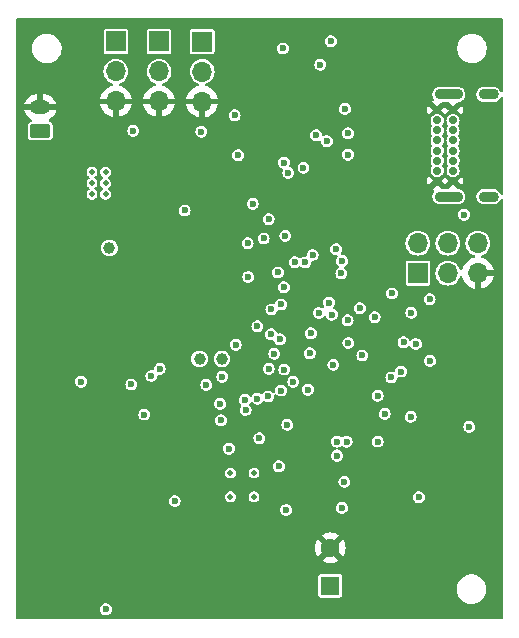
<source format=gbr>
%TF.GenerationSoftware,KiCad,Pcbnew,8.0.8*%
%TF.CreationDate,2025-02-27T11:16:46-08:00*%
%TF.ProjectId,Vanguard_new,56616e67-7561-4726-945f-6e65772e6b69,rev?*%
%TF.SameCoordinates,Original*%
%TF.FileFunction,Copper,L3,Inr*%
%TF.FilePolarity,Positive*%
%FSLAX46Y46*%
G04 Gerber Fmt 4.6, Leading zero omitted, Abs format (unit mm)*
G04 Created by KiCad (PCBNEW 8.0.8) date 2025-02-27 11:16:46*
%MOMM*%
%LPD*%
G01*
G04 APERTURE LIST*
G04 Aperture macros list*
%AMRoundRect*
0 Rectangle with rounded corners*
0 $1 Rounding radius*
0 $2 $3 $4 $5 $6 $7 $8 $9 X,Y pos of 4 corners*
0 Add a 4 corners polygon primitive as box body*
4,1,4,$2,$3,$4,$5,$6,$7,$8,$9,$2,$3,0*
0 Add four circle primitives for the rounded corners*
1,1,$1+$1,$2,$3*
1,1,$1+$1,$4,$5*
1,1,$1+$1,$6,$7*
1,1,$1+$1,$8,$9*
0 Add four rect primitives between the rounded corners*
20,1,$1+$1,$2,$3,$4,$5,0*
20,1,$1+$1,$4,$5,$6,$7,0*
20,1,$1+$1,$6,$7,$8,$9,0*
20,1,$1+$1,$8,$9,$2,$3,0*%
G04 Aperture macros list end*
%TA.AperFunction,ComponentPad*%
%ADD10R,1.700000X1.700000*%
%TD*%
%TA.AperFunction,ComponentPad*%
%ADD11O,1.700000X1.700000*%
%TD*%
%TA.AperFunction,HeatsinkPad*%
%ADD12C,0.500000*%
%TD*%
%TA.AperFunction,ComponentPad*%
%ADD13C,0.700000*%
%TD*%
%TA.AperFunction,ComponentPad*%
%ADD14O,2.400000X0.900000*%
%TD*%
%TA.AperFunction,ComponentPad*%
%ADD15O,1.700000X0.900000*%
%TD*%
%TA.AperFunction,ComponentPad*%
%ADD16C,1.000000*%
%TD*%
%TA.AperFunction,ComponentPad*%
%ADD17R,1.600000X1.600000*%
%TD*%
%TA.AperFunction,ComponentPad*%
%ADD18C,1.600000*%
%TD*%
%TA.AperFunction,ComponentPad*%
%ADD19RoundRect,0.250000X0.625000X-0.350000X0.625000X0.350000X-0.625000X0.350000X-0.625000X-0.350000X0*%
%TD*%
%TA.AperFunction,ComponentPad*%
%ADD20O,1.750000X1.200000*%
%TD*%
%TA.AperFunction,ViaPad*%
%ADD21C,0.600000*%
%TD*%
%TA.AperFunction,ViaPad*%
%ADD22C,0.800000*%
%TD*%
%TA.AperFunction,ViaPad*%
%ADD23C,1.000000*%
%TD*%
G04 APERTURE END LIST*
D10*
%TO.N,PORT_SERVO*%
%TO.C,J5*%
X105000000Y-86420000D03*
D11*
%TO.N,+5V*%
X105000000Y-88960000D03*
%TO.N,GND*%
X105000000Y-91500000D03*
%TD*%
D12*
%TO.N,BATT_IN*%
%TO.C,U8*%
X100475000Y-99355000D03*
X100475000Y-97475000D03*
X100474999Y-98415000D03*
X99325001Y-98415000D03*
X99325000Y-99355000D03*
X99325000Y-97475000D03*
%TD*%
D10*
%TO.N,STAR_SERVO*%
%TO.C,J4*%
X101350000Y-86420000D03*
D11*
%TO.N,+5V*%
X101350000Y-88960000D03*
%TO.N,GND*%
X101350000Y-91500000D03*
%TD*%
D12*
%TO.N,N/C*%
%TO.C,U9*%
X111042500Y-124970000D03*
X113042500Y-124970000D03*
X111042500Y-122970000D03*
X113042500Y-122970000D03*
%TD*%
D13*
%TO.N,GND*%
%TO.C,J1*%
X128550000Y-98204974D03*
%TO.N,BATT_IN*%
X128550000Y-97354974D03*
%TO.N,Net-(J1-CC1)*%
X128550000Y-96504973D03*
%TO.N,Net-(D1-I{slash}O1)*%
X128550000Y-95654974D03*
%TO.N,Net-(D1-I{slash}O2)*%
X128550000Y-94804974D03*
%TO.N,unconnected-(J1-SBU1-PadA8)*%
X128550000Y-93954974D03*
%TO.N,BATT_IN*%
X128550000Y-93104973D03*
%TO.N,GND*%
X128550000Y-92254974D03*
X129900000Y-92254974D03*
%TO.N,BATT_IN*%
X129900000Y-93104974D03*
%TO.N,Net-(J1-CC2)*%
X129900000Y-93954974D03*
%TO.N,Net-(D1-I{slash}O1)*%
X129900000Y-94804974D03*
%TO.N,Net-(D1-I{slash}O2)*%
X129900000Y-95654974D03*
%TO.N,unconnected-(J1-SBU2-PadB8)*%
X129900000Y-96504974D03*
%TO.N,BATT_IN*%
X129900000Y-97354974D03*
%TO.N,GND*%
X129900000Y-98204974D03*
D14*
%TO.N,unconnected-(J1-SHIELD-PadS1)*%
X129530000Y-99554974D03*
D15*
X132910000Y-99554974D03*
D14*
X129530000Y-90904974D03*
D15*
X132910000Y-90904974D03*
%TD*%
D16*
%TO.N,Net-(U6-XOUT32{slash}CLKSEL1)*%
%TO.C,Y1*%
X110330000Y-113300000D03*
%TO.N,Net-(U6-XIN32)*%
X108430000Y-113300000D03*
%TD*%
D17*
%TO.N,Net-(BZ1-+)*%
%TO.C,BZ1*%
X119500000Y-132500000D03*
D18*
%TO.N,GND*%
X119500000Y-129300000D03*
%TD*%
D10*
%TO.N,EJEC_SERVO*%
%TO.C,J7*%
X108650000Y-86425000D03*
D11*
%TO.N,+5V*%
X108650000Y-88965000D03*
%TO.N,GND*%
X108650000Y-91505000D03*
%TD*%
D19*
%TO.N,BATT_IN*%
%TO.C,J6*%
X94950000Y-94000000D03*
D20*
%TO.N,GND*%
X94950000Y-91999999D03*
%TD*%
D10*
%TO.N,+3.3V*%
%TO.C,J2*%
X126920000Y-106040000D03*
D11*
%TO.N,Net-(J2-Pin_2)*%
X126920000Y-103500000D03*
%TO.N,Net-(J2-Pin_3)*%
X129460000Y-106040000D03*
%TO.N,UPDI*%
X129460000Y-103500000D03*
%TO.N,GND*%
X131999999Y-106040000D03*
%TO.N,Net-(J2-Pin_6)*%
X132000000Y-103500000D03*
%TD*%
D21*
%TO.N,Net-(ADR1-B)*%
X111490000Y-112090000D03*
X114230000Y-116480000D03*
%TO.N,GND*%
X106880000Y-126680000D03*
X95200000Y-102890000D03*
X121688001Y-92866731D03*
X106351054Y-123678946D03*
X101630000Y-120490000D03*
X110000000Y-116000000D03*
X108605000Y-111490000D03*
X101490000Y-96665000D03*
X131400000Y-109070000D03*
X120000000Y-119500000D03*
X107310000Y-111230000D03*
X111500000Y-127000000D03*
X131790000Y-111130000D03*
X116370000Y-107460000D03*
X122500000Y-95500000D03*
X123700000Y-123737550D03*
X111544975Y-113415025D03*
X96500000Y-96000000D03*
X133260000Y-101140000D03*
X112443578Y-121509968D03*
X103392892Y-100357108D03*
X119500000Y-122500000D03*
X118552785Y-96210551D03*
X131000000Y-124500000D03*
X98250000Y-96665000D03*
X118813342Y-112090188D03*
X126760000Y-129960000D03*
X124502415Y-106493668D03*
D22*
X99000000Y-94000000D03*
D21*
X95538236Y-126818235D03*
X107340001Y-122970834D03*
X127000000Y-99500000D03*
X111500000Y-130500000D03*
X126662239Y-125886924D03*
X93670000Y-101840000D03*
X116600000Y-123500000D03*
X97780000Y-99470000D03*
X110827501Y-120000000D03*
X96600000Y-109470000D03*
X105720000Y-133250000D03*
X113250000Y-117500000D03*
%TO.N,BATT_IN*%
X103760000Y-118010000D03*
X108589265Y-94060735D03*
X118660000Y-88390000D03*
%TO.N,Net-(U6-XIN32)*%
X113325735Y-116674265D03*
X110357930Y-114800000D03*
%TO.N,Net-(D6-K)*%
X115770000Y-126090000D03*
X106330000Y-125330000D03*
%TO.N,+3.3V*%
X117231316Y-97127905D03*
X127000000Y-125000000D03*
X117600868Y-115898172D03*
X110180000Y-117100000D03*
X112557215Y-106362785D03*
X115485208Y-87014625D03*
X110920000Y-120900000D03*
X120490000Y-125910000D03*
X107171766Y-100728235D03*
X120700000Y-123710000D03*
X115150000Y-122390000D03*
X126740000Y-112030000D03*
X120964265Y-110035735D03*
X111410000Y-92670000D03*
X112929986Y-100159985D03*
X109000000Y-115500000D03*
X115568241Y-96684748D03*
X125490000Y-114364407D03*
X120740000Y-92130000D03*
X115574265Y-107225735D03*
X123254873Y-109757862D03*
X115070000Y-105981473D03*
X113333949Y-110544627D03*
X111689542Y-96045548D03*
X104360000Y-114745597D03*
%TO.N,Net-(U6-CAP)*%
X112325000Y-117624998D03*
X110247500Y-118500000D03*
%TO.N,Net-(D1-I{slash}O1)*%
X121000000Y-94204974D03*
X121000000Y-96000000D03*
%TO.N,Net-(J2-Pin_3)*%
X118300121Y-94352469D03*
%TO.N,Net-(J2-Pin_2)*%
X115947058Y-97540703D03*
X119207327Y-94858519D03*
%TO.N,UPDI*%
X117770111Y-112829780D03*
X119550000Y-86400000D03*
%TO.N,CD*%
X122000000Y-109000000D03*
X100500000Y-134500000D03*
%TO.N,TX0*%
X118538659Y-109411341D03*
X114290000Y-101458530D03*
%TO.N,RX0*%
X127921415Y-108242831D03*
X127940000Y-113463741D03*
%TO.N,Net-(U6-ENV_SCL)*%
X113500000Y-120000000D03*
X115869783Y-118884646D03*
%TO.N,SDA*%
X119765108Y-113794891D03*
X125700000Y-111900000D03*
X122208881Y-113006135D03*
X120080000Y-120300000D03*
X115610000Y-114200000D03*
%TO.N,SCL*%
X114520000Y-109110000D03*
X115327972Y-115974999D03*
X120879999Y-120298528D03*
X115240000Y-111640000D03*
X114765549Y-112864493D03*
X116376999Y-115236978D03*
%TO.N,Net-(U6-~{BOOT})*%
X112276617Y-116764533D03*
X105060000Y-114145597D03*
%TO.N,EJEC_SERVO*%
X114290000Y-114130000D03*
%TO.N,PA1{slash}MOSI*%
X124108528Y-117950000D03*
X131270000Y-119050000D03*
%TO.N,D5*%
X118000000Y-104500000D03*
X120000000Y-104000000D03*
%TO.N,D6*%
X117371057Y-105128943D03*
X120500000Y-105000000D03*
%TO.N,BUZZER*%
X120080000Y-121500000D03*
X124724296Y-107758655D03*
%TO.N,PA0{slash}MISO*%
X123508528Y-120297000D03*
X123508528Y-116410000D03*
%TO.N,D4*%
X116496793Y-105103207D03*
X102650000Y-115460000D03*
X120438792Y-106061208D03*
X98405030Y-115219331D03*
%TO.N,HOLD*%
X126302891Y-118207105D03*
X121037059Y-111949092D03*
%TO.N,PORT_SERVO*%
X119630000Y-109550000D03*
%TO.N,STAR_BLUE*%
X126367693Y-109398621D03*
X124670000Y-114870000D03*
%TO.N,STAR_SERVO*%
X114500000Y-111213325D03*
%TO.N,PORT_GREEN*%
X117861577Y-111138423D03*
X113863530Y-103100000D03*
%TO.N,PORT_RED*%
X115705735Y-102874265D03*
X119401471Y-108540000D03*
%TO.N,PORT_BLUE*%
X115337633Y-108686163D03*
X112500000Y-103500000D03*
%TO.N,+5V*%
X102823000Y-93980000D03*
D23*
X100800000Y-103900000D03*
D21*
%TO.N,Net-(J1-CC2)*%
X130830000Y-101080000D03*
%TD*%
%TA.AperFunction,Conductor*%
%TO.N,GND*%
G36*
X134095324Y-84490736D02*
G01*
X134141079Y-84543540D01*
X134152285Y-84595051D01*
X134152285Y-90615202D01*
X134132600Y-90682241D01*
X134079796Y-90727996D01*
X134010638Y-90737940D01*
X133947082Y-90708915D01*
X133913724Y-90662655D01*
X133886466Y-90596850D01*
X133886466Y-90596849D01*
X133886465Y-90596847D01*
X133886463Y-90596844D01*
X133886461Y-90596840D01*
X133815276Y-90490305D01*
X133815273Y-90490301D01*
X133724672Y-90399700D01*
X133724668Y-90399697D01*
X133618133Y-90328512D01*
X133618124Y-90328507D01*
X133499744Y-90279473D01*
X133499738Y-90279471D01*
X133374071Y-90254474D01*
X133374069Y-90254474D01*
X132445931Y-90254474D01*
X132445929Y-90254474D01*
X132320261Y-90279471D01*
X132320255Y-90279473D01*
X132201875Y-90328507D01*
X132201866Y-90328512D01*
X132095331Y-90399697D01*
X132095327Y-90399700D01*
X132004726Y-90490301D01*
X132004723Y-90490305D01*
X131933538Y-90596840D01*
X131933533Y-90596849D01*
X131884499Y-90715229D01*
X131884497Y-90715235D01*
X131859500Y-90840902D01*
X131859500Y-90840905D01*
X131859500Y-90969043D01*
X131859500Y-90969045D01*
X131859499Y-90969045D01*
X131884497Y-91094712D01*
X131884499Y-91094718D01*
X131933533Y-91213098D01*
X131933538Y-91213107D01*
X132004723Y-91319642D01*
X132004726Y-91319646D01*
X132095327Y-91410247D01*
X132095331Y-91410250D01*
X132201866Y-91481435D01*
X132201872Y-91481438D01*
X132201873Y-91481439D01*
X132320256Y-91530475D01*
X132320260Y-91530475D01*
X132320261Y-91530476D01*
X132445928Y-91555474D01*
X132445931Y-91555474D01*
X133374071Y-91555474D01*
X133458615Y-91538656D01*
X133499744Y-91530475D01*
X133618127Y-91481439D01*
X133724669Y-91410250D01*
X133815276Y-91319643D01*
X133886465Y-91213101D01*
X133913724Y-91147291D01*
X133957565Y-91092889D01*
X134023859Y-91070824D01*
X134091558Y-91088103D01*
X134139169Y-91139240D01*
X134152285Y-91194745D01*
X134152285Y-99265202D01*
X134132600Y-99332241D01*
X134079796Y-99377996D01*
X134010638Y-99387940D01*
X133947082Y-99358915D01*
X133913724Y-99312655D01*
X133886466Y-99246850D01*
X133886466Y-99246849D01*
X133886465Y-99246847D01*
X133886462Y-99246842D01*
X133886461Y-99246840D01*
X133815276Y-99140305D01*
X133815273Y-99140301D01*
X133724672Y-99049700D01*
X133724668Y-99049697D01*
X133618133Y-98978512D01*
X133618124Y-98978507D01*
X133499744Y-98929473D01*
X133499738Y-98929471D01*
X133374071Y-98904474D01*
X133374069Y-98904474D01*
X132445931Y-98904474D01*
X132445929Y-98904474D01*
X132320261Y-98929471D01*
X132320255Y-98929473D01*
X132201875Y-98978507D01*
X132201866Y-98978512D01*
X132095331Y-99049697D01*
X132095327Y-99049700D01*
X132004726Y-99140301D01*
X132004723Y-99140305D01*
X131933538Y-99246840D01*
X131933533Y-99246849D01*
X131884499Y-99365229D01*
X131884497Y-99365235D01*
X131859500Y-99490902D01*
X131859500Y-99490905D01*
X131859500Y-99619043D01*
X131859500Y-99619045D01*
X131859499Y-99619045D01*
X131884497Y-99744712D01*
X131884499Y-99744718D01*
X131933533Y-99863098D01*
X131933538Y-99863107D01*
X132004723Y-99969642D01*
X132004726Y-99969646D01*
X132095327Y-100060247D01*
X132095331Y-100060250D01*
X132201866Y-100131435D01*
X132201872Y-100131438D01*
X132201873Y-100131439D01*
X132320256Y-100180475D01*
X132320260Y-100180475D01*
X132320261Y-100180476D01*
X132445928Y-100205474D01*
X132445931Y-100205474D01*
X133374071Y-100205474D01*
X133458615Y-100188656D01*
X133499744Y-100180475D01*
X133618127Y-100131439D01*
X133724669Y-100060250D01*
X133815276Y-99969643D01*
X133886465Y-99863101D01*
X133913724Y-99797291D01*
X133957565Y-99742889D01*
X134023859Y-99720824D01*
X134091558Y-99738103D01*
X134139169Y-99789240D01*
X134152285Y-99844745D01*
X134152285Y-135216051D01*
X134132600Y-135283090D01*
X134079796Y-135328845D01*
X134028285Y-135340051D01*
X93007285Y-135340051D01*
X92940246Y-135320366D01*
X92894491Y-135267562D01*
X92883285Y-135216051D01*
X92883285Y-134500000D01*
X99994353Y-134500000D01*
X100014834Y-134642456D01*
X100074622Y-134773371D01*
X100074623Y-134773373D01*
X100168872Y-134882143D01*
X100289947Y-134959953D01*
X100289950Y-134959954D01*
X100289949Y-134959954D01*
X100428036Y-135000499D01*
X100428038Y-135000500D01*
X100428039Y-135000500D01*
X100571962Y-135000500D01*
X100571962Y-135000499D01*
X100710053Y-134959953D01*
X100831128Y-134882143D01*
X100925377Y-134773373D01*
X100985165Y-134642457D01*
X101005647Y-134500000D01*
X100985165Y-134357543D01*
X100925377Y-134226627D01*
X100831128Y-134117857D01*
X100710053Y-134040047D01*
X100710051Y-134040046D01*
X100710049Y-134040045D01*
X100710050Y-134040045D01*
X100571963Y-133999500D01*
X100571961Y-133999500D01*
X100428039Y-133999500D01*
X100428036Y-133999500D01*
X100289949Y-134040045D01*
X100168873Y-134117856D01*
X100074623Y-134226626D01*
X100074622Y-134226628D01*
X100014834Y-134357543D01*
X99994353Y-134500000D01*
X92883285Y-134500000D01*
X92883285Y-131680247D01*
X118499500Y-131680247D01*
X118499500Y-133319752D01*
X118511131Y-133378229D01*
X118511132Y-133378230D01*
X118555447Y-133444552D01*
X118621769Y-133488867D01*
X118621770Y-133488868D01*
X118680247Y-133500499D01*
X118680250Y-133500500D01*
X118680252Y-133500500D01*
X120319750Y-133500500D01*
X120319751Y-133500499D01*
X120334568Y-133497552D01*
X120378229Y-133488868D01*
X120378229Y-133488867D01*
X120378231Y-133488867D01*
X120444552Y-133444552D01*
X120488867Y-133378231D01*
X120488867Y-133378229D01*
X120488868Y-133378229D01*
X120500499Y-133319752D01*
X120500500Y-133319750D01*
X120500500Y-132691577D01*
X130199500Y-132691577D01*
X130199500Y-132888422D01*
X130230290Y-133082826D01*
X130291117Y-133270029D01*
X130346249Y-133378231D01*
X130380476Y-133445405D01*
X130496172Y-133604646D01*
X130635354Y-133743828D01*
X130794595Y-133859524D01*
X130877455Y-133901743D01*
X130969970Y-133948882D01*
X130969972Y-133948882D01*
X130969975Y-133948884D01*
X131070317Y-133981487D01*
X131157173Y-134009709D01*
X131351578Y-134040500D01*
X131351583Y-134040500D01*
X131548422Y-134040500D01*
X131742826Y-134009709D01*
X131774246Y-133999500D01*
X131930025Y-133948884D01*
X132105405Y-133859524D01*
X132264646Y-133743828D01*
X132403828Y-133604646D01*
X132519524Y-133445405D01*
X132608884Y-133270025D01*
X132669709Y-133082826D01*
X132700500Y-132888422D01*
X132700500Y-132691577D01*
X132669709Y-132497173D01*
X132608882Y-132309970D01*
X132519523Y-132134594D01*
X132403828Y-131975354D01*
X132264646Y-131836172D01*
X132105405Y-131720476D01*
X131930029Y-131631117D01*
X131742826Y-131570290D01*
X131548422Y-131539500D01*
X131548417Y-131539500D01*
X131351583Y-131539500D01*
X131351578Y-131539500D01*
X131157173Y-131570290D01*
X130969970Y-131631117D01*
X130794594Y-131720476D01*
X130703741Y-131786485D01*
X130635354Y-131836172D01*
X130635352Y-131836174D01*
X130635351Y-131836174D01*
X130496174Y-131975351D01*
X130496174Y-131975352D01*
X130496172Y-131975354D01*
X130446485Y-132043741D01*
X130380476Y-132134594D01*
X130291117Y-132309970D01*
X130230290Y-132497173D01*
X130199500Y-132691577D01*
X120500500Y-132691577D01*
X120500500Y-131680249D01*
X120500499Y-131680247D01*
X120488868Y-131621770D01*
X120488867Y-131621769D01*
X120444552Y-131555447D01*
X120378230Y-131511132D01*
X120378229Y-131511131D01*
X120319752Y-131499500D01*
X120319748Y-131499500D01*
X118680252Y-131499500D01*
X118680247Y-131499500D01*
X118621770Y-131511131D01*
X118621769Y-131511132D01*
X118555447Y-131555447D01*
X118511132Y-131621769D01*
X118511131Y-131621770D01*
X118499500Y-131680247D01*
X92883285Y-131680247D01*
X92883285Y-129299997D01*
X118195034Y-129299997D01*
X118195034Y-129300002D01*
X118214858Y-129526599D01*
X118214860Y-129526610D01*
X118273730Y-129746317D01*
X118273735Y-129746331D01*
X118369863Y-129952478D01*
X118420974Y-130025472D01*
X119017037Y-129429408D01*
X119034075Y-129492993D01*
X119099901Y-129607007D01*
X119192993Y-129700099D01*
X119307007Y-129765925D01*
X119370590Y-129782962D01*
X118774526Y-130379025D01*
X118847513Y-130430132D01*
X118847521Y-130430136D01*
X119053668Y-130526264D01*
X119053682Y-130526269D01*
X119273389Y-130585139D01*
X119273400Y-130585141D01*
X119499998Y-130604966D01*
X119500002Y-130604966D01*
X119726599Y-130585141D01*
X119726610Y-130585139D01*
X119946317Y-130526269D01*
X119946331Y-130526264D01*
X120152478Y-130430136D01*
X120225471Y-130379024D01*
X119629409Y-129782962D01*
X119692993Y-129765925D01*
X119807007Y-129700099D01*
X119900099Y-129607007D01*
X119965925Y-129492993D01*
X119982962Y-129429409D01*
X120579024Y-130025471D01*
X120630136Y-129952478D01*
X120726264Y-129746331D01*
X120726269Y-129746317D01*
X120785139Y-129526610D01*
X120785141Y-129526599D01*
X120804966Y-129300002D01*
X120804966Y-129299997D01*
X120785141Y-129073400D01*
X120785139Y-129073389D01*
X120726269Y-128853682D01*
X120726264Y-128853668D01*
X120630136Y-128647521D01*
X120630132Y-128647513D01*
X120579025Y-128574526D01*
X119982962Y-129170589D01*
X119965925Y-129107007D01*
X119900099Y-128992993D01*
X119807007Y-128899901D01*
X119692993Y-128834075D01*
X119629408Y-128817037D01*
X120225472Y-128220974D01*
X120152478Y-128169863D01*
X119946331Y-128073735D01*
X119946317Y-128073730D01*
X119726610Y-128014860D01*
X119726599Y-128014858D01*
X119500002Y-127995034D01*
X119499998Y-127995034D01*
X119273400Y-128014858D01*
X119273389Y-128014860D01*
X119053682Y-128073730D01*
X119053673Y-128073734D01*
X118847516Y-128169866D01*
X118847512Y-128169868D01*
X118774526Y-128220973D01*
X118774526Y-128220974D01*
X119370590Y-128817037D01*
X119307007Y-128834075D01*
X119192993Y-128899901D01*
X119099901Y-128992993D01*
X119034075Y-129107007D01*
X119017037Y-129170590D01*
X118420974Y-128574526D01*
X118420973Y-128574526D01*
X118369868Y-128647512D01*
X118369866Y-128647516D01*
X118273734Y-128853673D01*
X118273730Y-128853682D01*
X118214860Y-129073389D01*
X118214858Y-129073400D01*
X118195034Y-129299997D01*
X92883285Y-129299997D01*
X92883285Y-126090000D01*
X115264353Y-126090000D01*
X115284834Y-126232456D01*
X115312093Y-126292143D01*
X115344623Y-126363373D01*
X115438872Y-126472143D01*
X115559947Y-126549953D01*
X115559950Y-126549954D01*
X115559949Y-126549954D01*
X115698036Y-126590499D01*
X115698038Y-126590500D01*
X115698039Y-126590500D01*
X115841962Y-126590500D01*
X115841962Y-126590499D01*
X115980053Y-126549953D01*
X116101128Y-126472143D01*
X116195377Y-126363373D01*
X116255165Y-126232457D01*
X116275647Y-126090000D01*
X116255165Y-125947543D01*
X116238019Y-125910000D01*
X119984353Y-125910000D01*
X120004834Y-126052456D01*
X120064622Y-126183371D01*
X120064623Y-126183373D01*
X120158872Y-126292143D01*
X120279947Y-126369953D01*
X120279950Y-126369954D01*
X120279949Y-126369954D01*
X120418036Y-126410499D01*
X120418038Y-126410500D01*
X120418039Y-126410500D01*
X120561962Y-126410500D01*
X120561962Y-126410499D01*
X120700053Y-126369953D01*
X120821128Y-126292143D01*
X120915377Y-126183373D01*
X120975165Y-126052457D01*
X120995647Y-125910000D01*
X120975165Y-125767543D01*
X120915377Y-125636627D01*
X120821128Y-125527857D01*
X120700053Y-125450047D01*
X120700051Y-125450046D01*
X120700049Y-125450045D01*
X120700050Y-125450045D01*
X120561963Y-125409500D01*
X120561961Y-125409500D01*
X120418039Y-125409500D01*
X120418036Y-125409500D01*
X120279949Y-125450045D01*
X120158873Y-125527856D01*
X120064623Y-125636626D01*
X120064622Y-125636628D01*
X120004834Y-125767543D01*
X119984353Y-125910000D01*
X116238019Y-125910000D01*
X116195377Y-125816627D01*
X116101128Y-125707857D01*
X115980053Y-125630047D01*
X115980051Y-125630046D01*
X115980049Y-125630045D01*
X115980050Y-125630045D01*
X115841963Y-125589500D01*
X115841961Y-125589500D01*
X115698039Y-125589500D01*
X115698036Y-125589500D01*
X115559949Y-125630045D01*
X115438873Y-125707856D01*
X115344623Y-125816626D01*
X115344622Y-125816628D01*
X115284834Y-125947543D01*
X115264353Y-126090000D01*
X92883285Y-126090000D01*
X92883285Y-125330000D01*
X105824353Y-125330000D01*
X105844834Y-125472456D01*
X105898287Y-125589500D01*
X105904623Y-125603373D01*
X105998872Y-125712143D01*
X106119947Y-125789953D01*
X106119950Y-125789954D01*
X106119949Y-125789954D01*
X106258036Y-125830499D01*
X106258038Y-125830500D01*
X106258039Y-125830500D01*
X106401962Y-125830500D01*
X106401962Y-125830499D01*
X106540053Y-125789953D01*
X106661128Y-125712143D01*
X106755377Y-125603373D01*
X106815165Y-125472457D01*
X106835647Y-125330000D01*
X106815165Y-125187543D01*
X106755377Y-125056627D01*
X106680315Y-124970000D01*
X110587367Y-124970000D01*
X110605802Y-125098225D01*
X110646593Y-125187543D01*
X110659618Y-125216063D01*
X110744451Y-125313967D01*
X110853431Y-125384004D01*
X110940265Y-125409500D01*
X110977725Y-125420499D01*
X110977727Y-125420500D01*
X110977728Y-125420500D01*
X111107273Y-125420500D01*
X111107273Y-125420499D01*
X111231569Y-125384004D01*
X111340549Y-125313967D01*
X111425382Y-125216063D01*
X111479197Y-125098226D01*
X111497633Y-124970000D01*
X112587367Y-124970000D01*
X112605802Y-125098225D01*
X112646593Y-125187543D01*
X112659618Y-125216063D01*
X112744451Y-125313967D01*
X112853431Y-125384004D01*
X112940265Y-125409500D01*
X112977725Y-125420499D01*
X112977727Y-125420500D01*
X112977728Y-125420500D01*
X113107273Y-125420500D01*
X113107273Y-125420499D01*
X113231569Y-125384004D01*
X113340549Y-125313967D01*
X113425382Y-125216063D01*
X113479197Y-125098226D01*
X113493320Y-125000000D01*
X126494353Y-125000000D01*
X126514834Y-125142456D01*
X126548450Y-125216063D01*
X126574623Y-125273373D01*
X126668872Y-125382143D01*
X126789947Y-125459953D01*
X126789950Y-125459954D01*
X126789949Y-125459954D01*
X126928036Y-125500499D01*
X126928038Y-125500500D01*
X126928039Y-125500500D01*
X127071962Y-125500500D01*
X127071962Y-125500499D01*
X127210053Y-125459953D01*
X127331128Y-125382143D01*
X127425377Y-125273373D01*
X127485165Y-125142457D01*
X127505647Y-125000000D01*
X127485165Y-124857543D01*
X127425377Y-124726627D01*
X127331128Y-124617857D01*
X127210053Y-124540047D01*
X127210051Y-124540046D01*
X127210049Y-124540045D01*
X127210050Y-124540045D01*
X127071963Y-124499500D01*
X127071961Y-124499500D01*
X126928039Y-124499500D01*
X126928036Y-124499500D01*
X126789949Y-124540045D01*
X126668873Y-124617856D01*
X126574623Y-124726626D01*
X126574622Y-124726628D01*
X126514834Y-124857543D01*
X126494353Y-125000000D01*
X113493320Y-125000000D01*
X113497633Y-124970000D01*
X113479197Y-124841774D01*
X113425382Y-124723937D01*
X113340549Y-124626033D01*
X113231569Y-124555996D01*
X113231565Y-124555994D01*
X113231564Y-124555994D01*
X113107274Y-124519500D01*
X113107272Y-124519500D01*
X112977728Y-124519500D01*
X112977726Y-124519500D01*
X112853435Y-124555994D01*
X112853432Y-124555995D01*
X112853431Y-124555996D01*
X112802177Y-124588934D01*
X112744450Y-124626033D01*
X112659618Y-124723937D01*
X112659617Y-124723938D01*
X112605802Y-124841774D01*
X112587367Y-124970000D01*
X111497633Y-124970000D01*
X111479197Y-124841774D01*
X111425382Y-124723937D01*
X111340549Y-124626033D01*
X111231569Y-124555996D01*
X111231565Y-124555994D01*
X111231564Y-124555994D01*
X111107274Y-124519500D01*
X111107272Y-124519500D01*
X110977728Y-124519500D01*
X110977726Y-124519500D01*
X110853435Y-124555994D01*
X110853432Y-124555995D01*
X110853431Y-124555996D01*
X110802177Y-124588934D01*
X110744450Y-124626033D01*
X110659618Y-124723937D01*
X110659617Y-124723938D01*
X110605802Y-124841774D01*
X110587367Y-124970000D01*
X106680315Y-124970000D01*
X106661128Y-124947857D01*
X106540053Y-124870047D01*
X106540051Y-124870046D01*
X106540049Y-124870045D01*
X106540050Y-124870045D01*
X106401963Y-124829500D01*
X106401961Y-124829500D01*
X106258039Y-124829500D01*
X106258036Y-124829500D01*
X106119949Y-124870045D01*
X105998873Y-124947856D01*
X105904623Y-125056626D01*
X105904622Y-125056628D01*
X105844834Y-125187543D01*
X105824353Y-125330000D01*
X92883285Y-125330000D01*
X92883285Y-123710000D01*
X120194353Y-123710000D01*
X120214834Y-123852456D01*
X120274622Y-123983371D01*
X120274623Y-123983373D01*
X120368872Y-124092143D01*
X120489947Y-124169953D01*
X120489950Y-124169954D01*
X120489949Y-124169954D01*
X120628036Y-124210499D01*
X120628038Y-124210500D01*
X120628039Y-124210500D01*
X120771962Y-124210500D01*
X120771962Y-124210499D01*
X120910053Y-124169953D01*
X121031128Y-124092143D01*
X121125377Y-123983373D01*
X121185165Y-123852457D01*
X121205647Y-123710000D01*
X121185165Y-123567543D01*
X121125377Y-123436627D01*
X121031128Y-123327857D01*
X120910053Y-123250047D01*
X120910051Y-123250046D01*
X120910049Y-123250045D01*
X120910050Y-123250045D01*
X120771963Y-123209500D01*
X120771961Y-123209500D01*
X120628039Y-123209500D01*
X120628036Y-123209500D01*
X120489949Y-123250045D01*
X120368873Y-123327856D01*
X120274623Y-123436626D01*
X120274622Y-123436628D01*
X120214834Y-123567543D01*
X120194353Y-123710000D01*
X92883285Y-123710000D01*
X92883285Y-122970000D01*
X110587367Y-122970000D01*
X110605802Y-123098225D01*
X110656621Y-123209500D01*
X110659618Y-123216063D01*
X110744451Y-123313967D01*
X110853431Y-123384004D01*
X110977725Y-123420499D01*
X110977727Y-123420500D01*
X110977728Y-123420500D01*
X111107273Y-123420500D01*
X111107273Y-123420499D01*
X111231569Y-123384004D01*
X111340549Y-123313967D01*
X111425382Y-123216063D01*
X111479197Y-123098226D01*
X111497633Y-122970000D01*
X112587367Y-122970000D01*
X112605802Y-123098225D01*
X112656621Y-123209500D01*
X112659618Y-123216063D01*
X112744451Y-123313967D01*
X112853431Y-123384004D01*
X112977725Y-123420499D01*
X112977727Y-123420500D01*
X112977728Y-123420500D01*
X113107273Y-123420500D01*
X113107273Y-123420499D01*
X113231569Y-123384004D01*
X113340549Y-123313967D01*
X113425382Y-123216063D01*
X113479197Y-123098226D01*
X113497633Y-122970000D01*
X113479197Y-122841774D01*
X113425382Y-122723937D01*
X113340549Y-122626033D01*
X113231569Y-122555996D01*
X113231565Y-122555994D01*
X113231564Y-122555994D01*
X113107274Y-122519500D01*
X113107272Y-122519500D01*
X112977728Y-122519500D01*
X112977726Y-122519500D01*
X112853435Y-122555994D01*
X112853432Y-122555995D01*
X112853431Y-122555996D01*
X112802177Y-122588934D01*
X112744450Y-122626033D01*
X112659618Y-122723937D01*
X112659617Y-122723938D01*
X112605802Y-122841774D01*
X112587367Y-122970000D01*
X111497633Y-122970000D01*
X111479197Y-122841774D01*
X111425382Y-122723937D01*
X111340549Y-122626033D01*
X111231569Y-122555996D01*
X111231565Y-122555994D01*
X111231564Y-122555994D01*
X111107274Y-122519500D01*
X111107272Y-122519500D01*
X110977728Y-122519500D01*
X110977726Y-122519500D01*
X110853435Y-122555994D01*
X110853432Y-122555995D01*
X110853431Y-122555996D01*
X110802177Y-122588934D01*
X110744450Y-122626033D01*
X110659618Y-122723937D01*
X110659617Y-122723938D01*
X110605802Y-122841774D01*
X110587367Y-122970000D01*
X92883285Y-122970000D01*
X92883285Y-122390000D01*
X114644353Y-122390000D01*
X114664834Y-122532456D01*
X114675584Y-122555994D01*
X114724623Y-122663373D01*
X114818872Y-122772143D01*
X114939947Y-122849953D01*
X114939950Y-122849954D01*
X114939949Y-122849954D01*
X115078036Y-122890499D01*
X115078038Y-122890500D01*
X115078039Y-122890500D01*
X115221962Y-122890500D01*
X115221962Y-122890499D01*
X115360053Y-122849953D01*
X115481128Y-122772143D01*
X115575377Y-122663373D01*
X115635165Y-122532457D01*
X115655647Y-122390000D01*
X115635165Y-122247543D01*
X115575377Y-122116627D01*
X115481128Y-122007857D01*
X115360053Y-121930047D01*
X115360051Y-121930046D01*
X115360049Y-121930045D01*
X115360050Y-121930045D01*
X115221963Y-121889500D01*
X115221961Y-121889500D01*
X115078039Y-121889500D01*
X115078036Y-121889500D01*
X114939949Y-121930045D01*
X114818873Y-122007856D01*
X114724623Y-122116626D01*
X114724622Y-122116628D01*
X114664834Y-122247543D01*
X114644353Y-122390000D01*
X92883285Y-122390000D01*
X92883285Y-120900000D01*
X110414353Y-120900000D01*
X110434834Y-121042456D01*
X110469269Y-121117856D01*
X110494623Y-121173373D01*
X110588872Y-121282143D01*
X110709947Y-121359953D01*
X110709950Y-121359954D01*
X110709949Y-121359954D01*
X110848036Y-121400499D01*
X110848038Y-121400500D01*
X110848039Y-121400500D01*
X110991962Y-121400500D01*
X110991962Y-121400499D01*
X111130053Y-121359953D01*
X111251128Y-121282143D01*
X111345377Y-121173373D01*
X111405165Y-121042457D01*
X111425647Y-120900000D01*
X111405165Y-120757543D01*
X111345377Y-120626627D01*
X111251128Y-120517857D01*
X111130053Y-120440047D01*
X111130051Y-120440046D01*
X111130049Y-120440045D01*
X111130050Y-120440045D01*
X110991963Y-120399500D01*
X110991961Y-120399500D01*
X110848039Y-120399500D01*
X110848036Y-120399500D01*
X110709949Y-120440045D01*
X110588873Y-120517856D01*
X110494623Y-120626626D01*
X110494622Y-120626628D01*
X110434834Y-120757543D01*
X110414353Y-120900000D01*
X92883285Y-120900000D01*
X92883285Y-120000000D01*
X112994353Y-120000000D01*
X113014834Y-120142456D01*
X113074622Y-120273371D01*
X113074623Y-120273373D01*
X113168872Y-120382143D01*
X113289947Y-120459953D01*
X113289950Y-120459954D01*
X113289949Y-120459954D01*
X113428036Y-120500499D01*
X113428038Y-120500500D01*
X113428039Y-120500500D01*
X113571962Y-120500500D01*
X113571962Y-120500499D01*
X113710053Y-120459953D01*
X113831128Y-120382143D01*
X113902305Y-120300000D01*
X119574353Y-120300000D01*
X119594834Y-120442456D01*
X119629269Y-120517856D01*
X119654623Y-120573373D01*
X119748872Y-120682143D01*
X119826683Y-120732148D01*
X119869948Y-120759954D01*
X119941704Y-120781023D01*
X120000482Y-120818797D01*
X120029507Y-120882353D01*
X120019563Y-120951511D01*
X119973809Y-121004315D01*
X119941704Y-121018977D01*
X119869948Y-121040045D01*
X119748873Y-121117856D01*
X119654623Y-121226626D01*
X119654622Y-121226628D01*
X119594834Y-121357543D01*
X119574353Y-121500000D01*
X119594834Y-121642456D01*
X119654622Y-121773371D01*
X119654623Y-121773373D01*
X119748872Y-121882143D01*
X119869947Y-121959953D01*
X119869950Y-121959954D01*
X119869949Y-121959954D01*
X120008036Y-122000499D01*
X120008038Y-122000500D01*
X120008039Y-122000500D01*
X120151962Y-122000500D01*
X120151962Y-122000499D01*
X120290053Y-121959953D01*
X120411128Y-121882143D01*
X120505377Y-121773373D01*
X120565165Y-121642457D01*
X120585647Y-121500000D01*
X120565165Y-121357543D01*
X120505377Y-121226627D01*
X120411128Y-121117857D01*
X120290053Y-121040047D01*
X120290051Y-121040046D01*
X120290049Y-121040045D01*
X120290050Y-121040045D01*
X120218296Y-121018977D01*
X120159518Y-120981203D01*
X120130492Y-120917648D01*
X120140435Y-120848489D01*
X120186190Y-120795685D01*
X120218296Y-120781023D01*
X120290050Y-120759954D01*
X120290051Y-120759954D01*
X120290053Y-120759953D01*
X120411128Y-120682143D01*
X120411128Y-120682142D01*
X120414104Y-120680230D01*
X120481144Y-120660545D01*
X120548183Y-120680229D01*
X120548871Y-120680671D01*
X120669946Y-120758481D01*
X120669949Y-120758482D01*
X120669948Y-120758482D01*
X120808035Y-120799027D01*
X120808037Y-120799028D01*
X120808038Y-120799028D01*
X120951961Y-120799028D01*
X120951961Y-120799027D01*
X121059120Y-120767563D01*
X121090049Y-120758482D01*
X121090049Y-120758481D01*
X121090052Y-120758481D01*
X121211127Y-120680671D01*
X121305376Y-120571901D01*
X121365164Y-120440985D01*
X121385646Y-120298528D01*
X121385426Y-120297000D01*
X123002881Y-120297000D01*
X123023362Y-120439456D01*
X123059167Y-120517856D01*
X123083151Y-120570373D01*
X123177400Y-120679143D01*
X123298475Y-120756953D01*
X123298478Y-120756954D01*
X123298477Y-120756954D01*
X123436564Y-120797499D01*
X123436566Y-120797500D01*
X123436567Y-120797500D01*
X123580490Y-120797500D01*
X123580490Y-120797499D01*
X123687649Y-120766035D01*
X123718578Y-120756954D01*
X123718578Y-120756953D01*
X123718581Y-120756953D01*
X123839656Y-120679143D01*
X123933905Y-120570373D01*
X123993693Y-120439457D01*
X124014175Y-120297000D01*
X123993693Y-120154543D01*
X123933905Y-120023627D01*
X123839656Y-119914857D01*
X123718581Y-119837047D01*
X123718579Y-119837046D01*
X123718577Y-119837045D01*
X123718578Y-119837045D01*
X123580491Y-119796500D01*
X123580489Y-119796500D01*
X123436567Y-119796500D01*
X123436564Y-119796500D01*
X123298477Y-119837045D01*
X123177401Y-119914856D01*
X123083151Y-120023626D01*
X123083150Y-120023628D01*
X123023362Y-120154543D01*
X123002881Y-120297000D01*
X121385426Y-120297000D01*
X121365164Y-120156071D01*
X121305376Y-120025155D01*
X121211127Y-119916385D01*
X121090052Y-119838575D01*
X121090050Y-119838574D01*
X121090048Y-119838573D01*
X121090049Y-119838573D01*
X120951962Y-119798028D01*
X120951960Y-119798028D01*
X120808038Y-119798028D01*
X120808035Y-119798028D01*
X120669948Y-119838573D01*
X120545893Y-119918298D01*
X120478853Y-119937982D01*
X120411815Y-119918298D01*
X120290050Y-119840045D01*
X120151963Y-119799500D01*
X120151961Y-119799500D01*
X120008039Y-119799500D01*
X120008036Y-119799500D01*
X119869949Y-119840045D01*
X119748873Y-119917856D01*
X119654623Y-120026626D01*
X119654622Y-120026628D01*
X119594834Y-120157543D01*
X119574353Y-120300000D01*
X113902305Y-120300000D01*
X113925377Y-120273373D01*
X113985165Y-120142457D01*
X114005647Y-120000000D01*
X113985165Y-119857543D01*
X113925377Y-119726627D01*
X113831128Y-119617857D01*
X113710053Y-119540047D01*
X113710051Y-119540046D01*
X113710049Y-119540045D01*
X113710050Y-119540045D01*
X113571963Y-119499500D01*
X113571961Y-119499500D01*
X113428039Y-119499500D01*
X113428036Y-119499500D01*
X113289949Y-119540045D01*
X113168873Y-119617856D01*
X113074623Y-119726626D01*
X113074622Y-119726628D01*
X113014834Y-119857543D01*
X112994353Y-120000000D01*
X92883285Y-120000000D01*
X92883285Y-118010000D01*
X103254353Y-118010000D01*
X103274834Y-118152456D01*
X103308708Y-118226628D01*
X103334623Y-118283373D01*
X103428872Y-118392143D01*
X103549947Y-118469953D01*
X103549950Y-118469954D01*
X103549949Y-118469954D01*
X103688036Y-118510499D01*
X103688038Y-118510500D01*
X103688039Y-118510500D01*
X103831962Y-118510500D01*
X103831962Y-118510499D01*
X103867719Y-118500000D01*
X109741853Y-118500000D01*
X109762334Y-118642456D01*
X109822122Y-118773371D01*
X109822123Y-118773373D01*
X109916372Y-118882143D01*
X110037447Y-118959953D01*
X110037450Y-118959954D01*
X110037449Y-118959954D01*
X110175536Y-119000499D01*
X110175538Y-119000500D01*
X110175539Y-119000500D01*
X110319462Y-119000500D01*
X110319462Y-119000499D01*
X110457553Y-118959953D01*
X110574733Y-118884646D01*
X115364136Y-118884646D01*
X115384617Y-119027102D01*
X115444405Y-119158017D01*
X115444406Y-119158019D01*
X115538655Y-119266789D01*
X115659730Y-119344599D01*
X115659733Y-119344600D01*
X115659732Y-119344600D01*
X115797819Y-119385145D01*
X115797821Y-119385146D01*
X115797822Y-119385146D01*
X115941745Y-119385146D01*
X115941745Y-119385145D01*
X116079836Y-119344599D01*
X116200911Y-119266789D01*
X116295160Y-119158019D01*
X116344491Y-119050000D01*
X130764353Y-119050000D01*
X130784834Y-119192456D01*
X130844622Y-119323371D01*
X130844623Y-119323373D01*
X130938872Y-119432143D01*
X131059947Y-119509953D01*
X131059950Y-119509954D01*
X131059949Y-119509954D01*
X131198036Y-119550499D01*
X131198038Y-119550500D01*
X131198039Y-119550500D01*
X131341962Y-119550500D01*
X131341962Y-119550499D01*
X131480053Y-119509953D01*
X131601128Y-119432143D01*
X131695377Y-119323373D01*
X131755165Y-119192457D01*
X131775647Y-119050000D01*
X131755165Y-118907543D01*
X131695377Y-118776627D01*
X131601128Y-118667857D01*
X131480053Y-118590047D01*
X131480051Y-118590046D01*
X131480049Y-118590045D01*
X131480050Y-118590045D01*
X131341963Y-118549500D01*
X131341961Y-118549500D01*
X131198039Y-118549500D01*
X131198036Y-118549500D01*
X131059949Y-118590045D01*
X130938873Y-118667856D01*
X130844623Y-118776626D01*
X130844622Y-118776628D01*
X130784834Y-118907543D01*
X130764353Y-119050000D01*
X116344491Y-119050000D01*
X116354948Y-119027103D01*
X116375430Y-118884646D01*
X116354948Y-118742189D01*
X116295160Y-118611273D01*
X116200911Y-118502503D01*
X116079836Y-118424693D01*
X116079834Y-118424692D01*
X116079832Y-118424691D01*
X116079833Y-118424691D01*
X115941746Y-118384146D01*
X115941744Y-118384146D01*
X115797822Y-118384146D01*
X115797819Y-118384146D01*
X115659732Y-118424691D01*
X115538656Y-118502502D01*
X115538655Y-118502502D01*
X115538655Y-118502503D01*
X115531726Y-118510500D01*
X115444406Y-118611272D01*
X115444405Y-118611274D01*
X115384617Y-118742189D01*
X115364136Y-118884646D01*
X110574733Y-118884646D01*
X110578628Y-118882143D01*
X110672877Y-118773373D01*
X110732665Y-118642457D01*
X110753147Y-118500000D01*
X110732665Y-118357543D01*
X110672877Y-118226627D01*
X110578628Y-118117857D01*
X110457553Y-118040047D01*
X110457551Y-118040046D01*
X110457549Y-118040045D01*
X110457550Y-118040045D01*
X110319463Y-117999500D01*
X110319461Y-117999500D01*
X110175539Y-117999500D01*
X110175536Y-117999500D01*
X110037449Y-118040045D01*
X109916373Y-118117856D01*
X109822123Y-118226626D01*
X109822122Y-118226628D01*
X109762334Y-118357543D01*
X109741853Y-118500000D01*
X103867719Y-118500000D01*
X103970053Y-118469953D01*
X104091128Y-118392143D01*
X104185377Y-118283373D01*
X104245165Y-118152457D01*
X104265647Y-118010000D01*
X104245165Y-117867543D01*
X104185377Y-117736627D01*
X104091128Y-117627857D01*
X103970053Y-117550047D01*
X103970051Y-117550046D01*
X103970049Y-117550045D01*
X103970050Y-117550045D01*
X103831963Y-117509500D01*
X103831961Y-117509500D01*
X103688039Y-117509500D01*
X103688036Y-117509500D01*
X103549949Y-117550045D01*
X103428873Y-117627856D01*
X103334623Y-117736626D01*
X103334622Y-117736628D01*
X103274834Y-117867543D01*
X103254353Y-118010000D01*
X92883285Y-118010000D01*
X92883285Y-117100000D01*
X109674353Y-117100000D01*
X109694834Y-117242456D01*
X109709329Y-117274194D01*
X109754623Y-117373373D01*
X109848872Y-117482143D01*
X109969947Y-117559953D01*
X109969950Y-117559954D01*
X109969949Y-117559954D01*
X110108036Y-117600499D01*
X110108038Y-117600500D01*
X110108039Y-117600500D01*
X110251962Y-117600500D01*
X110251962Y-117600499D01*
X110390053Y-117559953D01*
X110511128Y-117482143D01*
X110605377Y-117373373D01*
X110665165Y-117242457D01*
X110685647Y-117100000D01*
X110665165Y-116957543D01*
X110605377Y-116826627D01*
X110551573Y-116764533D01*
X111770970Y-116764533D01*
X111791451Y-116906989D01*
X111811819Y-116951587D01*
X111851240Y-117037906D01*
X111940989Y-117141483D01*
X111970013Y-117205036D01*
X111960069Y-117274194D01*
X111940989Y-117303884D01*
X111899625Y-117351621D01*
X111899622Y-117351626D01*
X111839834Y-117482541D01*
X111819353Y-117624998D01*
X111839834Y-117767454D01*
X111866097Y-117824961D01*
X111899623Y-117898371D01*
X111993872Y-118007141D01*
X112114947Y-118084951D01*
X112114950Y-118084952D01*
X112114949Y-118084952D01*
X112222107Y-118116415D01*
X112227012Y-118117856D01*
X112253036Y-118125497D01*
X112253038Y-118125498D01*
X112253039Y-118125498D01*
X112396962Y-118125498D01*
X112396962Y-118125497D01*
X112535053Y-118084951D01*
X112656128Y-118007141D01*
X112705641Y-117950000D01*
X123602881Y-117950000D01*
X123623362Y-118092456D01*
X123683150Y-118223371D01*
X123683151Y-118223373D01*
X123777400Y-118332143D01*
X123898475Y-118409953D01*
X123898478Y-118409954D01*
X123898477Y-118409954D01*
X124036564Y-118450499D01*
X124036566Y-118450500D01*
X124036567Y-118450500D01*
X124180490Y-118450500D01*
X124180490Y-118450499D01*
X124318581Y-118409953D01*
X124439656Y-118332143D01*
X124533905Y-118223373D01*
X124541334Y-118207105D01*
X125797244Y-118207105D01*
X125817725Y-118349561D01*
X125863823Y-118450499D01*
X125877514Y-118480478D01*
X125971763Y-118589248D01*
X126092838Y-118667058D01*
X126092841Y-118667059D01*
X126092840Y-118667059D01*
X126230927Y-118707604D01*
X126230929Y-118707605D01*
X126230930Y-118707605D01*
X126374853Y-118707605D01*
X126374853Y-118707604D01*
X126510223Y-118667857D01*
X126512941Y-118667059D01*
X126512941Y-118667058D01*
X126512944Y-118667058D01*
X126634019Y-118589248D01*
X126728268Y-118480478D01*
X126788056Y-118349562D01*
X126808538Y-118207105D01*
X126788056Y-118064648D01*
X126728268Y-117933732D01*
X126634019Y-117824962D01*
X126512944Y-117747152D01*
X126512942Y-117747151D01*
X126512940Y-117747150D01*
X126512941Y-117747150D01*
X126374854Y-117706605D01*
X126374852Y-117706605D01*
X126230930Y-117706605D01*
X126230927Y-117706605D01*
X126092840Y-117747150D01*
X125971764Y-117824961D01*
X125877514Y-117933731D01*
X125877513Y-117933733D01*
X125817725Y-118064648D01*
X125797244Y-118207105D01*
X124541334Y-118207105D01*
X124593693Y-118092457D01*
X124614175Y-117950000D01*
X124593693Y-117807543D01*
X124533905Y-117676627D01*
X124439656Y-117567857D01*
X124318581Y-117490047D01*
X124318579Y-117490046D01*
X124318577Y-117490045D01*
X124318578Y-117490045D01*
X124180491Y-117449500D01*
X124180489Y-117449500D01*
X124036567Y-117449500D01*
X124036564Y-117449500D01*
X123898477Y-117490045D01*
X123777401Y-117567856D01*
X123683151Y-117676626D01*
X123683150Y-117676628D01*
X123623362Y-117807543D01*
X123602881Y-117950000D01*
X112705641Y-117950000D01*
X112750377Y-117898371D01*
X112810165Y-117767455D01*
X112830647Y-117624998D01*
X112810165Y-117482541D01*
X112750377Y-117351625D01*
X112660627Y-117248047D01*
X112631603Y-117184493D01*
X112641547Y-117115334D01*
X112660623Y-117085650D01*
X112701994Y-117037906D01*
X112717301Y-117004388D01*
X112763054Y-116951587D01*
X112830093Y-116931902D01*
X112897133Y-116951586D01*
X112923807Y-116974700D01*
X112994607Y-117056408D01*
X113115682Y-117134218D01*
X113115685Y-117134219D01*
X113115684Y-117134219D01*
X113253771Y-117174764D01*
X113253773Y-117174765D01*
X113253774Y-117174765D01*
X113397697Y-117174765D01*
X113397697Y-117174764D01*
X113535788Y-117134218D01*
X113656863Y-117056408D01*
X113751112Y-116947638D01*
X113755375Y-116938301D01*
X113801125Y-116885499D01*
X113868164Y-116865811D01*
X113935204Y-116885492D01*
X113935209Y-116885496D01*
X114019944Y-116939952D01*
X114019949Y-116939954D01*
X114158036Y-116980499D01*
X114158038Y-116980500D01*
X114158039Y-116980500D01*
X114301962Y-116980500D01*
X114301962Y-116980499D01*
X114440053Y-116939953D01*
X114561128Y-116862143D01*
X114655377Y-116753373D01*
X114715165Y-116622457D01*
X114735647Y-116480000D01*
X114722606Y-116389299D01*
X114732549Y-116320144D01*
X114778304Y-116267340D01*
X114845343Y-116247655D01*
X114912383Y-116267339D01*
X114939057Y-116290452D01*
X114996844Y-116357142D01*
X115117919Y-116434952D01*
X115117922Y-116434953D01*
X115117921Y-116434953D01*
X115256008Y-116475498D01*
X115256010Y-116475499D01*
X115256011Y-116475499D01*
X115399934Y-116475499D01*
X115399934Y-116475498D01*
X115538025Y-116434952D01*
X115576851Y-116410000D01*
X123002881Y-116410000D01*
X123023362Y-116552456D01*
X123063364Y-116640047D01*
X123083151Y-116683373D01*
X123177400Y-116792143D01*
X123298475Y-116869953D01*
X123298478Y-116869954D01*
X123298477Y-116869954D01*
X123351420Y-116885499D01*
X123424609Y-116906989D01*
X123436564Y-116910499D01*
X123436566Y-116910500D01*
X123436567Y-116910500D01*
X123580490Y-116910500D01*
X123580490Y-116910499D01*
X123718581Y-116869953D01*
X123839656Y-116792143D01*
X123933905Y-116683373D01*
X123993693Y-116552457D01*
X124014175Y-116410000D01*
X123993693Y-116267543D01*
X123933905Y-116136627D01*
X123839656Y-116027857D01*
X123718581Y-115950047D01*
X123718579Y-115950046D01*
X123718577Y-115950045D01*
X123718578Y-115950045D01*
X123580491Y-115909500D01*
X123580489Y-115909500D01*
X123436567Y-115909500D01*
X123436564Y-115909500D01*
X123298477Y-115950045D01*
X123177401Y-116027856D01*
X123083151Y-116136626D01*
X123083150Y-116136628D01*
X123023362Y-116267543D01*
X123002881Y-116410000D01*
X115576851Y-116410000D01*
X115659100Y-116357142D01*
X115753349Y-116248372D01*
X115813137Y-116117456D01*
X115833619Y-115974999D01*
X115822573Y-115898172D01*
X117095221Y-115898172D01*
X117115702Y-116040628D01*
X117150789Y-116117456D01*
X117175491Y-116171545D01*
X117269740Y-116280315D01*
X117390815Y-116358125D01*
X117390818Y-116358126D01*
X117390817Y-116358126D01*
X117528904Y-116398671D01*
X117528906Y-116398672D01*
X117528907Y-116398672D01*
X117672830Y-116398672D01*
X117672830Y-116398671D01*
X117810921Y-116358125D01*
X117931996Y-116280315D01*
X118026245Y-116171545D01*
X118086033Y-116040629D01*
X118106515Y-115898172D01*
X118086033Y-115755715D01*
X118026245Y-115624799D01*
X117931996Y-115516029D01*
X117810921Y-115438219D01*
X117810919Y-115438218D01*
X117810917Y-115438217D01*
X117810918Y-115438217D01*
X117672831Y-115397672D01*
X117672829Y-115397672D01*
X117528907Y-115397672D01*
X117528904Y-115397672D01*
X117390817Y-115438217D01*
X117269741Y-115516028D01*
X117175491Y-115624798D01*
X117175490Y-115624800D01*
X117115702Y-115755715D01*
X117095221Y-115898172D01*
X115822573Y-115898172D01*
X115813137Y-115832542D01*
X115753349Y-115701626D01*
X115659100Y-115592856D01*
X115538025Y-115515046D01*
X115538023Y-115515045D01*
X115538021Y-115515044D01*
X115538022Y-115515044D01*
X115399935Y-115474499D01*
X115399933Y-115474499D01*
X115256011Y-115474499D01*
X115256008Y-115474499D01*
X115117921Y-115515044D01*
X114996845Y-115592855D01*
X114902595Y-115701625D01*
X114902594Y-115701627D01*
X114842806Y-115832542D01*
X114822325Y-115974999D01*
X114835365Y-116065696D01*
X114825421Y-116134855D01*
X114779666Y-116187659D01*
X114712627Y-116207343D01*
X114645587Y-116187658D01*
X114618914Y-116164546D01*
X114594721Y-116136626D01*
X114561128Y-116097857D01*
X114440053Y-116020047D01*
X114440051Y-116020046D01*
X114440049Y-116020045D01*
X114440050Y-116020045D01*
X114301963Y-115979500D01*
X114301961Y-115979500D01*
X114158039Y-115979500D01*
X114158036Y-115979500D01*
X114019949Y-116020045D01*
X113898873Y-116097856D01*
X113804623Y-116206626D01*
X113804621Y-116206629D01*
X113800357Y-116215967D01*
X113754601Y-116268770D01*
X113687562Y-116288453D01*
X113620525Y-116268769D01*
X113613156Y-116264033D01*
X113535788Y-116214312D01*
X113535786Y-116214311D01*
X113535784Y-116214310D01*
X113535785Y-116214310D01*
X113397698Y-116173765D01*
X113397696Y-116173765D01*
X113253774Y-116173765D01*
X113253771Y-116173765D01*
X113115684Y-116214310D01*
X112994608Y-116292121D01*
X112900358Y-116400891D01*
X112900356Y-116400895D01*
X112885050Y-116434409D01*
X112839294Y-116487212D01*
X112772254Y-116506895D01*
X112705215Y-116487209D01*
X112678544Y-116464097D01*
X112607746Y-116382391D01*
X112607745Y-116382390D01*
X112486670Y-116304580D01*
X112486668Y-116304579D01*
X112486666Y-116304578D01*
X112486667Y-116304578D01*
X112348580Y-116264033D01*
X112348578Y-116264033D01*
X112204656Y-116264033D01*
X112204653Y-116264033D01*
X112066566Y-116304578D01*
X111945490Y-116382389D01*
X111851240Y-116491159D01*
X111851239Y-116491161D01*
X111791451Y-116622076D01*
X111770970Y-116764533D01*
X110551573Y-116764533D01*
X110511128Y-116717857D01*
X110390053Y-116640047D01*
X110390051Y-116640046D01*
X110390049Y-116640045D01*
X110390050Y-116640045D01*
X110251963Y-116599500D01*
X110251961Y-116599500D01*
X110108039Y-116599500D01*
X110108036Y-116599500D01*
X109969949Y-116640045D01*
X109848873Y-116717856D01*
X109754623Y-116826626D01*
X109754622Y-116826628D01*
X109694834Y-116957543D01*
X109674353Y-117100000D01*
X92883285Y-117100000D01*
X92883285Y-115219331D01*
X97899383Y-115219331D01*
X97919864Y-115361787D01*
X97954769Y-115438217D01*
X97979653Y-115492704D01*
X98073902Y-115601474D01*
X98194977Y-115679284D01*
X98194980Y-115679285D01*
X98194979Y-115679285D01*
X98333066Y-115719830D01*
X98333068Y-115719831D01*
X98333069Y-115719831D01*
X98476992Y-115719831D01*
X98476992Y-115719830D01*
X98615083Y-115679284D01*
X98736158Y-115601474D01*
X98830407Y-115492704D01*
X98845343Y-115460000D01*
X102144353Y-115460000D01*
X102164834Y-115602456D01*
X102224622Y-115733371D01*
X102224623Y-115733373D01*
X102318872Y-115842143D01*
X102439947Y-115919953D01*
X102439950Y-115919954D01*
X102439949Y-115919954D01*
X102542432Y-115950045D01*
X102576179Y-115959954D01*
X102578036Y-115960499D01*
X102578038Y-115960500D01*
X102578039Y-115960500D01*
X102721962Y-115960500D01*
X102721962Y-115960499D01*
X102860053Y-115919953D01*
X102981128Y-115842143D01*
X103075377Y-115733373D01*
X103135165Y-115602457D01*
X103149896Y-115500000D01*
X108494353Y-115500000D01*
X108514834Y-115642456D01*
X108558230Y-115737478D01*
X108574623Y-115773373D01*
X108668872Y-115882143D01*
X108789947Y-115959953D01*
X108789950Y-115959954D01*
X108789949Y-115959954D01*
X108928036Y-116000499D01*
X108928038Y-116000500D01*
X108928039Y-116000500D01*
X109071962Y-116000500D01*
X109071962Y-116000499D01*
X109208190Y-115960500D01*
X109210050Y-115959954D01*
X109210050Y-115959953D01*
X109210053Y-115959953D01*
X109331128Y-115882143D01*
X109425377Y-115773373D01*
X109485165Y-115642457D01*
X109505647Y-115500000D01*
X109485165Y-115357543D01*
X109425377Y-115226627D01*
X109331128Y-115117857D01*
X109210053Y-115040047D01*
X109210051Y-115040046D01*
X109210049Y-115040045D01*
X109210050Y-115040045D01*
X109071963Y-114999500D01*
X109071961Y-114999500D01*
X108928039Y-114999500D01*
X108928036Y-114999500D01*
X108789949Y-115040045D01*
X108668873Y-115117856D01*
X108574623Y-115226626D01*
X108574622Y-115226628D01*
X108514834Y-115357543D01*
X108494353Y-115500000D01*
X103149896Y-115500000D01*
X103155647Y-115460000D01*
X103135165Y-115317543D01*
X103075377Y-115186627D01*
X102981128Y-115077857D01*
X102860053Y-115000047D01*
X102860051Y-115000046D01*
X102860049Y-115000045D01*
X102860050Y-115000045D01*
X102721963Y-114959500D01*
X102721961Y-114959500D01*
X102578039Y-114959500D01*
X102578036Y-114959500D01*
X102439949Y-115000045D01*
X102318873Y-115077856D01*
X102224623Y-115186626D01*
X102224622Y-115186628D01*
X102164834Y-115317543D01*
X102144353Y-115460000D01*
X98845343Y-115460000D01*
X98890195Y-115361788D01*
X98910677Y-115219331D01*
X98890195Y-115076874D01*
X98830407Y-114945958D01*
X98736158Y-114837188D01*
X98615083Y-114759378D01*
X98615081Y-114759377D01*
X98615079Y-114759376D01*
X98615080Y-114759376D01*
X98568152Y-114745597D01*
X103854353Y-114745597D01*
X103874834Y-114888053D01*
X103934622Y-115018968D01*
X103934623Y-115018970D01*
X104028872Y-115127740D01*
X104149947Y-115205550D01*
X104149950Y-115205551D01*
X104149949Y-115205551D01*
X104288036Y-115246096D01*
X104288038Y-115246097D01*
X104288039Y-115246097D01*
X104431962Y-115246097D01*
X104431962Y-115246096D01*
X104570053Y-115205550D01*
X104691128Y-115127740D01*
X104785377Y-115018970D01*
X104845165Y-114888054D01*
X104852478Y-114837188D01*
X104857825Y-114800000D01*
X109852283Y-114800000D01*
X109872764Y-114942456D01*
X109917332Y-115040045D01*
X109932553Y-115073373D01*
X110026802Y-115182143D01*
X110147877Y-115259953D01*
X110147880Y-115259954D01*
X110147879Y-115259954D01*
X110285966Y-115300499D01*
X110285968Y-115300500D01*
X110285969Y-115300500D01*
X110429892Y-115300500D01*
X110429892Y-115300499D01*
X110567983Y-115259953D01*
X110603733Y-115236978D01*
X115871352Y-115236978D01*
X115891833Y-115379434D01*
X115918679Y-115438217D01*
X115951622Y-115510351D01*
X116045871Y-115619121D01*
X116166946Y-115696931D01*
X116166949Y-115696932D01*
X116166948Y-115696932D01*
X116244937Y-115719831D01*
X116291057Y-115733373D01*
X116305035Y-115737477D01*
X116305037Y-115737478D01*
X116305038Y-115737478D01*
X116448961Y-115737478D01*
X116448961Y-115737477D01*
X116587052Y-115696931D01*
X116708127Y-115619121D01*
X116802376Y-115510351D01*
X116862164Y-115379435D01*
X116882646Y-115236978D01*
X116862164Y-115094521D01*
X116802376Y-114963605D01*
X116721267Y-114870000D01*
X124164353Y-114870000D01*
X124184834Y-115012456D01*
X124244622Y-115143371D01*
X124244623Y-115143373D01*
X124338872Y-115252143D01*
X124459947Y-115329953D01*
X124459950Y-115329954D01*
X124459949Y-115329954D01*
X124598036Y-115370499D01*
X124598038Y-115370500D01*
X124598039Y-115370500D01*
X124741962Y-115370500D01*
X124741962Y-115370499D01*
X124880053Y-115329953D01*
X125001128Y-115252143D01*
X125095377Y-115143373D01*
X125155165Y-115012457D01*
X125165802Y-114938470D01*
X125194826Y-114874916D01*
X125253604Y-114837141D01*
X125323475Y-114837141D01*
X125418038Y-114864907D01*
X125418039Y-114864907D01*
X125561962Y-114864907D01*
X125561962Y-114864906D01*
X125700053Y-114824360D01*
X125821128Y-114746550D01*
X125915377Y-114637780D01*
X125975165Y-114506864D01*
X125995647Y-114364407D01*
X125975165Y-114221950D01*
X125915377Y-114091034D01*
X125821128Y-113982264D01*
X125700053Y-113904454D01*
X125700051Y-113904453D01*
X125700049Y-113904452D01*
X125700050Y-113904452D01*
X125561963Y-113863907D01*
X125561961Y-113863907D01*
X125418039Y-113863907D01*
X125418036Y-113863907D01*
X125279949Y-113904452D01*
X125158873Y-113982263D01*
X125064623Y-114091033D01*
X125064622Y-114091035D01*
X125004834Y-114221950D01*
X124994197Y-114295936D01*
X124965171Y-114359491D01*
X124906393Y-114397265D01*
X124836525Y-114397265D01*
X124741964Y-114369500D01*
X124741961Y-114369500D01*
X124598039Y-114369500D01*
X124598036Y-114369500D01*
X124459949Y-114410045D01*
X124338873Y-114487856D01*
X124244623Y-114596626D01*
X124244622Y-114596628D01*
X124184834Y-114727543D01*
X124164353Y-114870000D01*
X116721267Y-114870000D01*
X116708127Y-114854835D01*
X116587052Y-114777025D01*
X116587050Y-114777024D01*
X116587048Y-114777023D01*
X116587049Y-114777023D01*
X116448962Y-114736478D01*
X116448960Y-114736478D01*
X116305038Y-114736478D01*
X116305035Y-114736478D01*
X116166948Y-114777023D01*
X116045872Y-114854834D01*
X116045871Y-114854834D01*
X116045871Y-114854835D01*
X116037144Y-114864907D01*
X115951622Y-114963604D01*
X115951621Y-114963606D01*
X115891833Y-115094521D01*
X115871352Y-115236978D01*
X110603733Y-115236978D01*
X110689058Y-115182143D01*
X110783307Y-115073373D01*
X110843095Y-114942457D01*
X110863577Y-114800000D01*
X110843095Y-114657543D01*
X110783307Y-114526627D01*
X110689058Y-114417857D01*
X110567983Y-114340047D01*
X110567981Y-114340046D01*
X110567979Y-114340045D01*
X110567980Y-114340045D01*
X110429893Y-114299500D01*
X110429891Y-114299500D01*
X110285969Y-114299500D01*
X110285966Y-114299500D01*
X110147879Y-114340045D01*
X110026803Y-114417856D01*
X109932553Y-114526626D01*
X109932552Y-114526628D01*
X109872764Y-114657543D01*
X109852283Y-114800000D01*
X104857825Y-114800000D01*
X104864662Y-114752450D01*
X104893687Y-114688894D01*
X104952465Y-114651120D01*
X104987400Y-114646097D01*
X105131962Y-114646097D01*
X105131962Y-114646096D01*
X105270053Y-114605550D01*
X105391128Y-114527740D01*
X105485377Y-114418970D01*
X105545165Y-114288054D01*
X105565647Y-114145597D01*
X105563405Y-114130000D01*
X113784353Y-114130000D01*
X113804834Y-114272456D01*
X113864622Y-114403371D01*
X113864623Y-114403373D01*
X113958872Y-114512143D01*
X114079947Y-114589953D01*
X114079950Y-114589954D01*
X114079949Y-114589954D01*
X114218036Y-114630499D01*
X114218038Y-114630500D01*
X114218039Y-114630500D01*
X114361962Y-114630500D01*
X114361962Y-114630499D01*
X114500053Y-114589953D01*
X114621128Y-114512143D01*
X114715377Y-114403373D01*
X114775165Y-114272457D01*
X114785583Y-114200000D01*
X115104353Y-114200000D01*
X115124834Y-114342456D01*
X115184098Y-114472223D01*
X115184623Y-114473373D01*
X115278872Y-114582143D01*
X115399947Y-114659953D01*
X115399950Y-114659954D01*
X115399949Y-114659954D01*
X115538036Y-114700499D01*
X115538038Y-114700500D01*
X115538039Y-114700500D01*
X115681962Y-114700500D01*
X115681962Y-114700499D01*
X115820053Y-114659953D01*
X115941128Y-114582143D01*
X116035377Y-114473373D01*
X116095165Y-114342457D01*
X116115647Y-114200000D01*
X116095165Y-114057543D01*
X116035377Y-113926627D01*
X115941128Y-113817857D01*
X115905392Y-113794891D01*
X119259461Y-113794891D01*
X119279942Y-113937347D01*
X119334835Y-114057543D01*
X119339731Y-114068264D01*
X119433980Y-114177034D01*
X119555055Y-114254844D01*
X119555058Y-114254845D01*
X119555057Y-114254845D01*
X119693144Y-114295390D01*
X119693146Y-114295391D01*
X119693147Y-114295391D01*
X119837070Y-114295391D01*
X119837070Y-114295390D01*
X119975161Y-114254844D01*
X120096236Y-114177034D01*
X120190485Y-114068264D01*
X120250273Y-113937348D01*
X120270755Y-113794891D01*
X120250273Y-113652434D01*
X120190485Y-113521518D01*
X120096236Y-113412748D01*
X119975161Y-113334938D01*
X119975159Y-113334937D01*
X119975157Y-113334936D01*
X119975158Y-113334936D01*
X119837071Y-113294391D01*
X119837069Y-113294391D01*
X119693147Y-113294391D01*
X119693144Y-113294391D01*
X119555057Y-113334936D01*
X119433981Y-113412747D01*
X119339731Y-113521517D01*
X119339730Y-113521519D01*
X119279942Y-113652434D01*
X119259461Y-113794891D01*
X115905392Y-113794891D01*
X115820053Y-113740047D01*
X115820051Y-113740046D01*
X115820049Y-113740045D01*
X115820050Y-113740045D01*
X115681963Y-113699500D01*
X115681961Y-113699500D01*
X115538039Y-113699500D01*
X115538036Y-113699500D01*
X115399949Y-113740045D01*
X115278873Y-113817856D01*
X115184623Y-113926626D01*
X115184622Y-113926628D01*
X115124834Y-114057543D01*
X115104353Y-114200000D01*
X114785583Y-114200000D01*
X114795647Y-114130000D01*
X114775165Y-113987543D01*
X114715377Y-113856627D01*
X114621128Y-113747857D01*
X114500053Y-113670047D01*
X114500051Y-113670046D01*
X114500049Y-113670045D01*
X114500050Y-113670045D01*
X114361963Y-113629500D01*
X114361961Y-113629500D01*
X114218039Y-113629500D01*
X114218036Y-113629500D01*
X114079949Y-113670045D01*
X113958873Y-113747856D01*
X113864623Y-113856626D01*
X113864622Y-113856628D01*
X113804834Y-113987543D01*
X113784353Y-114130000D01*
X105563405Y-114130000D01*
X105545165Y-114003140D01*
X105485377Y-113872224D01*
X105391128Y-113763454D01*
X105270053Y-113685644D01*
X105270051Y-113685643D01*
X105270049Y-113685642D01*
X105270050Y-113685642D01*
X105131963Y-113645097D01*
X105131961Y-113645097D01*
X104988039Y-113645097D01*
X104988036Y-113645097D01*
X104849949Y-113685642D01*
X104728873Y-113763453D01*
X104728872Y-113763453D01*
X104728872Y-113763454D01*
X104716290Y-113777974D01*
X104634623Y-113872223D01*
X104634622Y-113872225D01*
X104574834Y-114003140D01*
X104555338Y-114138744D01*
X104526313Y-114202300D01*
X104467535Y-114240074D01*
X104432600Y-114245097D01*
X104288036Y-114245097D01*
X104149949Y-114285642D01*
X104028873Y-114363453D01*
X103934623Y-114472223D01*
X103934622Y-114472225D01*
X103874834Y-114603140D01*
X103854353Y-114745597D01*
X98568152Y-114745597D01*
X98476993Y-114718831D01*
X98476991Y-114718831D01*
X98333069Y-114718831D01*
X98333066Y-114718831D01*
X98194979Y-114759376D01*
X98073903Y-114837187D01*
X97979653Y-114945957D01*
X97979652Y-114945959D01*
X97919864Y-115076874D01*
X97899383Y-115219331D01*
X92883285Y-115219331D01*
X92883285Y-113300000D01*
X107724355Y-113300000D01*
X107744859Y-113468869D01*
X107744860Y-113468874D01*
X107805182Y-113627931D01*
X107867475Y-113718177D01*
X107901817Y-113767929D01*
X108001936Y-113856626D01*
X108029150Y-113880736D01*
X108179773Y-113959789D01*
X108179775Y-113959790D01*
X108344944Y-114000500D01*
X108515056Y-114000500D01*
X108680225Y-113959790D01*
X108785662Y-113904452D01*
X108830849Y-113880736D01*
X108830850Y-113880734D01*
X108830852Y-113880734D01*
X108958183Y-113767929D01*
X109054818Y-113627930D01*
X109115140Y-113468872D01*
X109135645Y-113300000D01*
X109624355Y-113300000D01*
X109644859Y-113468869D01*
X109644860Y-113468874D01*
X109705182Y-113627931D01*
X109767475Y-113718177D01*
X109801817Y-113767929D01*
X109901936Y-113856626D01*
X109929150Y-113880736D01*
X110079773Y-113959789D01*
X110079775Y-113959790D01*
X110244944Y-114000500D01*
X110415056Y-114000500D01*
X110580225Y-113959790D01*
X110685662Y-113904452D01*
X110730849Y-113880736D01*
X110730850Y-113880734D01*
X110730852Y-113880734D01*
X110858183Y-113767929D01*
X110954818Y-113627930D01*
X111015140Y-113468872D01*
X111035645Y-113300000D01*
X111015140Y-113131128D01*
X110954818Y-112972070D01*
X110880562Y-112864493D01*
X114259902Y-112864493D01*
X114280383Y-113006949D01*
X114314475Y-113081598D01*
X114340172Y-113137866D01*
X114434421Y-113246636D01*
X114555496Y-113324446D01*
X114555499Y-113324447D01*
X114555498Y-113324447D01*
X114693585Y-113364992D01*
X114693587Y-113364993D01*
X114693588Y-113364993D01*
X114837511Y-113364993D01*
X114837511Y-113364992D01*
X114955733Y-113330280D01*
X114975599Y-113324447D01*
X114975599Y-113324446D01*
X114975602Y-113324446D01*
X115096677Y-113246636D01*
X115190926Y-113137866D01*
X115250714Y-113006950D01*
X115271196Y-112864493D01*
X115266205Y-112829780D01*
X117264464Y-112829780D01*
X117284945Y-112972236D01*
X117334890Y-113081598D01*
X117344734Y-113103153D01*
X117438983Y-113211923D01*
X117560058Y-113289733D01*
X117560061Y-113289734D01*
X117560060Y-113289734D01*
X117667218Y-113321197D01*
X117678284Y-113324447D01*
X117698147Y-113330279D01*
X117698149Y-113330280D01*
X117698150Y-113330280D01*
X117842073Y-113330280D01*
X117842073Y-113330279D01*
X117980164Y-113289733D01*
X118101239Y-113211923D01*
X118195488Y-113103153D01*
X118239795Y-113006135D01*
X121703234Y-113006135D01*
X121723715Y-113148591D01*
X121783503Y-113279506D01*
X121783504Y-113279508D01*
X121877753Y-113388278D01*
X121998828Y-113466088D01*
X121998831Y-113466089D01*
X121998830Y-113466089D01*
X122136917Y-113506634D01*
X122136919Y-113506635D01*
X122136920Y-113506635D01*
X122280843Y-113506635D01*
X122280843Y-113506634D01*
X122409446Y-113468874D01*
X122418931Y-113466089D01*
X122418931Y-113466088D01*
X122418934Y-113466088D01*
X122422586Y-113463741D01*
X127434353Y-113463741D01*
X127454834Y-113606197D01*
X127483993Y-113670045D01*
X127514623Y-113737114D01*
X127608872Y-113845884D01*
X127729947Y-113923694D01*
X127729950Y-113923695D01*
X127729949Y-113923695D01*
X127868036Y-113964240D01*
X127868038Y-113964241D01*
X127868039Y-113964241D01*
X128011962Y-113964241D01*
X128011962Y-113964240D01*
X128140064Y-113926627D01*
X128150050Y-113923695D01*
X128150050Y-113923694D01*
X128150053Y-113923694D01*
X128271128Y-113845884D01*
X128365377Y-113737114D01*
X128425165Y-113606198D01*
X128445647Y-113463741D01*
X128425165Y-113321284D01*
X128365377Y-113190368D01*
X128271128Y-113081598D01*
X128150053Y-113003788D01*
X128150051Y-113003787D01*
X128150049Y-113003786D01*
X128150050Y-113003786D01*
X128011963Y-112963241D01*
X128011961Y-112963241D01*
X127868039Y-112963241D01*
X127868036Y-112963241D01*
X127729949Y-113003786D01*
X127608873Y-113081597D01*
X127514623Y-113190367D01*
X127514622Y-113190369D01*
X127454834Y-113321284D01*
X127434353Y-113463741D01*
X122422586Y-113463741D01*
X122540009Y-113388278D01*
X122634258Y-113279508D01*
X122694046Y-113148592D01*
X122714528Y-113006135D01*
X122694046Y-112863678D01*
X122634258Y-112732762D01*
X122540009Y-112623992D01*
X122418934Y-112546182D01*
X122418932Y-112546181D01*
X122418930Y-112546180D01*
X122418931Y-112546180D01*
X122280844Y-112505635D01*
X122280842Y-112505635D01*
X122136920Y-112505635D01*
X122136917Y-112505635D01*
X121998830Y-112546180D01*
X121877754Y-112623991D01*
X121783504Y-112732761D01*
X121783503Y-112732763D01*
X121723715Y-112863678D01*
X121703234Y-113006135D01*
X118239795Y-113006135D01*
X118255276Y-112972237D01*
X118275758Y-112829780D01*
X118255276Y-112687323D01*
X118195488Y-112556407D01*
X118101239Y-112447637D01*
X117980164Y-112369827D01*
X117980162Y-112369826D01*
X117980160Y-112369825D01*
X117980161Y-112369825D01*
X117842074Y-112329280D01*
X117842072Y-112329280D01*
X117698150Y-112329280D01*
X117698147Y-112329280D01*
X117560060Y-112369825D01*
X117438984Y-112447636D01*
X117344734Y-112556406D01*
X117344733Y-112556408D01*
X117284945Y-112687323D01*
X117264464Y-112829780D01*
X115266205Y-112829780D01*
X115250714Y-112722036D01*
X115190926Y-112591120D01*
X115096677Y-112482350D01*
X114975602Y-112404540D01*
X114975600Y-112404539D01*
X114975598Y-112404538D01*
X114975599Y-112404538D01*
X114837512Y-112363993D01*
X114837510Y-112363993D01*
X114693588Y-112363993D01*
X114693585Y-112363993D01*
X114555498Y-112404538D01*
X114434422Y-112482349D01*
X114340172Y-112591119D01*
X114340171Y-112591121D01*
X114280383Y-112722036D01*
X114259902Y-112864493D01*
X110880562Y-112864493D01*
X110858183Y-112832071D01*
X110730852Y-112719266D01*
X110730849Y-112719263D01*
X110580226Y-112640210D01*
X110415056Y-112599500D01*
X110244944Y-112599500D01*
X110079773Y-112640210D01*
X109929150Y-112719263D01*
X109801816Y-112832072D01*
X109705182Y-112972068D01*
X109644860Y-113131125D01*
X109644859Y-113131130D01*
X109624355Y-113300000D01*
X109135645Y-113300000D01*
X109115140Y-113131128D01*
X109054818Y-112972070D01*
X108958183Y-112832071D01*
X108830852Y-112719266D01*
X108830849Y-112719263D01*
X108680226Y-112640210D01*
X108515056Y-112599500D01*
X108344944Y-112599500D01*
X108179773Y-112640210D01*
X108029150Y-112719263D01*
X107901816Y-112832072D01*
X107805182Y-112972068D01*
X107744860Y-113131125D01*
X107744859Y-113131130D01*
X107724355Y-113300000D01*
X92883285Y-113300000D01*
X92883285Y-112090000D01*
X110984353Y-112090000D01*
X111004834Y-112232456D01*
X111064622Y-112363371D01*
X111064623Y-112363373D01*
X111158872Y-112472143D01*
X111279947Y-112549953D01*
X111279950Y-112549954D01*
X111279949Y-112549954D01*
X111418036Y-112590499D01*
X111418038Y-112590500D01*
X111418039Y-112590500D01*
X111561962Y-112590500D01*
X111561962Y-112590499D01*
X111678069Y-112556408D01*
X111700050Y-112549954D01*
X111700050Y-112549953D01*
X111700053Y-112549953D01*
X111821128Y-112472143D01*
X111915377Y-112363373D01*
X111975165Y-112232457D01*
X111995647Y-112090000D01*
X111975165Y-111947543D01*
X111915377Y-111816627D01*
X111821128Y-111707857D01*
X111700053Y-111630047D01*
X111700051Y-111630046D01*
X111700049Y-111630045D01*
X111700050Y-111630045D01*
X111561963Y-111589500D01*
X111561961Y-111589500D01*
X111418039Y-111589500D01*
X111418036Y-111589500D01*
X111279949Y-111630045D01*
X111158873Y-111707856D01*
X111158872Y-111707856D01*
X111158872Y-111707857D01*
X111153702Y-111713824D01*
X111064623Y-111816626D01*
X111064622Y-111816628D01*
X111004834Y-111947543D01*
X110984353Y-112090000D01*
X92883285Y-112090000D01*
X92883285Y-111213325D01*
X113994353Y-111213325D01*
X114014834Y-111355781D01*
X114040415Y-111411794D01*
X114074623Y-111486698D01*
X114168872Y-111595468D01*
X114289947Y-111673278D01*
X114289950Y-111673279D01*
X114289949Y-111673279D01*
X114428036Y-111713824D01*
X114428038Y-111713825D01*
X114428039Y-111713825D01*
X114571961Y-111713825D01*
X114602790Y-111704773D01*
X114672660Y-111704773D01*
X114731438Y-111742547D01*
X114749290Y-111775239D01*
X114751151Y-111774390D01*
X114754834Y-111782456D01*
X114754835Y-111782457D01*
X114814623Y-111913373D01*
X114908872Y-112022143D01*
X115029947Y-112099953D01*
X115029950Y-112099954D01*
X115029949Y-112099954D01*
X115168036Y-112140499D01*
X115168038Y-112140500D01*
X115168039Y-112140500D01*
X115311962Y-112140500D01*
X115311962Y-112140499D01*
X115450053Y-112099953D01*
X115571128Y-112022143D01*
X115634427Y-111949092D01*
X120531412Y-111949092D01*
X120551893Y-112091548D01*
X120555732Y-112099953D01*
X120611682Y-112222465D01*
X120705931Y-112331235D01*
X120827006Y-112409045D01*
X120827009Y-112409046D01*
X120827008Y-112409046D01*
X120934166Y-112440509D01*
X120958436Y-112447636D01*
X120965095Y-112449591D01*
X120965097Y-112449592D01*
X120965098Y-112449592D01*
X121109021Y-112449592D01*
X121109021Y-112449591D01*
X121247112Y-112409045D01*
X121368187Y-112331235D01*
X121462436Y-112222465D01*
X121522224Y-112091549D01*
X121542706Y-111949092D01*
X121535648Y-111900000D01*
X125194353Y-111900000D01*
X125214834Y-112042456D01*
X125241093Y-112099954D01*
X125274623Y-112173373D01*
X125368872Y-112282143D01*
X125489947Y-112359953D01*
X125489950Y-112359954D01*
X125489949Y-112359954D01*
X125628036Y-112400499D01*
X125628038Y-112400500D01*
X125628039Y-112400500D01*
X125771962Y-112400500D01*
X125771962Y-112400499D01*
X125896294Y-112363993D01*
X125910050Y-112359954D01*
X125910050Y-112359953D01*
X125910053Y-112359953D01*
X126031128Y-112282143D01*
X126084076Y-112221036D01*
X126142851Y-112183264D01*
X126212721Y-112183264D01*
X126271499Y-112221037D01*
X126290581Y-112250729D01*
X126314623Y-112303373D01*
X126408872Y-112412143D01*
X126529947Y-112489953D01*
X126529950Y-112489954D01*
X126529949Y-112489954D01*
X126668036Y-112530499D01*
X126668038Y-112530500D01*
X126668039Y-112530500D01*
X126811962Y-112530500D01*
X126811962Y-112530499D01*
X126950053Y-112489953D01*
X127071128Y-112412143D01*
X127165377Y-112303373D01*
X127225165Y-112172457D01*
X127245647Y-112030000D01*
X127225165Y-111887543D01*
X127165377Y-111756627D01*
X127071128Y-111647857D01*
X126950053Y-111570047D01*
X126950051Y-111570046D01*
X126950049Y-111570045D01*
X126950050Y-111570045D01*
X126811963Y-111529500D01*
X126811961Y-111529500D01*
X126668039Y-111529500D01*
X126668036Y-111529500D01*
X126529949Y-111570045D01*
X126408872Y-111647857D01*
X126408869Y-111647859D01*
X126355924Y-111708961D01*
X126297146Y-111746735D01*
X126227276Y-111746735D01*
X126168499Y-111708960D01*
X126149420Y-111679274D01*
X126125377Y-111626627D01*
X126031128Y-111517857D01*
X125910053Y-111440047D01*
X125910051Y-111440046D01*
X125910049Y-111440045D01*
X125910050Y-111440045D01*
X125771963Y-111399500D01*
X125771961Y-111399500D01*
X125628039Y-111399500D01*
X125628036Y-111399500D01*
X125489949Y-111440045D01*
X125368873Y-111517856D01*
X125274623Y-111626626D01*
X125274622Y-111626628D01*
X125214834Y-111757543D01*
X125194353Y-111900000D01*
X121535648Y-111900000D01*
X121522224Y-111806635D01*
X121462436Y-111675719D01*
X121368187Y-111566949D01*
X121247112Y-111489139D01*
X121247110Y-111489138D01*
X121247108Y-111489137D01*
X121247109Y-111489137D01*
X121109022Y-111448592D01*
X121109020Y-111448592D01*
X120965098Y-111448592D01*
X120965095Y-111448592D01*
X120827008Y-111489137D01*
X120705932Y-111566948D01*
X120611682Y-111675718D01*
X120611681Y-111675720D01*
X120551893Y-111806635D01*
X120531412Y-111949092D01*
X115634427Y-111949092D01*
X115665377Y-111913373D01*
X115725165Y-111782457D01*
X115745647Y-111640000D01*
X115725165Y-111497543D01*
X115665377Y-111366627D01*
X115571128Y-111257857D01*
X115450053Y-111180047D01*
X115450051Y-111180046D01*
X115450049Y-111180045D01*
X115450050Y-111180045D01*
X115311963Y-111139500D01*
X115311961Y-111139500D01*
X115168039Y-111139500D01*
X115168035Y-111139500D01*
X115137205Y-111148552D01*
X115067336Y-111148550D01*
X115051579Y-111138423D01*
X117355930Y-111138423D01*
X117376411Y-111280879D01*
X117436199Y-111411794D01*
X117436200Y-111411796D01*
X117530449Y-111520566D01*
X117651524Y-111598376D01*
X117651527Y-111598377D01*
X117651526Y-111598377D01*
X117789613Y-111638922D01*
X117789615Y-111638923D01*
X117789616Y-111638923D01*
X117933539Y-111638923D01*
X117933539Y-111638922D01*
X118071630Y-111598376D01*
X118192705Y-111520566D01*
X118286954Y-111411796D01*
X118346742Y-111280880D01*
X118367224Y-111138423D01*
X118346742Y-110995966D01*
X118286954Y-110865050D01*
X118192705Y-110756280D01*
X118071630Y-110678470D01*
X118071628Y-110678469D01*
X118071626Y-110678468D01*
X118071627Y-110678468D01*
X117933540Y-110637923D01*
X117933538Y-110637923D01*
X117789616Y-110637923D01*
X117789613Y-110637923D01*
X117651526Y-110678468D01*
X117530450Y-110756279D01*
X117436200Y-110865049D01*
X117436199Y-110865051D01*
X117376411Y-110995966D01*
X117355930Y-111138423D01*
X115051579Y-111138423D01*
X115008559Y-111110774D01*
X114990711Y-111078084D01*
X114988849Y-111078935D01*
X114925379Y-110939955D01*
X114925376Y-110939951D01*
X114860475Y-110865051D01*
X114831128Y-110831182D01*
X114710053Y-110753372D01*
X114710051Y-110753371D01*
X114710049Y-110753370D01*
X114710050Y-110753370D01*
X114571963Y-110712825D01*
X114571961Y-110712825D01*
X114428039Y-110712825D01*
X114428036Y-110712825D01*
X114289949Y-110753370D01*
X114168873Y-110831181D01*
X114074623Y-110939951D01*
X114074622Y-110939953D01*
X114014834Y-111070868D01*
X113994353Y-111213325D01*
X92883285Y-111213325D01*
X92883285Y-110544627D01*
X112828302Y-110544627D01*
X112848783Y-110687083D01*
X112880385Y-110756280D01*
X112908572Y-110818000D01*
X113002821Y-110926770D01*
X113123896Y-111004580D01*
X113123899Y-111004581D01*
X113123898Y-111004581D01*
X113261985Y-111045126D01*
X113261987Y-111045127D01*
X113261988Y-111045127D01*
X113405911Y-111045127D01*
X113405911Y-111045126D01*
X113544002Y-111004580D01*
X113665077Y-110926770D01*
X113759326Y-110818000D01*
X113819114Y-110687084D01*
X113839596Y-110544627D01*
X113819114Y-110402170D01*
X113759326Y-110271254D01*
X113665077Y-110162484D01*
X113544002Y-110084674D01*
X113544000Y-110084673D01*
X113543998Y-110084672D01*
X113543999Y-110084672D01*
X113405912Y-110044127D01*
X113405910Y-110044127D01*
X113261988Y-110044127D01*
X113261985Y-110044127D01*
X113123898Y-110084672D01*
X113002822Y-110162483D01*
X112908572Y-110271253D01*
X112908571Y-110271255D01*
X112848783Y-110402170D01*
X112828302Y-110544627D01*
X92883285Y-110544627D01*
X92883285Y-109110000D01*
X114014353Y-109110000D01*
X114034834Y-109252456D01*
X114055592Y-109297909D01*
X114094623Y-109383373D01*
X114188872Y-109492143D01*
X114309947Y-109569953D01*
X114309950Y-109569954D01*
X114309949Y-109569954D01*
X114448036Y-109610499D01*
X114448038Y-109610500D01*
X114448039Y-109610500D01*
X114591962Y-109610500D01*
X114591962Y-109610499D01*
X114730053Y-109569953D01*
X114851128Y-109492143D01*
X114921143Y-109411341D01*
X118033012Y-109411341D01*
X118053493Y-109553797D01*
X118079389Y-109610500D01*
X118113282Y-109684714D01*
X118207531Y-109793484D01*
X118328606Y-109871294D01*
X118328609Y-109871295D01*
X118328608Y-109871295D01*
X118466695Y-109911840D01*
X118466697Y-109911841D01*
X118466698Y-109911841D01*
X118610621Y-109911841D01*
X118610621Y-109911840D01*
X118748712Y-109871294D01*
X118869787Y-109793484D01*
X118953766Y-109696565D01*
X119012541Y-109658793D01*
X119082411Y-109658793D01*
X119141189Y-109696567D01*
X119160271Y-109726258D01*
X119176759Y-109762361D01*
X119204623Y-109823373D01*
X119298872Y-109932143D01*
X119419947Y-110009953D01*
X119419950Y-110009954D01*
X119419949Y-110009954D01*
X119558036Y-110050499D01*
X119558038Y-110050500D01*
X119558039Y-110050500D01*
X119701962Y-110050500D01*
X119701962Y-110050499D01*
X119752245Y-110035735D01*
X120458618Y-110035735D01*
X120479099Y-110178191D01*
X120515712Y-110258361D01*
X120538888Y-110309108D01*
X120633137Y-110417878D01*
X120754212Y-110495688D01*
X120754215Y-110495689D01*
X120754214Y-110495689D01*
X120892301Y-110536234D01*
X120892303Y-110536235D01*
X120892304Y-110536235D01*
X121036227Y-110536235D01*
X121036227Y-110536234D01*
X121174318Y-110495688D01*
X121295393Y-110417878D01*
X121389642Y-110309108D01*
X121449430Y-110178192D01*
X121469912Y-110035735D01*
X121449430Y-109893278D01*
X121389642Y-109762362D01*
X121385743Y-109757862D01*
X122749226Y-109757862D01*
X122769707Y-109900318D01*
X122819777Y-110009953D01*
X122829496Y-110031235D01*
X122923745Y-110140005D01*
X123044820Y-110217815D01*
X123044823Y-110217816D01*
X123044822Y-110217816D01*
X123182909Y-110258361D01*
X123182911Y-110258362D01*
X123182912Y-110258362D01*
X123326835Y-110258362D01*
X123326835Y-110258361D01*
X123464926Y-110217815D01*
X123586001Y-110140005D01*
X123680250Y-110031235D01*
X123740038Y-109900319D01*
X123760520Y-109757862D01*
X123740038Y-109615405D01*
X123680250Y-109484489D01*
X123605846Y-109398621D01*
X125862046Y-109398621D01*
X125882527Y-109541077D01*
X125933912Y-109653592D01*
X125942316Y-109671994D01*
X126036565Y-109780764D01*
X126157640Y-109858574D01*
X126157643Y-109858575D01*
X126157642Y-109858575D01*
X126295729Y-109899120D01*
X126295731Y-109899121D01*
X126295732Y-109899121D01*
X126439655Y-109899121D01*
X126439655Y-109899120D01*
X126577746Y-109858574D01*
X126698821Y-109780764D01*
X126793070Y-109671994D01*
X126852858Y-109541078D01*
X126873340Y-109398621D01*
X126852858Y-109256164D01*
X126793070Y-109125248D01*
X126698821Y-109016478D01*
X126577746Y-108938668D01*
X126577744Y-108938667D01*
X126577742Y-108938666D01*
X126577743Y-108938666D01*
X126439656Y-108898121D01*
X126439654Y-108898121D01*
X126295732Y-108898121D01*
X126295729Y-108898121D01*
X126157642Y-108938666D01*
X126036566Y-109016477D01*
X125942316Y-109125247D01*
X125942315Y-109125249D01*
X125882527Y-109256164D01*
X125862046Y-109398621D01*
X123605846Y-109398621D01*
X123586001Y-109375719D01*
X123464926Y-109297909D01*
X123464924Y-109297908D01*
X123464922Y-109297907D01*
X123464923Y-109297907D01*
X123326836Y-109257362D01*
X123326834Y-109257362D01*
X123182912Y-109257362D01*
X123182909Y-109257362D01*
X123044822Y-109297907D01*
X122923746Y-109375718D01*
X122829496Y-109484488D01*
X122829495Y-109484490D01*
X122769707Y-109615405D01*
X122749226Y-109757862D01*
X121385743Y-109757862D01*
X121295393Y-109653592D01*
X121174318Y-109575782D01*
X121174316Y-109575781D01*
X121174314Y-109575780D01*
X121174315Y-109575780D01*
X121036228Y-109535235D01*
X121036226Y-109535235D01*
X120892304Y-109535235D01*
X120892301Y-109535235D01*
X120754214Y-109575780D01*
X120633138Y-109653591D01*
X120538888Y-109762361D01*
X120538887Y-109762363D01*
X120479099Y-109893278D01*
X120458618Y-110035735D01*
X119752245Y-110035735D01*
X119840053Y-110009953D01*
X119961128Y-109932143D01*
X120055377Y-109823373D01*
X120115165Y-109692457D01*
X120135647Y-109550000D01*
X120115165Y-109407543D01*
X120055377Y-109276627D01*
X119961128Y-109167857D01*
X119840053Y-109090047D01*
X119840050Y-109090045D01*
X119823544Y-109085199D01*
X119764766Y-109047425D01*
X119743108Y-109000000D01*
X121494353Y-109000000D01*
X121514834Y-109142456D01*
X121565070Y-109252455D01*
X121574623Y-109273373D01*
X121668872Y-109382143D01*
X121789947Y-109459953D01*
X121789950Y-109459954D01*
X121789949Y-109459954D01*
X121928036Y-109500499D01*
X121928038Y-109500500D01*
X121928039Y-109500500D01*
X122071962Y-109500500D01*
X122071962Y-109500499D01*
X122210053Y-109459953D01*
X122331128Y-109382143D01*
X122425377Y-109273373D01*
X122485165Y-109142457D01*
X122505647Y-109000000D01*
X122485165Y-108857543D01*
X122425377Y-108726627D01*
X122331128Y-108617857D01*
X122210053Y-108540047D01*
X122210051Y-108540046D01*
X122210049Y-108540045D01*
X122210050Y-108540045D01*
X122071963Y-108499500D01*
X122071961Y-108499500D01*
X121928039Y-108499500D01*
X121928036Y-108499500D01*
X121789949Y-108540045D01*
X121668873Y-108617856D01*
X121574623Y-108726626D01*
X121574622Y-108726628D01*
X121514834Y-108857543D01*
X121494353Y-109000000D01*
X119743108Y-109000000D01*
X119735741Y-108983869D01*
X119745685Y-108914710D01*
X119764763Y-108885022D01*
X119826848Y-108813373D01*
X119886636Y-108682457D01*
X119907118Y-108540000D01*
X119886636Y-108397543D01*
X119826848Y-108266627D01*
X119732599Y-108157857D01*
X119611524Y-108080047D01*
X119611522Y-108080046D01*
X119611520Y-108080045D01*
X119611521Y-108080045D01*
X119473434Y-108039500D01*
X119473432Y-108039500D01*
X119329510Y-108039500D01*
X119329507Y-108039500D01*
X119191420Y-108080045D01*
X119070344Y-108157856D01*
X118976094Y-108266626D01*
X118976093Y-108266628D01*
X118916305Y-108397543D01*
X118895824Y-108540000D01*
X118916305Y-108682456D01*
X118976094Y-108813375D01*
X118979013Y-108817916D01*
X118998697Y-108884956D01*
X118979012Y-108951995D01*
X118926207Y-108997749D01*
X118857048Y-109007692D01*
X118807658Y-108989270D01*
X118748709Y-108951386D01*
X118610622Y-108910841D01*
X118610620Y-108910841D01*
X118466698Y-108910841D01*
X118466695Y-108910841D01*
X118328608Y-108951386D01*
X118207532Y-109029197D01*
X118113282Y-109137967D01*
X118113281Y-109137969D01*
X118053493Y-109268884D01*
X118033012Y-109411341D01*
X114921143Y-109411341D01*
X114945377Y-109383373D01*
X115005165Y-109252457D01*
X115005165Y-109252453D01*
X115007665Y-109243944D01*
X115010303Y-109244718D01*
X115033448Y-109194032D01*
X115092224Y-109156254D01*
X115162094Y-109156250D01*
X115199036Y-109167097D01*
X115265671Y-109186663D01*
X115265672Y-109186663D01*
X115409595Y-109186663D01*
X115409595Y-109186662D01*
X115547686Y-109146116D01*
X115668761Y-109068306D01*
X115763010Y-108959536D01*
X115822798Y-108828620D01*
X115843280Y-108686163D01*
X115822798Y-108543706D01*
X115763010Y-108412790D01*
X115668761Y-108304020D01*
X115547686Y-108226210D01*
X115547684Y-108226209D01*
X115547682Y-108226208D01*
X115547683Y-108226208D01*
X115409596Y-108185663D01*
X115409594Y-108185663D01*
X115265672Y-108185663D01*
X115265669Y-108185663D01*
X115127582Y-108226208D01*
X115006506Y-108304019D01*
X114912256Y-108412789D01*
X114912255Y-108412791D01*
X114852467Y-108543707D01*
X114849968Y-108552219D01*
X114847333Y-108551445D01*
X114824159Y-108602159D01*
X114765371Y-108639919D01*
X114695532Y-108639910D01*
X114591963Y-108609500D01*
X114591961Y-108609500D01*
X114448039Y-108609500D01*
X114448036Y-108609500D01*
X114309949Y-108650045D01*
X114188873Y-108727856D01*
X114094623Y-108836626D01*
X114094622Y-108836628D01*
X114034834Y-108967543D01*
X114014353Y-109110000D01*
X92883285Y-109110000D01*
X92883285Y-107758655D01*
X124218649Y-107758655D01*
X124239130Y-107901111D01*
X124270343Y-107969457D01*
X124298919Y-108032028D01*
X124393168Y-108140798D01*
X124514243Y-108218608D01*
X124514246Y-108218609D01*
X124514245Y-108218609D01*
X124652332Y-108259154D01*
X124652334Y-108259155D01*
X124652335Y-108259155D01*
X124796258Y-108259155D01*
X124796258Y-108259154D01*
X124851851Y-108242831D01*
X127415768Y-108242831D01*
X127436249Y-108385287D01*
X127448810Y-108412791D01*
X127496038Y-108516204D01*
X127590287Y-108624974D01*
X127711362Y-108702784D01*
X127711365Y-108702785D01*
X127711364Y-108702785D01*
X127849451Y-108743330D01*
X127849453Y-108743331D01*
X127849454Y-108743331D01*
X127993377Y-108743331D01*
X127993377Y-108743330D01*
X128131468Y-108702784D01*
X128252543Y-108624974D01*
X128346792Y-108516204D01*
X128406580Y-108385288D01*
X128427062Y-108242831D01*
X128406580Y-108100374D01*
X128346792Y-107969458D01*
X128252543Y-107860688D01*
X128131468Y-107782878D01*
X128131466Y-107782877D01*
X128131464Y-107782876D01*
X128131465Y-107782876D01*
X127993378Y-107742331D01*
X127993376Y-107742331D01*
X127849454Y-107742331D01*
X127849451Y-107742331D01*
X127711364Y-107782876D01*
X127590288Y-107860687D01*
X127496038Y-107969457D01*
X127496037Y-107969459D01*
X127436249Y-108100374D01*
X127415768Y-108242831D01*
X124851851Y-108242831D01*
X124908459Y-108226210D01*
X124934346Y-108218609D01*
X124934346Y-108218608D01*
X124934349Y-108218608D01*
X125055424Y-108140798D01*
X125149673Y-108032028D01*
X125209461Y-107901112D01*
X125229943Y-107758655D01*
X125209461Y-107616198D01*
X125149673Y-107485282D01*
X125055424Y-107376512D01*
X124934349Y-107298702D01*
X124934347Y-107298701D01*
X124934345Y-107298700D01*
X124934346Y-107298700D01*
X124796259Y-107258155D01*
X124796257Y-107258155D01*
X124652335Y-107258155D01*
X124652332Y-107258155D01*
X124514245Y-107298700D01*
X124393169Y-107376511D01*
X124298919Y-107485281D01*
X124298918Y-107485283D01*
X124239130Y-107616198D01*
X124218649Y-107758655D01*
X92883285Y-107758655D01*
X92883285Y-107225735D01*
X115068618Y-107225735D01*
X115089099Y-107368191D01*
X115142573Y-107485281D01*
X115148888Y-107499108D01*
X115243137Y-107607878D01*
X115364212Y-107685688D01*
X115364215Y-107685689D01*
X115364214Y-107685689D01*
X115502301Y-107726234D01*
X115502303Y-107726235D01*
X115502304Y-107726235D01*
X115646227Y-107726235D01*
X115646227Y-107726234D01*
X115784318Y-107685688D01*
X115905393Y-107607878D01*
X115999642Y-107499108D01*
X116059430Y-107368192D01*
X116079912Y-107225735D01*
X116059430Y-107083278D01*
X115999642Y-106952362D01*
X115905393Y-106843592D01*
X115784318Y-106765782D01*
X115784316Y-106765781D01*
X115784314Y-106765780D01*
X115784315Y-106765780D01*
X115646228Y-106725235D01*
X115646226Y-106725235D01*
X115502304Y-106725235D01*
X115502301Y-106725235D01*
X115364214Y-106765780D01*
X115243138Y-106843591D01*
X115148888Y-106952361D01*
X115148887Y-106952363D01*
X115089099Y-107083278D01*
X115068618Y-107225735D01*
X92883285Y-107225735D01*
X92883285Y-106362785D01*
X112051568Y-106362785D01*
X112072049Y-106505241D01*
X112097837Y-106561707D01*
X112131838Y-106636158D01*
X112226087Y-106744928D01*
X112347162Y-106822738D01*
X112347165Y-106822739D01*
X112347164Y-106822739D01*
X112485251Y-106863284D01*
X112485253Y-106863285D01*
X112485254Y-106863285D01*
X112629177Y-106863285D01*
X112629177Y-106863284D01*
X112767268Y-106822738D01*
X112888343Y-106744928D01*
X112982592Y-106636158D01*
X113042380Y-106505242D01*
X113062862Y-106362785D01*
X113042380Y-106220328D01*
X112982592Y-106089412D01*
X112889063Y-105981473D01*
X114564353Y-105981473D01*
X114584834Y-106123929D01*
X114621249Y-106203665D01*
X114644623Y-106254846D01*
X114738872Y-106363616D01*
X114859947Y-106441426D01*
X114859950Y-106441427D01*
X114859949Y-106441427D01*
X114998036Y-106481972D01*
X114998038Y-106481973D01*
X114998039Y-106481973D01*
X115141962Y-106481973D01*
X115141962Y-106481972D01*
X115271437Y-106443956D01*
X115280050Y-106441427D01*
X115280050Y-106441426D01*
X115280053Y-106441426D01*
X115401128Y-106363616D01*
X115495377Y-106254846D01*
X115555165Y-106123930D01*
X115575647Y-105981473D01*
X115555165Y-105839016D01*
X115495377Y-105708100D01*
X115401128Y-105599330D01*
X115280053Y-105521520D01*
X115280051Y-105521519D01*
X115280049Y-105521518D01*
X115280050Y-105521518D01*
X115141963Y-105480973D01*
X115141961Y-105480973D01*
X114998039Y-105480973D01*
X114998036Y-105480973D01*
X114859949Y-105521518D01*
X114738873Y-105599329D01*
X114644623Y-105708099D01*
X114644622Y-105708101D01*
X114584834Y-105839016D01*
X114564353Y-105981473D01*
X112889063Y-105981473D01*
X112888343Y-105980642D01*
X112767268Y-105902832D01*
X112767266Y-105902831D01*
X112767264Y-105902830D01*
X112767265Y-105902830D01*
X112629178Y-105862285D01*
X112629176Y-105862285D01*
X112485254Y-105862285D01*
X112485251Y-105862285D01*
X112347164Y-105902830D01*
X112226088Y-105980641D01*
X112131838Y-106089411D01*
X112131837Y-106089413D01*
X112072049Y-106220328D01*
X112051568Y-106362785D01*
X92883285Y-106362785D01*
X92883285Y-105103207D01*
X115991146Y-105103207D01*
X116011627Y-105245663D01*
X116033515Y-105293590D01*
X116071416Y-105376580D01*
X116165665Y-105485350D01*
X116286740Y-105563160D01*
X116286743Y-105563161D01*
X116286742Y-105563161D01*
X116424829Y-105603706D01*
X116424831Y-105603707D01*
X116424832Y-105603707D01*
X116568755Y-105603707D01*
X116568755Y-105603706D01*
X116706846Y-105563160D01*
X116827921Y-105485350D01*
X116829058Y-105484037D01*
X116830518Y-105483098D01*
X116834621Y-105479544D01*
X116835131Y-105480133D01*
X116887828Y-105446261D01*
X116957697Y-105446254D01*
X117016478Y-105484022D01*
X117039929Y-105511086D01*
X117161004Y-105588896D01*
X117161007Y-105588897D01*
X117161006Y-105588897D01*
X117299093Y-105629442D01*
X117299095Y-105629443D01*
X117299096Y-105629443D01*
X117443019Y-105629443D01*
X117443019Y-105629442D01*
X117581110Y-105588896D01*
X117702185Y-105511086D01*
X117796434Y-105402316D01*
X117856222Y-105271400D01*
X117876704Y-105128943D01*
X117876704Y-105128942D01*
X117876704Y-105124500D01*
X117877955Y-105120237D01*
X117877966Y-105120165D01*
X117877976Y-105120166D01*
X117896389Y-105057461D01*
X117949193Y-105011706D01*
X118000704Y-105000500D01*
X118071962Y-105000500D01*
X118071962Y-105000499D01*
X118210053Y-104959953D01*
X118331128Y-104882143D01*
X118425377Y-104773373D01*
X118485165Y-104642457D01*
X118505647Y-104500000D01*
X118485165Y-104357543D01*
X118425377Y-104226627D01*
X118331128Y-104117857D01*
X118210053Y-104040047D01*
X118210051Y-104040046D01*
X118210049Y-104040045D01*
X118210050Y-104040045D01*
X118073666Y-104000000D01*
X119494353Y-104000000D01*
X119514834Y-104142456D01*
X119553870Y-104227931D01*
X119574623Y-104273373D01*
X119668872Y-104382143D01*
X119789947Y-104459953D01*
X119789950Y-104459954D01*
X119789949Y-104459954D01*
X119860721Y-104480734D01*
X119926336Y-104500000D01*
X119928036Y-104500499D01*
X119928038Y-104500500D01*
X119999041Y-104500500D01*
X120066080Y-104520185D01*
X120111835Y-104572989D01*
X120121779Y-104642147D01*
X120092754Y-104705702D01*
X120079444Y-104721063D01*
X120074623Y-104726627D01*
X120074622Y-104726628D01*
X120014834Y-104857543D01*
X119994353Y-105000000D01*
X120014834Y-105142456D01*
X120073721Y-105271399D01*
X120074623Y-105273373D01*
X120168872Y-105382143D01*
X120168874Y-105382144D01*
X120168873Y-105382144D01*
X120206960Y-105406621D01*
X120252714Y-105459425D01*
X120262658Y-105528583D01*
X120233633Y-105592139D01*
X120206960Y-105615251D01*
X120107666Y-105679063D01*
X120013415Y-105787834D01*
X120013414Y-105787836D01*
X119953626Y-105918751D01*
X119933145Y-106061208D01*
X119953626Y-106203664D01*
X119993055Y-106290000D01*
X120013415Y-106334581D01*
X120107664Y-106443351D01*
X120228739Y-106521161D01*
X120228742Y-106521162D01*
X120228741Y-106521162D01*
X120366828Y-106561707D01*
X120366830Y-106561708D01*
X120366831Y-106561708D01*
X120510754Y-106561708D01*
X120510754Y-106561707D01*
X120648845Y-106521161D01*
X120769920Y-106443351D01*
X120864169Y-106334581D01*
X120923957Y-106203665D01*
X120944439Y-106061208D01*
X120923957Y-105918751D01*
X120864169Y-105787835D01*
X120769920Y-105679065D01*
X120769917Y-105679063D01*
X120731831Y-105654586D01*
X120686076Y-105601782D01*
X120676133Y-105532623D01*
X120705159Y-105469068D01*
X120731829Y-105445958D01*
X120831128Y-105382143D01*
X120925377Y-105273373D01*
X120972474Y-105170247D01*
X125869500Y-105170247D01*
X125869500Y-106909752D01*
X125881131Y-106968229D01*
X125881132Y-106968230D01*
X125925447Y-107034552D01*
X125991769Y-107078867D01*
X125991770Y-107078868D01*
X126050247Y-107090499D01*
X126050250Y-107090500D01*
X126050252Y-107090500D01*
X127789750Y-107090500D01*
X127789751Y-107090499D01*
X127804568Y-107087552D01*
X127848229Y-107078868D01*
X127848229Y-107078867D01*
X127848231Y-107078867D01*
X127914552Y-107034552D01*
X127958867Y-106968231D01*
X127958867Y-106968229D01*
X127958868Y-106968229D01*
X127968922Y-106917682D01*
X127970500Y-106909748D01*
X127970500Y-106040000D01*
X128404417Y-106040000D01*
X128424699Y-106245932D01*
X128427403Y-106254846D01*
X128484768Y-106443954D01*
X128582315Y-106626450D01*
X128590282Y-106636158D01*
X128713589Y-106786410D01*
X128783267Y-106843592D01*
X128873550Y-106917685D01*
X129056046Y-107015232D01*
X129254066Y-107075300D01*
X129254065Y-107075300D01*
X129272529Y-107077118D01*
X129460000Y-107095583D01*
X129665934Y-107075300D01*
X129863954Y-107015232D01*
X130046450Y-106917685D01*
X130206410Y-106786410D01*
X130337685Y-106626450D01*
X130435232Y-106443954D01*
X130455405Y-106377449D01*
X130493700Y-106319012D01*
X130557512Y-106290555D01*
X130626579Y-106301114D01*
X130678974Y-106347338D01*
X130693840Y-106381351D01*
X130726566Y-106503485D01*
X130726569Y-106503492D01*
X130826398Y-106717578D01*
X130961893Y-106911082D01*
X131128916Y-107078105D01*
X131322420Y-107213600D01*
X131536506Y-107313429D01*
X131536515Y-107313433D01*
X131749999Y-107370634D01*
X131749999Y-106473012D01*
X131807006Y-106505925D01*
X131934173Y-106540000D01*
X132065825Y-106540000D01*
X132192992Y-106505925D01*
X132249999Y-106473012D01*
X132249999Y-107370633D01*
X132463482Y-107313433D01*
X132463491Y-107313429D01*
X132677577Y-107213600D01*
X132871081Y-107078105D01*
X133038104Y-106911082D01*
X133173599Y-106717578D01*
X133273428Y-106503492D01*
X133273431Y-106503486D01*
X133330635Y-106290000D01*
X132433011Y-106290000D01*
X132465924Y-106232993D01*
X132499999Y-106105826D01*
X132499999Y-105974174D01*
X132465924Y-105847007D01*
X132433011Y-105790000D01*
X133330635Y-105790000D01*
X133330634Y-105789999D01*
X133273431Y-105576513D01*
X133273428Y-105576507D01*
X133173599Y-105362422D01*
X133173598Y-105362420D01*
X133038112Y-105168926D01*
X133038107Y-105168920D01*
X132871081Y-105001894D01*
X132677577Y-104866399D01*
X132463491Y-104766570D01*
X132463484Y-104766567D01*
X132341349Y-104733841D01*
X132281689Y-104697476D01*
X132251160Y-104634629D01*
X132259455Y-104565253D01*
X132303940Y-104511375D01*
X132337444Y-104495407D01*
X132403954Y-104475232D01*
X132586450Y-104377685D01*
X132746410Y-104246410D01*
X132877685Y-104086450D01*
X132975232Y-103903954D01*
X133035300Y-103705934D01*
X133055583Y-103500000D01*
X133035300Y-103294066D01*
X132975232Y-103096046D01*
X132877685Y-102913550D01*
X132825702Y-102850209D01*
X132746410Y-102753589D01*
X132628677Y-102656969D01*
X132586450Y-102622315D01*
X132403954Y-102524768D01*
X132205934Y-102464700D01*
X132205932Y-102464699D01*
X132205934Y-102464699D01*
X132000000Y-102444417D01*
X131794067Y-102464699D01*
X131596043Y-102524769D01*
X131485898Y-102583643D01*
X131413550Y-102622315D01*
X131413548Y-102622316D01*
X131413547Y-102622317D01*
X131253589Y-102753589D01*
X131122317Y-102913547D01*
X131024769Y-103096043D01*
X130964699Y-103294067D01*
X130944417Y-103500000D01*
X130964699Y-103705932D01*
X130985157Y-103773373D01*
X131024768Y-103903954D01*
X131122315Y-104086450D01*
X131122317Y-104086452D01*
X131253589Y-104246410D01*
X131350209Y-104325702D01*
X131413550Y-104377685D01*
X131596046Y-104475232D01*
X131662551Y-104495405D01*
X131720989Y-104533703D01*
X131749445Y-104597515D01*
X131738885Y-104666582D01*
X131692661Y-104718975D01*
X131658649Y-104733841D01*
X131536513Y-104766567D01*
X131536506Y-104766570D01*
X131322421Y-104866399D01*
X131322419Y-104866400D01*
X131128925Y-105001886D01*
X131128919Y-105001891D01*
X130961890Y-105168920D01*
X130961885Y-105168926D01*
X130826399Y-105362420D01*
X130826398Y-105362422D01*
X130726569Y-105576507D01*
X130726566Y-105576514D01*
X130693840Y-105698648D01*
X130657474Y-105758308D01*
X130594627Y-105788837D01*
X130525252Y-105780542D01*
X130471374Y-105736056D01*
X130455406Y-105702553D01*
X130435232Y-105636046D01*
X130337685Y-105453550D01*
X130262897Y-105362420D01*
X130206410Y-105293589D01*
X130056121Y-105170252D01*
X130046450Y-105162315D01*
X129863954Y-105064768D01*
X129665934Y-105004700D01*
X129665932Y-105004699D01*
X129665934Y-105004699D01*
X129460000Y-104984417D01*
X129254067Y-105004699D01*
X129056043Y-105064769D01*
X128952272Y-105120237D01*
X128873550Y-105162315D01*
X128873548Y-105162316D01*
X128873547Y-105162317D01*
X128713589Y-105293589D01*
X128582317Y-105453547D01*
X128582315Y-105453550D01*
X128551561Y-105511086D01*
X128484769Y-105636043D01*
X128424699Y-105834067D01*
X128404417Y-106040000D01*
X127970500Y-106040000D01*
X127970500Y-105170252D01*
X127970500Y-105170249D01*
X127970499Y-105170247D01*
X127958868Y-105111770D01*
X127958867Y-105111769D01*
X127914552Y-105045447D01*
X127848230Y-105001132D01*
X127848229Y-105001131D01*
X127789752Y-104989500D01*
X127789748Y-104989500D01*
X126050252Y-104989500D01*
X126050247Y-104989500D01*
X125991770Y-105001131D01*
X125991769Y-105001132D01*
X125925447Y-105045447D01*
X125881132Y-105111769D01*
X125881131Y-105111770D01*
X125869500Y-105170247D01*
X120972474Y-105170247D01*
X120985165Y-105142457D01*
X121005647Y-105000000D01*
X120985165Y-104857543D01*
X120925377Y-104726627D01*
X120831128Y-104617857D01*
X120710053Y-104540047D01*
X120710051Y-104540046D01*
X120710049Y-104540045D01*
X120710050Y-104540045D01*
X120571963Y-104499500D01*
X120571961Y-104499500D01*
X120500959Y-104499500D01*
X120433920Y-104479815D01*
X120388165Y-104427011D01*
X120378221Y-104357853D01*
X120407246Y-104294297D01*
X120425377Y-104273373D01*
X120485165Y-104142457D01*
X120505647Y-104000000D01*
X120485165Y-103857543D01*
X120425377Y-103726627D01*
X120331128Y-103617857D01*
X120210053Y-103540047D01*
X120210051Y-103540046D01*
X120210049Y-103540045D01*
X120210050Y-103540045D01*
X120073666Y-103500000D01*
X125864417Y-103500000D01*
X125884699Y-103705932D01*
X125905157Y-103773373D01*
X125944768Y-103903954D01*
X126042315Y-104086450D01*
X126042317Y-104086452D01*
X126173589Y-104246410D01*
X126270209Y-104325702D01*
X126333550Y-104377685D01*
X126516046Y-104475232D01*
X126714066Y-104535300D01*
X126714065Y-104535300D01*
X126732529Y-104537118D01*
X126920000Y-104555583D01*
X127125934Y-104535300D01*
X127323954Y-104475232D01*
X127506450Y-104377685D01*
X127666410Y-104246410D01*
X127797685Y-104086450D01*
X127895232Y-103903954D01*
X127955300Y-103705934D01*
X127975583Y-103500000D01*
X128404417Y-103500000D01*
X128424699Y-103705932D01*
X128445157Y-103773373D01*
X128484768Y-103903954D01*
X128582315Y-104086450D01*
X128582317Y-104086452D01*
X128713589Y-104246410D01*
X128810209Y-104325702D01*
X128873550Y-104377685D01*
X129056046Y-104475232D01*
X129254066Y-104535300D01*
X129254065Y-104535300D01*
X129272529Y-104537118D01*
X129460000Y-104555583D01*
X129665934Y-104535300D01*
X129863954Y-104475232D01*
X130046450Y-104377685D01*
X130206410Y-104246410D01*
X130337685Y-104086450D01*
X130435232Y-103903954D01*
X130495300Y-103705934D01*
X130515583Y-103500000D01*
X130495300Y-103294066D01*
X130435232Y-103096046D01*
X130337685Y-102913550D01*
X130285702Y-102850209D01*
X130206410Y-102753589D01*
X130088677Y-102656969D01*
X130046450Y-102622315D01*
X129863954Y-102524768D01*
X129665934Y-102464700D01*
X129665932Y-102464699D01*
X129665934Y-102464699D01*
X129460000Y-102444417D01*
X129254067Y-102464699D01*
X129056043Y-102524769D01*
X128945898Y-102583643D01*
X128873550Y-102622315D01*
X128873548Y-102622316D01*
X128873547Y-102622317D01*
X128713589Y-102753589D01*
X128582317Y-102913547D01*
X128484769Y-103096043D01*
X128424699Y-103294067D01*
X128404417Y-103500000D01*
X127975583Y-103500000D01*
X127955300Y-103294066D01*
X127895232Y-103096046D01*
X127797685Y-102913550D01*
X127745702Y-102850209D01*
X127666410Y-102753589D01*
X127548677Y-102656969D01*
X127506450Y-102622315D01*
X127323954Y-102524768D01*
X127125934Y-102464700D01*
X127125932Y-102464699D01*
X127125934Y-102464699D01*
X126920000Y-102444417D01*
X126714067Y-102464699D01*
X126516043Y-102524769D01*
X126405898Y-102583643D01*
X126333550Y-102622315D01*
X126333548Y-102622316D01*
X126333547Y-102622317D01*
X126173589Y-102753589D01*
X126042317Y-102913547D01*
X125944769Y-103096043D01*
X125884699Y-103294067D01*
X125864417Y-103500000D01*
X120073666Y-103500000D01*
X120071963Y-103499500D01*
X120071961Y-103499500D01*
X119928039Y-103499500D01*
X119928036Y-103499500D01*
X119789949Y-103540045D01*
X119668873Y-103617856D01*
X119574623Y-103726626D01*
X119574622Y-103726628D01*
X119514834Y-103857543D01*
X119494353Y-104000000D01*
X118073666Y-104000000D01*
X118071963Y-103999500D01*
X118071961Y-103999500D01*
X117928039Y-103999500D01*
X117928036Y-103999500D01*
X117789949Y-104040045D01*
X117668873Y-104117856D01*
X117574623Y-104226626D01*
X117574622Y-104226628D01*
X117514834Y-104357543D01*
X117494353Y-104500000D01*
X117494353Y-104504443D01*
X117493101Y-104508705D01*
X117493091Y-104508778D01*
X117493080Y-104508776D01*
X117474668Y-104571482D01*
X117421864Y-104617237D01*
X117370353Y-104628443D01*
X117299093Y-104628443D01*
X117161006Y-104668988D01*
X117039929Y-104746800D01*
X117039927Y-104746801D01*
X117038785Y-104748120D01*
X117037317Y-104749062D01*
X117033229Y-104752606D01*
X117032719Y-104752017D01*
X116980006Y-104785892D01*
X116910136Y-104785890D01*
X116851362Y-104748117D01*
X116850221Y-104746800D01*
X116827921Y-104721064D01*
X116706846Y-104643254D01*
X116706844Y-104643253D01*
X116706842Y-104643252D01*
X116706843Y-104643252D01*
X116568756Y-104602707D01*
X116568754Y-104602707D01*
X116424832Y-104602707D01*
X116424829Y-104602707D01*
X116286742Y-104643252D01*
X116165666Y-104721063D01*
X116071416Y-104829833D01*
X116071415Y-104829835D01*
X116011627Y-104960750D01*
X115991146Y-105103207D01*
X92883285Y-105103207D01*
X92883285Y-103900000D01*
X100094355Y-103900000D01*
X100114859Y-104068869D01*
X100114860Y-104068874D01*
X100175182Y-104227931D01*
X100206549Y-104273373D01*
X100271817Y-104367929D01*
X100375691Y-104459953D01*
X100399150Y-104480736D01*
X100512154Y-104540045D01*
X100549775Y-104559790D01*
X100714944Y-104600500D01*
X100885056Y-104600500D01*
X101050225Y-104559790D01*
X101155679Y-104504443D01*
X101200849Y-104480736D01*
X101200850Y-104480734D01*
X101200852Y-104480734D01*
X101328183Y-104367929D01*
X101424818Y-104227930D01*
X101485140Y-104068872D01*
X101505645Y-103900000D01*
X101485140Y-103731128D01*
X101483433Y-103726628D01*
X101451512Y-103642457D01*
X101424818Y-103572070D01*
X101375071Y-103500000D01*
X111994353Y-103500000D01*
X112014834Y-103642456D01*
X112053275Y-103726628D01*
X112074623Y-103773373D01*
X112168872Y-103882143D01*
X112289947Y-103959953D01*
X112289950Y-103959954D01*
X112289949Y-103959954D01*
X112397107Y-103991417D01*
X112426336Y-104000000D01*
X112428036Y-104000499D01*
X112428038Y-104000500D01*
X112428039Y-104000500D01*
X112571962Y-104000500D01*
X112571962Y-104000499D01*
X112710053Y-103959953D01*
X112831128Y-103882143D01*
X112925377Y-103773373D01*
X112985165Y-103642457D01*
X113005647Y-103500000D01*
X112985165Y-103357543D01*
X112925377Y-103226627D01*
X112831128Y-103117857D01*
X112803342Y-103100000D01*
X113357883Y-103100000D01*
X113378364Y-103242456D01*
X113438152Y-103373371D01*
X113438153Y-103373373D01*
X113532402Y-103482143D01*
X113653477Y-103559953D01*
X113653480Y-103559954D01*
X113653479Y-103559954D01*
X113791566Y-103600499D01*
X113791568Y-103600500D01*
X113791569Y-103600500D01*
X113935492Y-103600500D01*
X113935492Y-103600499D01*
X114073583Y-103559953D01*
X114194658Y-103482143D01*
X114288907Y-103373373D01*
X114348695Y-103242457D01*
X114369177Y-103100000D01*
X114348695Y-102957543D01*
X114310663Y-102874265D01*
X115200088Y-102874265D01*
X115220569Y-103016721D01*
X115231221Y-103040045D01*
X115280358Y-103147638D01*
X115374607Y-103256408D01*
X115495682Y-103334218D01*
X115495685Y-103334219D01*
X115495684Y-103334219D01*
X115602842Y-103365682D01*
X115629033Y-103373373D01*
X115633771Y-103374764D01*
X115633773Y-103374765D01*
X115633774Y-103374765D01*
X115777697Y-103374765D01*
X115777697Y-103374764D01*
X115915788Y-103334218D01*
X116036863Y-103256408D01*
X116131112Y-103147638D01*
X116190900Y-103016722D01*
X116211382Y-102874265D01*
X116190900Y-102731808D01*
X116131112Y-102600892D01*
X116036863Y-102492122D01*
X115915788Y-102414312D01*
X115915786Y-102414311D01*
X115915784Y-102414310D01*
X115915785Y-102414310D01*
X115777698Y-102373765D01*
X115777696Y-102373765D01*
X115633774Y-102373765D01*
X115633771Y-102373765D01*
X115495684Y-102414310D01*
X115374608Y-102492121D01*
X115280358Y-102600891D01*
X115280357Y-102600893D01*
X115220569Y-102731808D01*
X115200088Y-102874265D01*
X114310663Y-102874265D01*
X114288907Y-102826627D01*
X114194658Y-102717857D01*
X114073583Y-102640047D01*
X114073581Y-102640046D01*
X114073579Y-102640045D01*
X114073580Y-102640045D01*
X113935493Y-102599500D01*
X113935491Y-102599500D01*
X113791569Y-102599500D01*
X113791566Y-102599500D01*
X113653479Y-102640045D01*
X113532403Y-102717856D01*
X113438153Y-102826626D01*
X113438152Y-102826628D01*
X113378364Y-102957543D01*
X113357883Y-103100000D01*
X112803342Y-103100000D01*
X112710053Y-103040047D01*
X112710051Y-103040046D01*
X112710049Y-103040045D01*
X112710050Y-103040045D01*
X112571963Y-102999500D01*
X112571961Y-102999500D01*
X112428039Y-102999500D01*
X112428036Y-102999500D01*
X112289949Y-103040045D01*
X112168873Y-103117856D01*
X112074623Y-103226626D01*
X112074622Y-103226628D01*
X112014834Y-103357543D01*
X111994353Y-103500000D01*
X101375071Y-103500000D01*
X101328183Y-103432071D01*
X101217731Y-103334219D01*
X101200849Y-103319263D01*
X101050226Y-103240210D01*
X100885056Y-103199500D01*
X100714944Y-103199500D01*
X100549773Y-103240210D01*
X100399150Y-103319263D01*
X100271816Y-103432072D01*
X100175182Y-103572068D01*
X100114860Y-103731125D01*
X100114859Y-103731130D01*
X100094355Y-103900000D01*
X92883285Y-103900000D01*
X92883285Y-101458530D01*
X113784353Y-101458530D01*
X113804834Y-101600986D01*
X113864622Y-101731901D01*
X113864623Y-101731903D01*
X113958872Y-101840673D01*
X114079947Y-101918483D01*
X114079950Y-101918484D01*
X114079949Y-101918484D01*
X114218036Y-101959029D01*
X114218038Y-101959030D01*
X114218039Y-101959030D01*
X114361962Y-101959030D01*
X114361962Y-101959029D01*
X114500053Y-101918483D01*
X114621128Y-101840673D01*
X114715377Y-101731903D01*
X114775165Y-101600987D01*
X114795647Y-101458530D01*
X114775165Y-101316073D01*
X114715377Y-101185157D01*
X114624259Y-101080000D01*
X130324353Y-101080000D01*
X130344834Y-101222456D01*
X130347702Y-101228735D01*
X130404623Y-101353373D01*
X130498872Y-101462143D01*
X130619947Y-101539953D01*
X130619950Y-101539954D01*
X130619949Y-101539954D01*
X130758036Y-101580499D01*
X130758038Y-101580500D01*
X130758039Y-101580500D01*
X130901962Y-101580500D01*
X130901962Y-101580499D01*
X131040053Y-101539953D01*
X131161128Y-101462143D01*
X131255377Y-101353373D01*
X131315165Y-101222457D01*
X131335647Y-101080000D01*
X131315165Y-100937543D01*
X131255377Y-100806627D01*
X131161128Y-100697857D01*
X131040053Y-100620047D01*
X131040051Y-100620046D01*
X131040049Y-100620045D01*
X131040050Y-100620045D01*
X130901963Y-100579500D01*
X130901961Y-100579500D01*
X130758039Y-100579500D01*
X130758036Y-100579500D01*
X130619949Y-100620045D01*
X130498873Y-100697856D01*
X130404623Y-100806626D01*
X130404622Y-100806628D01*
X130344834Y-100937543D01*
X130324353Y-101080000D01*
X114624259Y-101080000D01*
X114621128Y-101076387D01*
X114500053Y-100998577D01*
X114500051Y-100998576D01*
X114500049Y-100998575D01*
X114500050Y-100998575D01*
X114361963Y-100958030D01*
X114361961Y-100958030D01*
X114218039Y-100958030D01*
X114218036Y-100958030D01*
X114079949Y-100998575D01*
X113958873Y-101076386D01*
X113864623Y-101185156D01*
X113864622Y-101185158D01*
X113804834Y-101316073D01*
X113784353Y-101458530D01*
X92883285Y-101458530D01*
X92883285Y-100728235D01*
X106666119Y-100728235D01*
X106686600Y-100870691D01*
X106717131Y-100937543D01*
X106746389Y-101001608D01*
X106840638Y-101110378D01*
X106961713Y-101188188D01*
X106961716Y-101188189D01*
X106961715Y-101188189D01*
X107068873Y-101219652D01*
X107078420Y-101222456D01*
X107099802Y-101228734D01*
X107099804Y-101228735D01*
X107099805Y-101228735D01*
X107243728Y-101228735D01*
X107243728Y-101228734D01*
X107381819Y-101188188D01*
X107502894Y-101110378D01*
X107597143Y-101001608D01*
X107656931Y-100870692D01*
X107677413Y-100728235D01*
X107656931Y-100585778D01*
X107597143Y-100454862D01*
X107502894Y-100346092D01*
X107381819Y-100268282D01*
X107381817Y-100268281D01*
X107381815Y-100268280D01*
X107381816Y-100268280D01*
X107243729Y-100227735D01*
X107243727Y-100227735D01*
X107099805Y-100227735D01*
X107099802Y-100227735D01*
X106961715Y-100268280D01*
X106840639Y-100346091D01*
X106746389Y-100454861D01*
X106746388Y-100454863D01*
X106686600Y-100585778D01*
X106666119Y-100728235D01*
X92883285Y-100728235D01*
X92883285Y-100159985D01*
X112424339Y-100159985D01*
X112444820Y-100302441D01*
X112504608Y-100433356D01*
X112504609Y-100433358D01*
X112598858Y-100542128D01*
X112719933Y-100619938D01*
X112719936Y-100619939D01*
X112719935Y-100619939D01*
X112858022Y-100660484D01*
X112858024Y-100660485D01*
X112858025Y-100660485D01*
X113001948Y-100660485D01*
X113001948Y-100660484D01*
X113140039Y-100619938D01*
X113261114Y-100542128D01*
X113355363Y-100433358D01*
X113415151Y-100302442D01*
X113435633Y-100159985D01*
X113415151Y-100017528D01*
X113355363Y-99886612D01*
X113261114Y-99777842D01*
X113140039Y-99700032D01*
X113140037Y-99700031D01*
X113140035Y-99700030D01*
X113140036Y-99700030D01*
X113001949Y-99659485D01*
X113001947Y-99659485D01*
X112858025Y-99659485D01*
X112858022Y-99659485D01*
X112719935Y-99700030D01*
X112598859Y-99777841D01*
X112504609Y-99886611D01*
X112504608Y-99886613D01*
X112444820Y-100017528D01*
X112424339Y-100159985D01*
X92883285Y-100159985D01*
X92883285Y-97475000D01*
X98869867Y-97475000D01*
X98888302Y-97603225D01*
X98924808Y-97683160D01*
X98942118Y-97721063D01*
X99026951Y-97818967D01*
X99060744Y-97840684D01*
X99106499Y-97893488D01*
X99116443Y-97962646D01*
X99087418Y-98026202D01*
X99060745Y-98049315D01*
X99026952Y-98071032D01*
X98942119Y-98168937D01*
X98942118Y-98168938D01*
X98888303Y-98286774D01*
X98869868Y-98415000D01*
X98888303Y-98543225D01*
X98942118Y-98661061D01*
X98942119Y-98661063D01*
X99026950Y-98758965D01*
X99026952Y-98758967D01*
X99060743Y-98780683D01*
X99106499Y-98833486D01*
X99116443Y-98902645D01*
X99087419Y-98966201D01*
X99060746Y-98989314D01*
X99026950Y-99011033D01*
X98942118Y-99108937D01*
X98942117Y-99108938D01*
X98888302Y-99226774D01*
X98869867Y-99355000D01*
X98888302Y-99483225D01*
X98942117Y-99601061D01*
X98942118Y-99601063D01*
X99026951Y-99698967D01*
X99135931Y-99769004D01*
X99260225Y-99805499D01*
X99260227Y-99805500D01*
X99260228Y-99805500D01*
X99389773Y-99805500D01*
X99389773Y-99805499D01*
X99514069Y-99769004D01*
X99623049Y-99698967D01*
X99707882Y-99601063D01*
X99761697Y-99483226D01*
X99777262Y-99374967D01*
X99786381Y-99354999D01*
X99777262Y-99335031D01*
X99761697Y-99226774D01*
X99722207Y-99140305D01*
X99707882Y-99108937D01*
X99623049Y-99011033D01*
X99589255Y-98989315D01*
X99543501Y-98936512D01*
X99533557Y-98867354D01*
X99562582Y-98803798D01*
X99589250Y-98780688D01*
X99623050Y-98758967D01*
X99707883Y-98661063D01*
X99761698Y-98543226D01*
X99777262Y-98434973D01*
X99786384Y-98414999D01*
X100013615Y-98414999D01*
X100022738Y-98434974D01*
X100038301Y-98543225D01*
X100092116Y-98661061D01*
X100092117Y-98661063D01*
X100176950Y-98758967D01*
X100210743Y-98780684D01*
X100256498Y-98833488D01*
X100266442Y-98902646D01*
X100237417Y-98966202D01*
X100210744Y-98989315D01*
X100176951Y-99011032D01*
X100092118Y-99108937D01*
X100092117Y-99108938D01*
X100038302Y-99226774D01*
X100022738Y-99335031D01*
X100013618Y-99354999D01*
X100022738Y-99374968D01*
X100038302Y-99483225D01*
X100092117Y-99601061D01*
X100092118Y-99601063D01*
X100176951Y-99698967D01*
X100285931Y-99769004D01*
X100410225Y-99805499D01*
X100410227Y-99805500D01*
X100410228Y-99805500D01*
X100539773Y-99805500D01*
X100539773Y-99805499D01*
X100664069Y-99769004D01*
X100773049Y-99698967D01*
X100842301Y-99619045D01*
X128129499Y-99619045D01*
X128154497Y-99744712D01*
X128154499Y-99744718D01*
X128203533Y-99863098D01*
X128203538Y-99863107D01*
X128274723Y-99969642D01*
X128274726Y-99969646D01*
X128365327Y-100060247D01*
X128365331Y-100060250D01*
X128471866Y-100131435D01*
X128471872Y-100131438D01*
X128471873Y-100131439D01*
X128590256Y-100180475D01*
X128590260Y-100180475D01*
X128590261Y-100180476D01*
X128715928Y-100205474D01*
X128715931Y-100205474D01*
X130344071Y-100205474D01*
X130428615Y-100188656D01*
X130469744Y-100180475D01*
X130588127Y-100131439D01*
X130694669Y-100060250D01*
X130785276Y-99969643D01*
X130856465Y-99863101D01*
X130905501Y-99744718D01*
X130914602Y-99698966D01*
X130930500Y-99619045D01*
X130930500Y-99490902D01*
X130905502Y-99365235D01*
X130905501Y-99365234D01*
X130905501Y-99365230D01*
X130856465Y-99246847D01*
X130856462Y-99246842D01*
X130856461Y-99246840D01*
X130785276Y-99140305D01*
X130785273Y-99140301D01*
X130694672Y-99049700D01*
X130694668Y-99049697D01*
X130588133Y-98978512D01*
X130588124Y-98978507D01*
X130469744Y-98929473D01*
X130469738Y-98929471D01*
X130344071Y-98904474D01*
X130344069Y-98904474D01*
X130297309Y-98904474D01*
X130230270Y-98884789D01*
X130209628Y-98868155D01*
X129900000Y-98558527D01*
X129590372Y-98868155D01*
X129529049Y-98901640D01*
X129502691Y-98904474D01*
X128947309Y-98904474D01*
X128880270Y-98884789D01*
X128859628Y-98868155D01*
X128550000Y-98558527D01*
X128150832Y-98957693D01*
X128205952Y-98982234D01*
X128259189Y-99027484D01*
X128279511Y-99094333D01*
X128260466Y-99161557D01*
X128258620Y-99164404D01*
X128203537Y-99246842D01*
X128203533Y-99246849D01*
X128154499Y-99365229D01*
X128154497Y-99365235D01*
X128129500Y-99490902D01*
X128129500Y-99490905D01*
X128129500Y-99619043D01*
X128129500Y-99619045D01*
X128129499Y-99619045D01*
X100842301Y-99619045D01*
X100857882Y-99601063D01*
X100911697Y-99483226D01*
X100930133Y-99355000D01*
X100911697Y-99226774D01*
X100857882Y-99108937D01*
X100773049Y-99011033D01*
X100773048Y-99011032D01*
X100773047Y-99011031D01*
X100739255Y-98989314D01*
X100693500Y-98936510D01*
X100683556Y-98867352D01*
X100712581Y-98803796D01*
X100739252Y-98780686D01*
X100773048Y-98758967D01*
X100857881Y-98661063D01*
X100911696Y-98543226D01*
X100930132Y-98415000D01*
X100911696Y-98286774D01*
X100874339Y-98204974D01*
X127695318Y-98204974D01*
X127713995Y-98382674D01*
X127713996Y-98382676D01*
X127769209Y-98552605D01*
X127769210Y-98552607D01*
X127798346Y-98603072D01*
X127798347Y-98603073D01*
X128196446Y-98204974D01*
X128196446Y-98204973D01*
X128156665Y-98165192D01*
X128350000Y-98165192D01*
X128350000Y-98244756D01*
X128380448Y-98318265D01*
X128436709Y-98374526D01*
X128510218Y-98404974D01*
X128589782Y-98404974D01*
X128663291Y-98374526D01*
X128719552Y-98318265D01*
X128750000Y-98244756D01*
X128750000Y-98204974D01*
X128903553Y-98204974D01*
X129225000Y-98526420D01*
X129225001Y-98526420D01*
X129546446Y-98204975D01*
X129546446Y-98204973D01*
X129506665Y-98165192D01*
X129700000Y-98165192D01*
X129700000Y-98244756D01*
X129730448Y-98318265D01*
X129786709Y-98374526D01*
X129860218Y-98404974D01*
X129939782Y-98404974D01*
X130013291Y-98374526D01*
X130069552Y-98318265D01*
X130100000Y-98244756D01*
X130100000Y-98204973D01*
X130253553Y-98204973D01*
X130253553Y-98204975D01*
X130651651Y-98603073D01*
X130651652Y-98603073D01*
X130680790Y-98552605D01*
X130736003Y-98382676D01*
X130736004Y-98382674D01*
X130754681Y-98204974D01*
X130736004Y-98027273D01*
X130736003Y-98027271D01*
X130680793Y-97857349D01*
X130680790Y-97857343D01*
X130651651Y-97806873D01*
X130253553Y-98204973D01*
X130100000Y-98204973D01*
X130100000Y-98165192D01*
X130069552Y-98091683D01*
X130013291Y-98035422D01*
X129939782Y-98004974D01*
X129860218Y-98004974D01*
X129786709Y-98035422D01*
X129730448Y-98091683D01*
X129700000Y-98165192D01*
X129506665Y-98165192D01*
X129225001Y-97883527D01*
X129225000Y-97883527D01*
X128903553Y-98204974D01*
X128750000Y-98204974D01*
X128750000Y-98165192D01*
X128719552Y-98091683D01*
X128663291Y-98035422D01*
X128589782Y-98004974D01*
X128510218Y-98004974D01*
X128436709Y-98035422D01*
X128380448Y-98091683D01*
X128350000Y-98165192D01*
X128156665Y-98165192D01*
X127798347Y-97806874D01*
X127769208Y-97857344D01*
X127713996Y-98027271D01*
X127713995Y-98027273D01*
X127695318Y-98204974D01*
X100874339Y-98204974D01*
X100857881Y-98168937D01*
X100773048Y-98071033D01*
X100739254Y-98049315D01*
X100693500Y-97996512D01*
X100683556Y-97927354D01*
X100712581Y-97863798D01*
X100739249Y-97840688D01*
X100773049Y-97818967D01*
X100857882Y-97721063D01*
X100911697Y-97603226D01*
X100930133Y-97475000D01*
X100911697Y-97346774D01*
X100857882Y-97228937D01*
X100773049Y-97131033D01*
X100664069Y-97060996D01*
X100664065Y-97060994D01*
X100664064Y-97060994D01*
X100539774Y-97024500D01*
X100539772Y-97024500D01*
X100410228Y-97024500D01*
X100410226Y-97024500D01*
X100285935Y-97060994D01*
X100285932Y-97060995D01*
X100285931Y-97060996D01*
X100255193Y-97080750D01*
X100176950Y-97131033D01*
X100092118Y-97228937D01*
X100092117Y-97228938D01*
X100038302Y-97346774D01*
X100022738Y-97455031D01*
X100013618Y-97474999D01*
X100022738Y-97494968D01*
X100038302Y-97603225D01*
X100074808Y-97683160D01*
X100092118Y-97721063D01*
X100115108Y-97747595D01*
X100176951Y-97818967D01*
X100210742Y-97840683D01*
X100256498Y-97893486D01*
X100266442Y-97962645D01*
X100237418Y-98026201D01*
X100210745Y-98049314D01*
X100176949Y-98071033D01*
X100092117Y-98168937D01*
X100092116Y-98168938D01*
X100038301Y-98286774D01*
X100022738Y-98395025D01*
X100013615Y-98414999D01*
X99786384Y-98414999D01*
X99777262Y-98395025D01*
X99775486Y-98382676D01*
X99761698Y-98286774D01*
X99707883Y-98168937D01*
X99623050Y-98071033D01*
X99623049Y-98071032D01*
X99623048Y-98071031D01*
X99589256Y-98049314D01*
X99543501Y-97996510D01*
X99533557Y-97927352D01*
X99562582Y-97863796D01*
X99589253Y-97840686D01*
X99623049Y-97818967D01*
X99707882Y-97721063D01*
X99761697Y-97603226D01*
X99777262Y-97494967D01*
X99786381Y-97474999D01*
X99777262Y-97455031D01*
X99761697Y-97346774D01*
X99725416Y-97267331D01*
X99707882Y-97228937D01*
X99623049Y-97131033D01*
X99514069Y-97060996D01*
X99514065Y-97060994D01*
X99514064Y-97060994D01*
X99389774Y-97024500D01*
X99389772Y-97024500D01*
X99260228Y-97024500D01*
X99260226Y-97024500D01*
X99135935Y-97060994D01*
X99135932Y-97060995D01*
X99135931Y-97060996D01*
X99105193Y-97080750D01*
X99026950Y-97131033D01*
X98942118Y-97228937D01*
X98942117Y-97228938D01*
X98888302Y-97346774D01*
X98869867Y-97475000D01*
X92883285Y-97475000D01*
X92883285Y-96684748D01*
X115062594Y-96684748D01*
X115083075Y-96827204D01*
X115134721Y-96940290D01*
X115142864Y-96958121D01*
X115237113Y-97066891D01*
X115358188Y-97144701D01*
X115358191Y-97144702D01*
X115358190Y-97144702D01*
X115414422Y-97161213D01*
X115473200Y-97198987D01*
X115502226Y-97262542D01*
X115492283Y-97331701D01*
X115461892Y-97398247D01*
X115441411Y-97540703D01*
X115461892Y-97683159D01*
X115518391Y-97806873D01*
X115521681Y-97814076D01*
X115615930Y-97922846D01*
X115737005Y-98000656D01*
X115737008Y-98000657D01*
X115737007Y-98000657D01*
X115827648Y-98027271D01*
X115855408Y-98035422D01*
X115875094Y-98041202D01*
X115875096Y-98041203D01*
X115875097Y-98041203D01*
X116019020Y-98041203D01*
X116019020Y-98041202D01*
X116157111Y-98000656D01*
X116278186Y-97922846D01*
X116372435Y-97814076D01*
X116432223Y-97683160D01*
X116452705Y-97540703D01*
X116432223Y-97398246D01*
X116372435Y-97267330D01*
X116278186Y-97158560D01*
X116230486Y-97127905D01*
X116725669Y-97127905D01*
X116746150Y-97270361D01*
X116794521Y-97376276D01*
X116805939Y-97401278D01*
X116900188Y-97510048D01*
X117021263Y-97587858D01*
X117021266Y-97587859D01*
X117021265Y-97587859D01*
X117159352Y-97628404D01*
X117159354Y-97628405D01*
X117159355Y-97628405D01*
X117303278Y-97628405D01*
X117303278Y-97628404D01*
X117441369Y-97587858D01*
X117562444Y-97510048D01*
X117656693Y-97401278D01*
X117716481Y-97270362D01*
X117736963Y-97127905D01*
X117716481Y-96985448D01*
X117656693Y-96854532D01*
X117562444Y-96745762D01*
X117441369Y-96667952D01*
X117441367Y-96667951D01*
X117441365Y-96667950D01*
X117441366Y-96667950D01*
X117303279Y-96627405D01*
X117303277Y-96627405D01*
X117159355Y-96627405D01*
X117159352Y-96627405D01*
X117021265Y-96667950D01*
X116900189Y-96745761D01*
X116805939Y-96854531D01*
X116805938Y-96854533D01*
X116746150Y-96985448D01*
X116725669Y-97127905D01*
X116230486Y-97127905D01*
X116157111Y-97080750D01*
X116157108Y-97080748D01*
X116100875Y-97064237D01*
X116042097Y-97026463D01*
X116013072Y-96962907D01*
X116023016Y-96893748D01*
X116040926Y-96854533D01*
X116053406Y-96827205D01*
X116073888Y-96684748D01*
X116053406Y-96542291D01*
X115993618Y-96411375D01*
X115899369Y-96302605D01*
X115778294Y-96224795D01*
X115778292Y-96224794D01*
X115778290Y-96224793D01*
X115778291Y-96224793D01*
X115640204Y-96184248D01*
X115640202Y-96184248D01*
X115496280Y-96184248D01*
X115496277Y-96184248D01*
X115358190Y-96224793D01*
X115237114Y-96302604D01*
X115142864Y-96411374D01*
X115142863Y-96411376D01*
X115083075Y-96542291D01*
X115062594Y-96684748D01*
X92883285Y-96684748D01*
X92883285Y-96045548D01*
X111183895Y-96045548D01*
X111204376Y-96188004D01*
X111256713Y-96302604D01*
X111264165Y-96318921D01*
X111358414Y-96427691D01*
X111479489Y-96505501D01*
X111479492Y-96505502D01*
X111479491Y-96505502D01*
X111617578Y-96546047D01*
X111617580Y-96546048D01*
X111617581Y-96546048D01*
X111761504Y-96546048D01*
X111761504Y-96546047D01*
X111899595Y-96505501D01*
X112020670Y-96427691D01*
X112114919Y-96318921D01*
X112174707Y-96188005D01*
X112195189Y-96045548D01*
X112188640Y-96000000D01*
X120494353Y-96000000D01*
X120514834Y-96142456D01*
X120535636Y-96188005D01*
X120574623Y-96273373D01*
X120668872Y-96382143D01*
X120789947Y-96459953D01*
X120789950Y-96459954D01*
X120789949Y-96459954D01*
X120928036Y-96500499D01*
X120928038Y-96500500D01*
X120928039Y-96500500D01*
X121071962Y-96500500D01*
X121071962Y-96500499D01*
X121210053Y-96459953D01*
X121331128Y-96382143D01*
X121425377Y-96273373D01*
X121485165Y-96142457D01*
X121505647Y-96000000D01*
X121485165Y-95857543D01*
X121425377Y-95726627D01*
X121331128Y-95617857D01*
X121210053Y-95540047D01*
X121210051Y-95540046D01*
X121210049Y-95540045D01*
X121210050Y-95540045D01*
X121071963Y-95499500D01*
X121071961Y-95499500D01*
X120928039Y-95499500D01*
X120928036Y-95499500D01*
X120789949Y-95540045D01*
X120668873Y-95617856D01*
X120574623Y-95726626D01*
X120574622Y-95726628D01*
X120514834Y-95857543D01*
X120494353Y-96000000D01*
X112188640Y-96000000D01*
X112174707Y-95903091D01*
X112114919Y-95772175D01*
X112020670Y-95663405D01*
X111899595Y-95585595D01*
X111899593Y-95585594D01*
X111899591Y-95585593D01*
X111899592Y-95585593D01*
X111761505Y-95545048D01*
X111761503Y-95545048D01*
X111617581Y-95545048D01*
X111617578Y-95545048D01*
X111479491Y-95585593D01*
X111358415Y-95663404D01*
X111264165Y-95772174D01*
X111264164Y-95772176D01*
X111204376Y-95903091D01*
X111183895Y-96045548D01*
X92883285Y-96045548D01*
X92883285Y-91749998D01*
X93600884Y-91749998D01*
X93600885Y-91749999D01*
X94669670Y-91749999D01*
X94649925Y-91769744D01*
X94600556Y-91855254D01*
X94575000Y-91950629D01*
X94575000Y-92049369D01*
X94600556Y-92144744D01*
X94649925Y-92230254D01*
X94669670Y-92249999D01*
X93600885Y-92249999D01*
X93602085Y-92257583D01*
X93655591Y-92422254D01*
X93734195Y-92576523D01*
X93835967Y-92716601D01*
X93958397Y-92839031D01*
X94098475Y-92940803D01*
X94202052Y-92993578D01*
X94252848Y-93041553D01*
X94269643Y-93109374D01*
X94247106Y-93175508D01*
X94192391Y-93218960D01*
X94186714Y-93221104D01*
X94131919Y-93240278D01*
X94112118Y-93247207D01*
X94112117Y-93247207D01*
X94112116Y-93247208D01*
X94002850Y-93327850D01*
X93922207Y-93437117D01*
X93922206Y-93437119D01*
X93877353Y-93565298D01*
X93877353Y-93565300D01*
X93874500Y-93595730D01*
X93874500Y-94404269D01*
X93877353Y-94434699D01*
X93877353Y-94434701D01*
X93922206Y-94562880D01*
X93922207Y-94562882D01*
X94002850Y-94672150D01*
X94112118Y-94752793D01*
X94154845Y-94767744D01*
X94240299Y-94797646D01*
X94270730Y-94800500D01*
X94270734Y-94800500D01*
X95629270Y-94800500D01*
X95659699Y-94797646D01*
X95659701Y-94797646D01*
X95723790Y-94775219D01*
X95787882Y-94752793D01*
X95897150Y-94672150D01*
X95977793Y-94562882D01*
X96008063Y-94476375D01*
X96022646Y-94434701D01*
X96022646Y-94434699D01*
X96025500Y-94404269D01*
X96025500Y-93980000D01*
X102317353Y-93980000D01*
X102337834Y-94122456D01*
X102377820Y-94210012D01*
X102397623Y-94253373D01*
X102491872Y-94362143D01*
X102612947Y-94439953D01*
X102612950Y-94439954D01*
X102612949Y-94439954D01*
X102720107Y-94471417D01*
X102743706Y-94478347D01*
X102751036Y-94480499D01*
X102751038Y-94480500D01*
X102751039Y-94480500D01*
X102894962Y-94480500D01*
X102894962Y-94480499D01*
X103002121Y-94449035D01*
X103033050Y-94439954D01*
X103033050Y-94439953D01*
X103033053Y-94439953D01*
X103154128Y-94362143D01*
X103248377Y-94253373D01*
X103308165Y-94122457D01*
X103317039Y-94060735D01*
X108083618Y-94060735D01*
X108104099Y-94203191D01*
X108163887Y-94334106D01*
X108163888Y-94334108D01*
X108258137Y-94442878D01*
X108379212Y-94520688D01*
X108379215Y-94520689D01*
X108379214Y-94520689D01*
X108517301Y-94561234D01*
X108517303Y-94561235D01*
X108517304Y-94561235D01*
X108661227Y-94561235D01*
X108661227Y-94561234D01*
X108776629Y-94527350D01*
X108799315Y-94520689D01*
X108799315Y-94520688D01*
X108799318Y-94520688D01*
X108920393Y-94442878D01*
X108998732Y-94352469D01*
X117794474Y-94352469D01*
X117814955Y-94494925D01*
X117874743Y-94625840D01*
X117874744Y-94625842D01*
X117968993Y-94734612D01*
X118090068Y-94812422D01*
X118090071Y-94812423D01*
X118090070Y-94812423D01*
X118228157Y-94852968D01*
X118228159Y-94852969D01*
X118228160Y-94852969D01*
X118372083Y-94852969D01*
X118372083Y-94852968D01*
X118510174Y-94812422D01*
X118517091Y-94807976D01*
X118584127Y-94788288D01*
X118651168Y-94807968D01*
X118696926Y-94860770D01*
X118706873Y-94894641D01*
X118722161Y-95000975D01*
X118759437Y-95082597D01*
X118781950Y-95131892D01*
X118876199Y-95240662D01*
X118997274Y-95318472D01*
X118997277Y-95318473D01*
X118997276Y-95318473D01*
X119135363Y-95359018D01*
X119135365Y-95359019D01*
X119135366Y-95359019D01*
X119279289Y-95359019D01*
X119279289Y-95359018D01*
X119417380Y-95318472D01*
X119538455Y-95240662D01*
X119632704Y-95131892D01*
X119692492Y-95000976D01*
X119712974Y-94858519D01*
X119692492Y-94716062D01*
X119632704Y-94585146D01*
X119538455Y-94476376D01*
X119417380Y-94398566D01*
X119417378Y-94398565D01*
X119417376Y-94398564D01*
X119417377Y-94398564D01*
X119279290Y-94358019D01*
X119279288Y-94358019D01*
X119135366Y-94358019D01*
X119135363Y-94358019D01*
X118997276Y-94398564D01*
X118997274Y-94398565D01*
X118990349Y-94403016D01*
X118923310Y-94422699D01*
X118856271Y-94403013D01*
X118810517Y-94350208D01*
X118800574Y-94316345D01*
X118785286Y-94210012D01*
X118782985Y-94204974D01*
X120494353Y-94204974D01*
X120514834Y-94347430D01*
X120564171Y-94455460D01*
X120574623Y-94478347D01*
X120668872Y-94587117D01*
X120789947Y-94664927D01*
X120789950Y-94664928D01*
X120789949Y-94664928D01*
X120928036Y-94705473D01*
X120928038Y-94705474D01*
X120928039Y-94705474D01*
X121071962Y-94705474D01*
X121071962Y-94705473D01*
X121179121Y-94674009D01*
X121210050Y-94664928D01*
X121210050Y-94664927D01*
X121210053Y-94664927D01*
X121331128Y-94587117D01*
X121425377Y-94478347D01*
X121485165Y-94347431D01*
X121505647Y-94204974D01*
X121485165Y-94062517D01*
X121425377Y-93931601D01*
X121331128Y-93822831D01*
X121210053Y-93745021D01*
X121210051Y-93745020D01*
X121210049Y-93745019D01*
X121210050Y-93745019D01*
X121071963Y-93704474D01*
X121071961Y-93704474D01*
X120928039Y-93704474D01*
X120928036Y-93704474D01*
X120789949Y-93745019D01*
X120668873Y-93822830D01*
X120574623Y-93931600D01*
X120574622Y-93931602D01*
X120514834Y-94062517D01*
X120494353Y-94204974D01*
X118782985Y-94204974D01*
X118782171Y-94203191D01*
X118725498Y-94079096D01*
X118631249Y-93970326D01*
X118510174Y-93892516D01*
X118510172Y-93892515D01*
X118510170Y-93892514D01*
X118510171Y-93892514D01*
X118372084Y-93851969D01*
X118372082Y-93851969D01*
X118228160Y-93851969D01*
X118228157Y-93851969D01*
X118090070Y-93892514D01*
X117968994Y-93970325D01*
X117968993Y-93970325D01*
X117968993Y-93970326D01*
X117956411Y-93984846D01*
X117874744Y-94079095D01*
X117874743Y-94079097D01*
X117814955Y-94210012D01*
X117794474Y-94352469D01*
X108998732Y-94352469D01*
X109014642Y-94334108D01*
X109074430Y-94203192D01*
X109094912Y-94060735D01*
X109074430Y-93918278D01*
X109014642Y-93787362D01*
X108920393Y-93678592D01*
X108799318Y-93600782D01*
X108799316Y-93600781D01*
X108799314Y-93600780D01*
X108799315Y-93600780D01*
X108661228Y-93560235D01*
X108661226Y-93560235D01*
X108517304Y-93560235D01*
X108517301Y-93560235D01*
X108379214Y-93600780D01*
X108258138Y-93678591D01*
X108163888Y-93787361D01*
X108163887Y-93787363D01*
X108104099Y-93918278D01*
X108083618Y-94060735D01*
X103317039Y-94060735D01*
X103328647Y-93980000D01*
X103308165Y-93837543D01*
X103248377Y-93706627D01*
X103154128Y-93597857D01*
X103033053Y-93520047D01*
X103033051Y-93520046D01*
X103033049Y-93520045D01*
X103033050Y-93520045D01*
X102894963Y-93479500D01*
X102894961Y-93479500D01*
X102751039Y-93479500D01*
X102751036Y-93479500D01*
X102612949Y-93520045D01*
X102491873Y-93597856D01*
X102491872Y-93597856D01*
X102491872Y-93597857D01*
X102485285Y-93605459D01*
X102397623Y-93706626D01*
X102397622Y-93706628D01*
X102337834Y-93837543D01*
X102317353Y-93980000D01*
X96025500Y-93980000D01*
X96025500Y-93595730D01*
X96022646Y-93565300D01*
X96022646Y-93565298D01*
X95983871Y-93454488D01*
X95977793Y-93437118D01*
X95897150Y-93327850D01*
X95787882Y-93247207D01*
X95713286Y-93221104D01*
X95656510Y-93180381D01*
X95630764Y-93115428D01*
X95644221Y-93046867D01*
X95692609Y-92996465D01*
X95697948Y-92993578D01*
X95801522Y-92940804D01*
X95941602Y-92839031D01*
X96064032Y-92716601D01*
X96165804Y-92576523D01*
X96244408Y-92422254D01*
X96297914Y-92257583D01*
X96299115Y-92249999D01*
X95230330Y-92249999D01*
X95250075Y-92230254D01*
X95299444Y-92144744D01*
X95325000Y-92049369D01*
X95325000Y-91950629D01*
X95299444Y-91855254D01*
X95250075Y-91769744D01*
X95230330Y-91749999D01*
X96299115Y-91749999D01*
X96299115Y-91749998D01*
X96297914Y-91742414D01*
X96244408Y-91577743D01*
X96165804Y-91423474D01*
X96064032Y-91283396D01*
X96030635Y-91249999D01*
X100019364Y-91249999D01*
X100019364Y-91250000D01*
X100916988Y-91250000D01*
X100884075Y-91307007D01*
X100850000Y-91434174D01*
X100850000Y-91565826D01*
X100884075Y-91692993D01*
X100916988Y-91750000D01*
X100019364Y-91750000D01*
X100076567Y-91963486D01*
X100076570Y-91963492D01*
X100176399Y-92177578D01*
X100311894Y-92371082D01*
X100478917Y-92538105D01*
X100672421Y-92673600D01*
X100886507Y-92773429D01*
X100886516Y-92773433D01*
X101100000Y-92830634D01*
X101100000Y-91933012D01*
X101157007Y-91965925D01*
X101284174Y-92000000D01*
X101415826Y-92000000D01*
X101542993Y-91965925D01*
X101600000Y-91933012D01*
X101600000Y-92830634D01*
X101813483Y-92773433D01*
X101813492Y-92773429D01*
X102027578Y-92673600D01*
X102221082Y-92538105D01*
X102388105Y-92371082D01*
X102523600Y-92177578D01*
X102623429Y-91963492D01*
X102623432Y-91963486D01*
X102680636Y-91750000D01*
X101783012Y-91750000D01*
X101815925Y-91692993D01*
X101850000Y-91565826D01*
X101850000Y-91434174D01*
X101815925Y-91307007D01*
X101783012Y-91250000D01*
X102680636Y-91250000D01*
X102680635Y-91249999D01*
X103669364Y-91249999D01*
X103669364Y-91250000D01*
X104566988Y-91250000D01*
X104534075Y-91307007D01*
X104500000Y-91434174D01*
X104500000Y-91565826D01*
X104534075Y-91692993D01*
X104566988Y-91750000D01*
X103669364Y-91750000D01*
X103726567Y-91963486D01*
X103726570Y-91963492D01*
X103826399Y-92177578D01*
X103961894Y-92371082D01*
X104128917Y-92538105D01*
X104322421Y-92673600D01*
X104536507Y-92773429D01*
X104536516Y-92773433D01*
X104750000Y-92830634D01*
X104750000Y-91933012D01*
X104807007Y-91965925D01*
X104934174Y-92000000D01*
X105065826Y-92000000D01*
X105192993Y-91965925D01*
X105250000Y-91933012D01*
X105250000Y-92830633D01*
X105463483Y-92773433D01*
X105463492Y-92773429D01*
X105677578Y-92673600D01*
X105871082Y-92538105D01*
X106038105Y-92371082D01*
X106173600Y-92177578D01*
X106273429Y-91963492D01*
X106273432Y-91963486D01*
X106330636Y-91750000D01*
X105433012Y-91750000D01*
X105465925Y-91692993D01*
X105500000Y-91565826D01*
X105500000Y-91434174D01*
X105465925Y-91307007D01*
X105435898Y-91254999D01*
X107319364Y-91254999D01*
X107319364Y-91255000D01*
X108216988Y-91255000D01*
X108184075Y-91312007D01*
X108150000Y-91439174D01*
X108150000Y-91570826D01*
X108184075Y-91697993D01*
X108216988Y-91755000D01*
X107319364Y-91755000D01*
X107376567Y-91968486D01*
X107376570Y-91968492D01*
X107476399Y-92182578D01*
X107611894Y-92376082D01*
X107778917Y-92543105D01*
X107972421Y-92678600D01*
X108186507Y-92778429D01*
X108186516Y-92778433D01*
X108400000Y-92835634D01*
X108400000Y-91938012D01*
X108457007Y-91970925D01*
X108584174Y-92005000D01*
X108715826Y-92005000D01*
X108842993Y-91970925D01*
X108900000Y-91938012D01*
X108900000Y-92835633D01*
X109113483Y-92778433D01*
X109113492Y-92778429D01*
X109327578Y-92678600D01*
X109339860Y-92670000D01*
X110904353Y-92670000D01*
X110924834Y-92812456D01*
X110936971Y-92839031D01*
X110984623Y-92943373D01*
X111078872Y-93052143D01*
X111199947Y-93129953D01*
X111199950Y-93129954D01*
X111199949Y-93129954D01*
X111338036Y-93170499D01*
X111338038Y-93170500D01*
X111338039Y-93170500D01*
X111481962Y-93170500D01*
X111481962Y-93170499D01*
X111620053Y-93129953D01*
X111658923Y-93104973D01*
X127994750Y-93104973D01*
X128013670Y-93248682D01*
X128013670Y-93248683D01*
X128013671Y-93248685D01*
X128069138Y-93382596D01*
X128069139Y-93382599D01*
X128124301Y-93454486D01*
X128149496Y-93519655D01*
X128135458Y-93588100D01*
X128124302Y-93605459D01*
X128069139Y-93677348D01*
X128069138Y-93677350D01*
X128013671Y-93811261D01*
X128013670Y-93811265D01*
X127994788Y-93954689D01*
X127994750Y-93954974D01*
X128011091Y-94079097D01*
X128013670Y-94098682D01*
X128013671Y-94098686D01*
X128069138Y-94232597D01*
X128069139Y-94232599D01*
X128124301Y-94304488D01*
X128149495Y-94369657D01*
X128135456Y-94438102D01*
X128124301Y-94455460D01*
X128069139Y-94527348D01*
X128069138Y-94527350D01*
X128013671Y-94661261D01*
X128013670Y-94661265D01*
X127994788Y-94804689D01*
X127994750Y-94804974D01*
X128001799Y-94858519D01*
X128013670Y-94948682D01*
X128013671Y-94948686D01*
X128069138Y-95082597D01*
X128069139Y-95082599D01*
X128124301Y-95154488D01*
X128149495Y-95219657D01*
X128135456Y-95288102D01*
X128124301Y-95305460D01*
X128069139Y-95377348D01*
X128069138Y-95377350D01*
X128013671Y-95511261D01*
X128013670Y-95511265D01*
X127994788Y-95654689D01*
X127994750Y-95654974D01*
X128004183Y-95726627D01*
X128013670Y-95798682D01*
X128013671Y-95798686D01*
X128069137Y-95932596D01*
X128069138Y-95932597D01*
X128069139Y-95932599D01*
X128124301Y-96004487D01*
X128149495Y-96069655D01*
X128135457Y-96138100D01*
X128124301Y-96155459D01*
X128069139Y-96227347D01*
X128069138Y-96227349D01*
X128013671Y-96361260D01*
X128013670Y-96361264D01*
X128004925Y-96427691D01*
X127994750Y-96504973D01*
X128013670Y-96648682D01*
X128013670Y-96648683D01*
X128013671Y-96648685D01*
X128069138Y-96782596D01*
X128069139Y-96782599D01*
X128124301Y-96854486D01*
X128149496Y-96919655D01*
X128135458Y-96988100D01*
X128124302Y-97005459D01*
X128069139Y-97077348D01*
X128069138Y-97077350D01*
X128013671Y-97211261D01*
X128013670Y-97211265D01*
X127994750Y-97354973D01*
X127994750Y-97354974D01*
X128013670Y-97498682D01*
X128013671Y-97498686D01*
X128069137Y-97632596D01*
X128069138Y-97632598D01*
X128069139Y-97632599D01*
X128157379Y-97747595D01*
X128272375Y-97835835D01*
X128272376Y-97835835D01*
X128272377Y-97835836D01*
X128317013Y-97854324D01*
X128406291Y-97891304D01*
X128533280Y-97908022D01*
X128549999Y-97910224D01*
X128550000Y-97910224D01*
X128550001Y-97910224D01*
X128564977Y-97908252D01*
X128693709Y-97891304D01*
X128827625Y-97835835D01*
X128942621Y-97747595D01*
X129030861Y-97632599D01*
X129086330Y-97498683D01*
X129102061Y-97379195D01*
X129112651Y-97355257D01*
X129102481Y-97333671D01*
X129102061Y-97330751D01*
X129093711Y-97267329D01*
X129086330Y-97211265D01*
X129030861Y-97077349D01*
X128991815Y-97026463D01*
X128975698Y-97005459D01*
X128950504Y-96940290D01*
X128964542Y-96871845D01*
X128975699Y-96854486D01*
X129030860Y-96782599D01*
X129030859Y-96782599D01*
X129030861Y-96782598D01*
X129086330Y-96648682D01*
X129102061Y-96529194D01*
X129112650Y-96505256D01*
X129102481Y-96483670D01*
X129102061Y-96480750D01*
X129092927Y-96411374D01*
X129086330Y-96361264D01*
X129030861Y-96227348D01*
X129030860Y-96227347D01*
X129030860Y-96227346D01*
X128975699Y-96155460D01*
X128950504Y-96090291D01*
X128964542Y-96021846D01*
X128975690Y-96004498D01*
X129030861Y-95932599D01*
X129086330Y-95798683D01*
X129102061Y-95679195D01*
X129112651Y-95655257D01*
X129102481Y-95633671D01*
X129102061Y-95630751D01*
X129096116Y-95585595D01*
X129086330Y-95511265D01*
X129030861Y-95377349D01*
X129030860Y-95377348D01*
X129030860Y-95377347D01*
X128975699Y-95305461D01*
X128950504Y-95240292D01*
X128964542Y-95171847D01*
X128975699Y-95154487D01*
X129030860Y-95082600D01*
X129030859Y-95082600D01*
X129030861Y-95082599D01*
X129086330Y-94948683D01*
X129102061Y-94829195D01*
X129112651Y-94805257D01*
X129102481Y-94783671D01*
X129102061Y-94780751D01*
X129092150Y-94705473D01*
X129086330Y-94661265D01*
X129030861Y-94527349D01*
X129030860Y-94527348D01*
X129030860Y-94527347D01*
X128975699Y-94455461D01*
X128950504Y-94390292D01*
X128964542Y-94321847D01*
X128975699Y-94304487D01*
X129030860Y-94232600D01*
X129030859Y-94232600D01*
X129030861Y-94232599D01*
X129086330Y-94098683D01*
X129102061Y-93979195D01*
X129112651Y-93955257D01*
X129102481Y-93933671D01*
X129102061Y-93930751D01*
X129097027Y-93892514D01*
X129086330Y-93811265D01*
X129030861Y-93677349D01*
X129011442Y-93652041D01*
X128975698Y-93605459D01*
X128950504Y-93540290D01*
X128964542Y-93471845D01*
X128975699Y-93454486D01*
X129030860Y-93382599D01*
X129030859Y-93382599D01*
X129030861Y-93382598D01*
X129086330Y-93248682D01*
X129102061Y-93129194D01*
X129112650Y-93105256D01*
X129112383Y-93104689D01*
X129337348Y-93104689D01*
X129347518Y-93126275D01*
X129347938Y-93129195D01*
X129363670Y-93248682D01*
X129363671Y-93248686D01*
X129419138Y-93382597D01*
X129419139Y-93382599D01*
X129474301Y-93454488D01*
X129499495Y-93519657D01*
X129485456Y-93588102D01*
X129474301Y-93605460D01*
X129419139Y-93677348D01*
X129419138Y-93677350D01*
X129363671Y-93811261D01*
X129363670Y-93811265D01*
X129347939Y-93930751D01*
X129337348Y-93954689D01*
X129347519Y-93976276D01*
X129347938Y-93979191D01*
X129361091Y-94079097D01*
X129363670Y-94098682D01*
X129363671Y-94098686D01*
X129419138Y-94232597D01*
X129419139Y-94232599D01*
X129474301Y-94304488D01*
X129499495Y-94369657D01*
X129485456Y-94438102D01*
X129474301Y-94455460D01*
X129419139Y-94527348D01*
X129419138Y-94527350D01*
X129363671Y-94661261D01*
X129363670Y-94661265D01*
X129347939Y-94780751D01*
X129337348Y-94804689D01*
X129347519Y-94826276D01*
X129347938Y-94829191D01*
X129351799Y-94858519D01*
X129363670Y-94948682D01*
X129363671Y-94948686D01*
X129419138Y-95082597D01*
X129419139Y-95082599D01*
X129474301Y-95154488D01*
X129499495Y-95219657D01*
X129485456Y-95288102D01*
X129474301Y-95305460D01*
X129419139Y-95377348D01*
X129419138Y-95377350D01*
X129363671Y-95511261D01*
X129363670Y-95511265D01*
X129347939Y-95630751D01*
X129337348Y-95654689D01*
X129347519Y-95676276D01*
X129347938Y-95679191D01*
X129354183Y-95726627D01*
X129363670Y-95798682D01*
X129363671Y-95798686D01*
X129419138Y-95932597D01*
X129419139Y-95932599D01*
X129474301Y-96004488D01*
X129499495Y-96069657D01*
X129485456Y-96138102D01*
X129474301Y-96155460D01*
X129419139Y-96227348D01*
X129419138Y-96227350D01*
X129363671Y-96361261D01*
X129363670Y-96361266D01*
X129347939Y-96480750D01*
X129337348Y-96504689D01*
X129347518Y-96526275D01*
X129347938Y-96529195D01*
X129363670Y-96648682D01*
X129363671Y-96648686D01*
X129419138Y-96782597D01*
X129419139Y-96782599D01*
X129474301Y-96854488D01*
X129499495Y-96919657D01*
X129485456Y-96988102D01*
X129474301Y-97005460D01*
X129419139Y-97077348D01*
X129419138Y-97077350D01*
X129363671Y-97211261D01*
X129363670Y-97211265D01*
X129347939Y-97330751D01*
X129337348Y-97354689D01*
X129347519Y-97376276D01*
X129347939Y-97379196D01*
X129363670Y-97498682D01*
X129363671Y-97498686D01*
X129419137Y-97632596D01*
X129419138Y-97632598D01*
X129419139Y-97632599D01*
X129507379Y-97747595D01*
X129622375Y-97835835D01*
X129622376Y-97835835D01*
X129622377Y-97835836D01*
X129667013Y-97854324D01*
X129756291Y-97891304D01*
X129883280Y-97908022D01*
X129899999Y-97910224D01*
X129900000Y-97910224D01*
X129900001Y-97910224D01*
X129914977Y-97908252D01*
X130043709Y-97891304D01*
X130177625Y-97835835D01*
X130292621Y-97747595D01*
X130380861Y-97632599D01*
X130436330Y-97498683D01*
X130455250Y-97354974D01*
X130455212Y-97354689D01*
X130443711Y-97267329D01*
X130436330Y-97211265D01*
X130380861Y-97077349D01*
X130380860Y-97077348D01*
X130380860Y-97077347D01*
X130325699Y-97005461D01*
X130300504Y-96940292D01*
X130314542Y-96871847D01*
X130325699Y-96854487D01*
X130380860Y-96782600D01*
X130380859Y-96782600D01*
X130380861Y-96782599D01*
X130436330Y-96648683D01*
X130455250Y-96504974D01*
X130455212Y-96504689D01*
X130442927Y-96411375D01*
X130436330Y-96361265D01*
X130380861Y-96227349D01*
X130380860Y-96227348D01*
X130380860Y-96227347D01*
X130325699Y-96155461D01*
X130300504Y-96090292D01*
X130314542Y-96021847D01*
X130325699Y-96004487D01*
X130380860Y-95932600D01*
X130380859Y-95932600D01*
X130380861Y-95932599D01*
X130436330Y-95798683D01*
X130455250Y-95654974D01*
X130455212Y-95654689D01*
X130450363Y-95617856D01*
X130436330Y-95511265D01*
X130380861Y-95377349D01*
X130380860Y-95377348D01*
X130380860Y-95377347D01*
X130325699Y-95305461D01*
X130300504Y-95240292D01*
X130314542Y-95171847D01*
X130325699Y-95154487D01*
X130380860Y-95082600D01*
X130380859Y-95082600D01*
X130380861Y-95082599D01*
X130436330Y-94948683D01*
X130455250Y-94804974D01*
X130455212Y-94804689D01*
X130442150Y-94705473D01*
X130436330Y-94661265D01*
X130380861Y-94527349D01*
X130380860Y-94527348D01*
X130380860Y-94527347D01*
X130325699Y-94455461D01*
X130300504Y-94390292D01*
X130314542Y-94321847D01*
X130325699Y-94304487D01*
X130380860Y-94232600D01*
X130380859Y-94232600D01*
X130380861Y-94232599D01*
X130436330Y-94098683D01*
X130455250Y-93954974D01*
X130455212Y-93954689D01*
X130447027Y-93892516D01*
X130436330Y-93811265D01*
X130380861Y-93677349D01*
X130380860Y-93677348D01*
X130380860Y-93677347D01*
X130325699Y-93605461D01*
X130300504Y-93540292D01*
X130314542Y-93471847D01*
X130325699Y-93454487D01*
X130380860Y-93382600D01*
X130380859Y-93382600D01*
X130380861Y-93382599D01*
X130436330Y-93248683D01*
X130455250Y-93104974D01*
X130455212Y-93104689D01*
X130452061Y-93080750D01*
X130436330Y-92961265D01*
X130380861Y-92827349D01*
X130292621Y-92712353D01*
X130177625Y-92624113D01*
X130177624Y-92624112D01*
X130177622Y-92624111D01*
X130043712Y-92568645D01*
X130043710Y-92568644D01*
X130043709Y-92568644D01*
X129971854Y-92559184D01*
X129900001Y-92549724D01*
X129899999Y-92549724D01*
X129756291Y-92568644D01*
X129756287Y-92568645D01*
X129622377Y-92624111D01*
X129507379Y-92712353D01*
X129419137Y-92827351D01*
X129363671Y-92961261D01*
X129363670Y-92961266D01*
X129347939Y-93080750D01*
X129337348Y-93104689D01*
X129112383Y-93104689D01*
X129102481Y-93083670D01*
X129102061Y-93080750D01*
X129100927Y-93072140D01*
X129086330Y-92961264D01*
X129030861Y-92827348D01*
X128942621Y-92712352D01*
X128827625Y-92624112D01*
X128827624Y-92624111D01*
X128827622Y-92624110D01*
X128693712Y-92568644D01*
X128693710Y-92568643D01*
X128693709Y-92568643D01*
X128621854Y-92559183D01*
X128550001Y-92549723D01*
X128549999Y-92549723D01*
X128406291Y-92568643D01*
X128406287Y-92568644D01*
X128272377Y-92624110D01*
X128157379Y-92712352D01*
X128069137Y-92827350D01*
X128013671Y-92961260D01*
X128013670Y-92961264D01*
X128003100Y-93041553D01*
X127994750Y-93104973D01*
X111658923Y-93104973D01*
X111741128Y-93052143D01*
X111835377Y-92943373D01*
X111895165Y-92812457D01*
X111915647Y-92670000D01*
X111895165Y-92527543D01*
X111835377Y-92396627D01*
X111741128Y-92287857D01*
X111620053Y-92210047D01*
X111620051Y-92210046D01*
X111620049Y-92210045D01*
X111620050Y-92210045D01*
X111481963Y-92169500D01*
X111481961Y-92169500D01*
X111338039Y-92169500D01*
X111338036Y-92169500D01*
X111199949Y-92210045D01*
X111078873Y-92287856D01*
X110984623Y-92396626D01*
X110984622Y-92396628D01*
X110924834Y-92527543D01*
X110904353Y-92670000D01*
X109339860Y-92670000D01*
X109521082Y-92543105D01*
X109688105Y-92376082D01*
X109823600Y-92182578D01*
X109848117Y-92130000D01*
X120234353Y-92130000D01*
X120254834Y-92272456D01*
X120299876Y-92371082D01*
X120314623Y-92403373D01*
X120408872Y-92512143D01*
X120529947Y-92589953D01*
X120529950Y-92589954D01*
X120529949Y-92589954D01*
X120637107Y-92621417D01*
X120646276Y-92624110D01*
X120668036Y-92630499D01*
X120668038Y-92630500D01*
X120668039Y-92630500D01*
X120811962Y-92630500D01*
X120811962Y-92630499D01*
X120950053Y-92589953D01*
X121071128Y-92512143D01*
X121165377Y-92403373D01*
X121225165Y-92272457D01*
X121227679Y-92254974D01*
X127695318Y-92254974D01*
X127713995Y-92432674D01*
X127713996Y-92432676D01*
X127769209Y-92602605D01*
X127769210Y-92602607D01*
X127798346Y-92653072D01*
X127798347Y-92653073D01*
X128196446Y-92254974D01*
X128196446Y-92254973D01*
X128156665Y-92215192D01*
X128350000Y-92215192D01*
X128350000Y-92294756D01*
X128380448Y-92368265D01*
X128436709Y-92424526D01*
X128510218Y-92454974D01*
X128589782Y-92454974D01*
X128663291Y-92424526D01*
X128719552Y-92368265D01*
X128750000Y-92294756D01*
X128750000Y-92254974D01*
X128903553Y-92254974D01*
X129225000Y-92576420D01*
X129225001Y-92576420D01*
X129546446Y-92254975D01*
X129546446Y-92254973D01*
X129506665Y-92215192D01*
X129700000Y-92215192D01*
X129700000Y-92294756D01*
X129730448Y-92368265D01*
X129786709Y-92424526D01*
X129860218Y-92454974D01*
X129939782Y-92454974D01*
X130013291Y-92424526D01*
X130069552Y-92368265D01*
X130100000Y-92294756D01*
X130100000Y-92254973D01*
X130253553Y-92254973D01*
X130253553Y-92254975D01*
X130651651Y-92653073D01*
X130651652Y-92653073D01*
X130680790Y-92602605D01*
X130736003Y-92432676D01*
X130736004Y-92432674D01*
X130754681Y-92254974D01*
X130736004Y-92077273D01*
X130736003Y-92077271D01*
X130680793Y-91907349D01*
X130680790Y-91907343D01*
X130651651Y-91856873D01*
X130253553Y-92254973D01*
X130100000Y-92254973D01*
X130100000Y-92215192D01*
X130069552Y-92141683D01*
X130013291Y-92085422D01*
X129939782Y-92054974D01*
X129860218Y-92054974D01*
X129786709Y-92085422D01*
X129730448Y-92141683D01*
X129700000Y-92215192D01*
X129506665Y-92215192D01*
X129225001Y-91933527D01*
X129225000Y-91933527D01*
X128903553Y-92254974D01*
X128750000Y-92254974D01*
X128750000Y-92215192D01*
X128719552Y-92141683D01*
X128663291Y-92085422D01*
X128589782Y-92054974D01*
X128510218Y-92054974D01*
X128436709Y-92085422D01*
X128380448Y-92141683D01*
X128350000Y-92215192D01*
X128156665Y-92215192D01*
X127798347Y-91856874D01*
X127769208Y-91907344D01*
X127713996Y-92077271D01*
X127713995Y-92077273D01*
X127695318Y-92254974D01*
X121227679Y-92254974D01*
X121245647Y-92130000D01*
X121225165Y-91987543D01*
X121165377Y-91856627D01*
X121071128Y-91747857D01*
X120950053Y-91670047D01*
X120950051Y-91670046D01*
X120950049Y-91670045D01*
X120950050Y-91670045D01*
X120811963Y-91629500D01*
X120811961Y-91629500D01*
X120668039Y-91629500D01*
X120668036Y-91629500D01*
X120529949Y-91670045D01*
X120408873Y-91747856D01*
X120314623Y-91856626D01*
X120314622Y-91856628D01*
X120254834Y-91987543D01*
X120234353Y-92130000D01*
X109848117Y-92130000D01*
X109923429Y-91968492D01*
X109923432Y-91968486D01*
X109980636Y-91755000D01*
X109083012Y-91755000D01*
X109115925Y-91697993D01*
X109150000Y-91570826D01*
X109150000Y-91439174D01*
X109115925Y-91312007D01*
X109083012Y-91255000D01*
X109980636Y-91255000D01*
X109980635Y-91254999D01*
X109923432Y-91041513D01*
X109923429Y-91041507D01*
X109889640Y-90969045D01*
X128129499Y-90969045D01*
X128154497Y-91094712D01*
X128154499Y-91094718D01*
X128203533Y-91213098D01*
X128203538Y-91213107D01*
X128258619Y-91295541D01*
X128279497Y-91362219D01*
X128261012Y-91429599D01*
X128209034Y-91476289D01*
X128205953Y-91477712D01*
X128150832Y-91502253D01*
X128549999Y-91901420D01*
X128550000Y-91901420D01*
X128859628Y-91591793D01*
X128920951Y-91558308D01*
X128947309Y-91555474D01*
X129502691Y-91555474D01*
X129569730Y-91575159D01*
X129590372Y-91591793D01*
X129900000Y-91901420D01*
X130209628Y-91591793D01*
X130270951Y-91558308D01*
X130297309Y-91555474D01*
X130344071Y-91555474D01*
X130428615Y-91538656D01*
X130469744Y-91530475D01*
X130588127Y-91481439D01*
X130694669Y-91410250D01*
X130785276Y-91319643D01*
X130856465Y-91213101D01*
X130905501Y-91094718D01*
X130930500Y-90969043D01*
X130930500Y-90840905D01*
X130930500Y-90840902D01*
X130905502Y-90715235D01*
X130905501Y-90715234D01*
X130905501Y-90715230D01*
X130856465Y-90596847D01*
X130856464Y-90596846D01*
X130856461Y-90596840D01*
X130785276Y-90490305D01*
X130785273Y-90490301D01*
X130694672Y-90399700D01*
X130694668Y-90399697D01*
X130588133Y-90328512D01*
X130588124Y-90328507D01*
X130469744Y-90279473D01*
X130469738Y-90279471D01*
X130344071Y-90254474D01*
X130344069Y-90254474D01*
X128715931Y-90254474D01*
X128715929Y-90254474D01*
X128590261Y-90279471D01*
X128590255Y-90279473D01*
X128471875Y-90328507D01*
X128471866Y-90328512D01*
X128365331Y-90399697D01*
X128365327Y-90399700D01*
X128274726Y-90490301D01*
X128274723Y-90490305D01*
X128203538Y-90596840D01*
X128203533Y-90596849D01*
X128154499Y-90715229D01*
X128154497Y-90715235D01*
X128129500Y-90840902D01*
X128129500Y-90840905D01*
X128129500Y-90969043D01*
X128129500Y-90969045D01*
X128129499Y-90969045D01*
X109889640Y-90969045D01*
X109823600Y-90827422D01*
X109823599Y-90827420D01*
X109688113Y-90633926D01*
X109688108Y-90633920D01*
X109521082Y-90466894D01*
X109327578Y-90331399D01*
X109113492Y-90231570D01*
X109113486Y-90231567D01*
X108991349Y-90198841D01*
X108931689Y-90162476D01*
X108901160Y-90099629D01*
X108909455Y-90030253D01*
X108953940Y-89976375D01*
X108987444Y-89960407D01*
X109053954Y-89940232D01*
X109236450Y-89842685D01*
X109396410Y-89711410D01*
X109527685Y-89551450D01*
X109625232Y-89368954D01*
X109685300Y-89170934D01*
X109705583Y-88965000D01*
X109685300Y-88759066D01*
X109625232Y-88561046D01*
X109533805Y-88390000D01*
X118154353Y-88390000D01*
X118174834Y-88532456D01*
X118187891Y-88561046D01*
X118234623Y-88663373D01*
X118328872Y-88772143D01*
X118449947Y-88849953D01*
X118449950Y-88849954D01*
X118449949Y-88849954D01*
X118588036Y-88890499D01*
X118588038Y-88890500D01*
X118588039Y-88890500D01*
X118731962Y-88890500D01*
X118731962Y-88890499D01*
X118870053Y-88849953D01*
X118991128Y-88772143D01*
X119085377Y-88663373D01*
X119145165Y-88532457D01*
X119165647Y-88390000D01*
X119145165Y-88247543D01*
X119085377Y-88116627D01*
X118991128Y-88007857D01*
X118870053Y-87930047D01*
X118870051Y-87930046D01*
X118870049Y-87930045D01*
X118870050Y-87930045D01*
X118731963Y-87889500D01*
X118731961Y-87889500D01*
X118588039Y-87889500D01*
X118588036Y-87889500D01*
X118449949Y-87930045D01*
X118328873Y-88007856D01*
X118234623Y-88116626D01*
X118234622Y-88116628D01*
X118174834Y-88247543D01*
X118154353Y-88390000D01*
X109533805Y-88390000D01*
X109527685Y-88378550D01*
X109422598Y-88250500D01*
X109396410Y-88218589D01*
X109236452Y-88087317D01*
X109236453Y-88087317D01*
X109236450Y-88087315D01*
X109053954Y-87989768D01*
X108855934Y-87929700D01*
X108855932Y-87929699D01*
X108855934Y-87929699D01*
X108650000Y-87909417D01*
X108444067Y-87929699D01*
X108246043Y-87989769D01*
X108135898Y-88048643D01*
X108063550Y-88087315D01*
X108063548Y-88087316D01*
X108063547Y-88087317D01*
X107903589Y-88218589D01*
X107772317Y-88378547D01*
X107674769Y-88561043D01*
X107614699Y-88759067D01*
X107594417Y-88965000D01*
X107614699Y-89170932D01*
X107614700Y-89170934D01*
X107674768Y-89368954D01*
X107772315Y-89551450D01*
X107772317Y-89551452D01*
X107903589Y-89711410D01*
X108000209Y-89790702D01*
X108063550Y-89842685D01*
X108246046Y-89940232D01*
X108312551Y-89960405D01*
X108370989Y-89998702D01*
X108399446Y-90062514D01*
X108388887Y-90131581D01*
X108342663Y-90183975D01*
X108308650Y-90198841D01*
X108186514Y-90231567D01*
X108186507Y-90231570D01*
X107972422Y-90331399D01*
X107972420Y-90331400D01*
X107778926Y-90466886D01*
X107778920Y-90466891D01*
X107611891Y-90633920D01*
X107611886Y-90633926D01*
X107476400Y-90827420D01*
X107476399Y-90827422D01*
X107376570Y-91041507D01*
X107376567Y-91041513D01*
X107319364Y-91254999D01*
X105435898Y-91254999D01*
X105433012Y-91250000D01*
X106330636Y-91250000D01*
X106330635Y-91249999D01*
X106273432Y-91036513D01*
X106273429Y-91036507D01*
X106173600Y-90822422D01*
X106173599Y-90822420D01*
X106038113Y-90628926D01*
X106038108Y-90628920D01*
X105871082Y-90461894D01*
X105677578Y-90326399D01*
X105463492Y-90226570D01*
X105463486Y-90226567D01*
X105341349Y-90193841D01*
X105281689Y-90157476D01*
X105251160Y-90094629D01*
X105259455Y-90025253D01*
X105303940Y-89971375D01*
X105337444Y-89955407D01*
X105403954Y-89935232D01*
X105586450Y-89837685D01*
X105746410Y-89706410D01*
X105877685Y-89546450D01*
X105975232Y-89363954D01*
X106035300Y-89165934D01*
X106055583Y-88960000D01*
X106035300Y-88754066D01*
X105975232Y-88556046D01*
X105877685Y-88373550D01*
X105825702Y-88310209D01*
X105746410Y-88213589D01*
X105592545Y-88087317D01*
X105586450Y-88082315D01*
X105403954Y-87984768D01*
X105205934Y-87924700D01*
X105205932Y-87924699D01*
X105205934Y-87924699D01*
X105000000Y-87904417D01*
X104794067Y-87924699D01*
X104596043Y-87984769D01*
X104485898Y-88043643D01*
X104413550Y-88082315D01*
X104413548Y-88082316D01*
X104413547Y-88082317D01*
X104253589Y-88213589D01*
X104122317Y-88373547D01*
X104122315Y-88373550D01*
X104083643Y-88445898D01*
X104024769Y-88556043D01*
X103964699Y-88754067D01*
X103944417Y-88960000D01*
X103964699Y-89165932D01*
X103994734Y-89264944D01*
X104024768Y-89363954D01*
X104122315Y-89546450D01*
X104126420Y-89551452D01*
X104253589Y-89706410D01*
X104350209Y-89785702D01*
X104413550Y-89837685D01*
X104596046Y-89935232D01*
X104662551Y-89955405D01*
X104720989Y-89993702D01*
X104749446Y-90057514D01*
X104738887Y-90126581D01*
X104692663Y-90178975D01*
X104658650Y-90193841D01*
X104536514Y-90226567D01*
X104536507Y-90226570D01*
X104322422Y-90326399D01*
X104322420Y-90326400D01*
X104128926Y-90461886D01*
X104128920Y-90461891D01*
X103961891Y-90628920D01*
X103961886Y-90628926D01*
X103826400Y-90822420D01*
X103826399Y-90822422D01*
X103726570Y-91036507D01*
X103726567Y-91036513D01*
X103669364Y-91249999D01*
X102680635Y-91249999D01*
X102623432Y-91036513D01*
X102623429Y-91036507D01*
X102523600Y-90822422D01*
X102523599Y-90822420D01*
X102388113Y-90628926D01*
X102388108Y-90628920D01*
X102221082Y-90461894D01*
X102027578Y-90326399D01*
X101813492Y-90226570D01*
X101813486Y-90226567D01*
X101691349Y-90193841D01*
X101631689Y-90157476D01*
X101601160Y-90094629D01*
X101609455Y-90025253D01*
X101653940Y-89971375D01*
X101687444Y-89955407D01*
X101753954Y-89935232D01*
X101936450Y-89837685D01*
X102096410Y-89706410D01*
X102227685Y-89546450D01*
X102325232Y-89363954D01*
X102385300Y-89165934D01*
X102405583Y-88960000D01*
X102385300Y-88754066D01*
X102325232Y-88556046D01*
X102227685Y-88373550D01*
X102175702Y-88310209D01*
X102096410Y-88213589D01*
X101942545Y-88087317D01*
X101936450Y-88082315D01*
X101753954Y-87984768D01*
X101555934Y-87924700D01*
X101555932Y-87924699D01*
X101555934Y-87924699D01*
X101350000Y-87904417D01*
X101144067Y-87924699D01*
X100946043Y-87984769D01*
X100835898Y-88043643D01*
X100763550Y-88082315D01*
X100763548Y-88082316D01*
X100763547Y-88082317D01*
X100603589Y-88213589D01*
X100472317Y-88373547D01*
X100472315Y-88373550D01*
X100433643Y-88445898D01*
X100374769Y-88556043D01*
X100314699Y-88754067D01*
X100294417Y-88960000D01*
X100314699Y-89165932D01*
X100344734Y-89264944D01*
X100374768Y-89363954D01*
X100472315Y-89546450D01*
X100476420Y-89551452D01*
X100603589Y-89706410D01*
X100700209Y-89785702D01*
X100763550Y-89837685D01*
X100946046Y-89935232D01*
X101012551Y-89955405D01*
X101070989Y-89993702D01*
X101099446Y-90057514D01*
X101088887Y-90126581D01*
X101042663Y-90178975D01*
X101008650Y-90193841D01*
X100886514Y-90226567D01*
X100886507Y-90226570D01*
X100672422Y-90326399D01*
X100672420Y-90326400D01*
X100478926Y-90461886D01*
X100478920Y-90461891D01*
X100311891Y-90628920D01*
X100311886Y-90628926D01*
X100176400Y-90822420D01*
X100176399Y-90822422D01*
X100076570Y-91036507D01*
X100076567Y-91036513D01*
X100019364Y-91249999D01*
X96030635Y-91249999D01*
X95941602Y-91160966D01*
X95801524Y-91059194D01*
X95647257Y-90980590D01*
X95482584Y-90927084D01*
X95311571Y-90899999D01*
X95200000Y-90899999D01*
X95200000Y-91719669D01*
X95180255Y-91699924D01*
X95094745Y-91650555D01*
X94999370Y-91624999D01*
X94900630Y-91624999D01*
X94805255Y-91650555D01*
X94719745Y-91699924D01*
X94700000Y-91719669D01*
X94700000Y-90899999D01*
X94588429Y-90899999D01*
X94417415Y-90927084D01*
X94252742Y-90980590D01*
X94098475Y-91059194D01*
X93958397Y-91160966D01*
X93835967Y-91283396D01*
X93734195Y-91423474D01*
X93655591Y-91577743D01*
X93602085Y-91742414D01*
X93600884Y-91749998D01*
X92883285Y-91749998D01*
X92883285Y-86901577D01*
X94249500Y-86901577D01*
X94249500Y-87098422D01*
X94280290Y-87292826D01*
X94341117Y-87480029D01*
X94430476Y-87655405D01*
X94546172Y-87814646D01*
X94685354Y-87953828D01*
X94844595Y-88069524D01*
X94927455Y-88111743D01*
X95019970Y-88158882D01*
X95019972Y-88158882D01*
X95019975Y-88158884D01*
X95120317Y-88191487D01*
X95207173Y-88219709D01*
X95401578Y-88250500D01*
X95401583Y-88250500D01*
X95598422Y-88250500D01*
X95792826Y-88219709D01*
X95811661Y-88213589D01*
X95980025Y-88158884D01*
X96155405Y-88069524D01*
X96314646Y-87953828D01*
X96453828Y-87814646D01*
X96569524Y-87655405D01*
X96658884Y-87480025D01*
X96719709Y-87292826D01*
X96720474Y-87287996D01*
X96750500Y-87098422D01*
X96750500Y-86901577D01*
X96719709Y-86707173D01*
X96666189Y-86542457D01*
X96658884Y-86519975D01*
X96658882Y-86519972D01*
X96658882Y-86519970D01*
X96569523Y-86344594D01*
X96453828Y-86185354D01*
X96314646Y-86046172D01*
X96155405Y-85930476D01*
X96094611Y-85899500D01*
X95980029Y-85841117D01*
X95792826Y-85780290D01*
X95598422Y-85749500D01*
X95598417Y-85749500D01*
X95401583Y-85749500D01*
X95401578Y-85749500D01*
X95207173Y-85780290D01*
X95019970Y-85841117D01*
X94844594Y-85930476D01*
X94753741Y-85996485D01*
X94685354Y-86046172D01*
X94685352Y-86046174D01*
X94685351Y-86046174D01*
X94546174Y-86185351D01*
X94546174Y-86185352D01*
X94546172Y-86185354D01*
X94496485Y-86253741D01*
X94430476Y-86344594D01*
X94341117Y-86519970D01*
X94280290Y-86707173D01*
X94249500Y-86901577D01*
X92883285Y-86901577D01*
X92883285Y-85550247D01*
X100299500Y-85550247D01*
X100299500Y-87289752D01*
X100311131Y-87348229D01*
X100311132Y-87348230D01*
X100355447Y-87414552D01*
X100421769Y-87458867D01*
X100421770Y-87458868D01*
X100480247Y-87470499D01*
X100480250Y-87470500D01*
X100480252Y-87470500D01*
X102219750Y-87470500D01*
X102219751Y-87470499D01*
X102234568Y-87467552D01*
X102278229Y-87458868D01*
X102278229Y-87458867D01*
X102278231Y-87458867D01*
X102344552Y-87414552D01*
X102388867Y-87348231D01*
X102388867Y-87348229D01*
X102388868Y-87348229D01*
X102400499Y-87289752D01*
X102400500Y-87289750D01*
X102400500Y-85550249D01*
X102400499Y-85550247D01*
X103949500Y-85550247D01*
X103949500Y-87289752D01*
X103961131Y-87348229D01*
X103961132Y-87348230D01*
X104005447Y-87414552D01*
X104071769Y-87458867D01*
X104071770Y-87458868D01*
X104130247Y-87470499D01*
X104130250Y-87470500D01*
X104130252Y-87470500D01*
X105869750Y-87470500D01*
X105869751Y-87470499D01*
X105884568Y-87467552D01*
X105928229Y-87458868D01*
X105928229Y-87458867D01*
X105928231Y-87458867D01*
X105994552Y-87414552D01*
X106038867Y-87348231D01*
X106038867Y-87348229D01*
X106038868Y-87348229D01*
X106050499Y-87289752D01*
X106050500Y-87289750D01*
X106050500Y-85555247D01*
X107599500Y-85555247D01*
X107599500Y-87294752D01*
X107611131Y-87353229D01*
X107611132Y-87353230D01*
X107655447Y-87419552D01*
X107721769Y-87463867D01*
X107721770Y-87463868D01*
X107780247Y-87475499D01*
X107780250Y-87475500D01*
X107780252Y-87475500D01*
X109519750Y-87475500D01*
X109519751Y-87475499D01*
X109544890Y-87470499D01*
X109578229Y-87463868D01*
X109578229Y-87463867D01*
X109578231Y-87463867D01*
X109644552Y-87419552D01*
X109688867Y-87353231D01*
X109688867Y-87353229D01*
X109688868Y-87353229D01*
X109700499Y-87294752D01*
X109700500Y-87294750D01*
X109700500Y-87014625D01*
X114979561Y-87014625D01*
X115000042Y-87157081D01*
X115059830Y-87287996D01*
X115059831Y-87287998D01*
X115154080Y-87396768D01*
X115275155Y-87474578D01*
X115275158Y-87474579D01*
X115275157Y-87474579D01*
X115413244Y-87515124D01*
X115413246Y-87515125D01*
X115413247Y-87515125D01*
X115557170Y-87515125D01*
X115557170Y-87515124D01*
X115664329Y-87483660D01*
X115695258Y-87474579D01*
X115695258Y-87474578D01*
X115695261Y-87474578D01*
X115816336Y-87396768D01*
X115910585Y-87287998D01*
X115970373Y-87157082D01*
X115990855Y-87014625D01*
X115974601Y-86901577D01*
X130249500Y-86901577D01*
X130249500Y-87098422D01*
X130280290Y-87292826D01*
X130341117Y-87480029D01*
X130430476Y-87655405D01*
X130546172Y-87814646D01*
X130685354Y-87953828D01*
X130844595Y-88069524D01*
X130927455Y-88111743D01*
X131019970Y-88158882D01*
X131019972Y-88158882D01*
X131019975Y-88158884D01*
X131120317Y-88191487D01*
X131207173Y-88219709D01*
X131401578Y-88250500D01*
X131401583Y-88250500D01*
X131598422Y-88250500D01*
X131792826Y-88219709D01*
X131811661Y-88213589D01*
X131980025Y-88158884D01*
X132155405Y-88069524D01*
X132314646Y-87953828D01*
X132453828Y-87814646D01*
X132569524Y-87655405D01*
X132658884Y-87480025D01*
X132719709Y-87292826D01*
X132720474Y-87287996D01*
X132750500Y-87098422D01*
X132750500Y-86901577D01*
X132719709Y-86707173D01*
X132666189Y-86542457D01*
X132658884Y-86519975D01*
X132658882Y-86519972D01*
X132658882Y-86519970D01*
X132569523Y-86344594D01*
X132453828Y-86185354D01*
X132314646Y-86046172D01*
X132155405Y-85930476D01*
X132094611Y-85899500D01*
X131980029Y-85841117D01*
X131792826Y-85780290D01*
X131598422Y-85749500D01*
X131598417Y-85749500D01*
X131401583Y-85749500D01*
X131401578Y-85749500D01*
X131207173Y-85780290D01*
X131019970Y-85841117D01*
X130844594Y-85930476D01*
X130753741Y-85996485D01*
X130685354Y-86046172D01*
X130685352Y-86046174D01*
X130685351Y-86046174D01*
X130546174Y-86185351D01*
X130546174Y-86185352D01*
X130546172Y-86185354D01*
X130496485Y-86253741D01*
X130430476Y-86344594D01*
X130341117Y-86519970D01*
X130280290Y-86707173D01*
X130249500Y-86901577D01*
X115974601Y-86901577D01*
X115970373Y-86872168D01*
X115910585Y-86741252D01*
X115816336Y-86632482D01*
X115695261Y-86554672D01*
X115695259Y-86554671D01*
X115695257Y-86554670D01*
X115695258Y-86554670D01*
X115557171Y-86514125D01*
X115557169Y-86514125D01*
X115413247Y-86514125D01*
X115413244Y-86514125D01*
X115275157Y-86554670D01*
X115154081Y-86632481D01*
X115059831Y-86741251D01*
X115059830Y-86741253D01*
X115000042Y-86872168D01*
X114979561Y-87014625D01*
X109700500Y-87014625D01*
X109700500Y-86400000D01*
X119044353Y-86400000D01*
X119064834Y-86542456D01*
X119070413Y-86554672D01*
X119124623Y-86673373D01*
X119218872Y-86782143D01*
X119339947Y-86859953D01*
X119339950Y-86859954D01*
X119339949Y-86859954D01*
X119478036Y-86900499D01*
X119478038Y-86900500D01*
X119478039Y-86900500D01*
X119621962Y-86900500D01*
X119621962Y-86900499D01*
X119760053Y-86859953D01*
X119881128Y-86782143D01*
X119975377Y-86673373D01*
X120035165Y-86542457D01*
X120055647Y-86400000D01*
X120035165Y-86257543D01*
X119975377Y-86126627D01*
X119881128Y-86017857D01*
X119760053Y-85940047D01*
X119760051Y-85940046D01*
X119760049Y-85940045D01*
X119760050Y-85940045D01*
X119621963Y-85899500D01*
X119621961Y-85899500D01*
X119478039Y-85899500D01*
X119478036Y-85899500D01*
X119339949Y-85940045D01*
X119218873Y-86017856D01*
X119124623Y-86126626D01*
X119124622Y-86126628D01*
X119064834Y-86257543D01*
X119044353Y-86400000D01*
X109700500Y-86400000D01*
X109700500Y-85555249D01*
X109700499Y-85555247D01*
X109688868Y-85496770D01*
X109688867Y-85496769D01*
X109644552Y-85430447D01*
X109578230Y-85386132D01*
X109578229Y-85386131D01*
X109519752Y-85374500D01*
X109519748Y-85374500D01*
X107780252Y-85374500D01*
X107780247Y-85374500D01*
X107721770Y-85386131D01*
X107721769Y-85386132D01*
X107655447Y-85430447D01*
X107611132Y-85496769D01*
X107611131Y-85496770D01*
X107599500Y-85555247D01*
X106050500Y-85555247D01*
X106050500Y-85550249D01*
X106050499Y-85550247D01*
X106038868Y-85491770D01*
X106038867Y-85491769D01*
X105994552Y-85425447D01*
X105928230Y-85381132D01*
X105928229Y-85381131D01*
X105869752Y-85369500D01*
X105869748Y-85369500D01*
X104130252Y-85369500D01*
X104130247Y-85369500D01*
X104071770Y-85381131D01*
X104071769Y-85381132D01*
X104005447Y-85425447D01*
X103961132Y-85491769D01*
X103961131Y-85491770D01*
X103949500Y-85550247D01*
X102400499Y-85550247D01*
X102388868Y-85491770D01*
X102388867Y-85491769D01*
X102344552Y-85425447D01*
X102278230Y-85381132D01*
X102278229Y-85381131D01*
X102219752Y-85369500D01*
X102219748Y-85369500D01*
X100480252Y-85369500D01*
X100480247Y-85369500D01*
X100421770Y-85381131D01*
X100421769Y-85381132D01*
X100355447Y-85425447D01*
X100311132Y-85491769D01*
X100311131Y-85491770D01*
X100299500Y-85550247D01*
X92883285Y-85550247D01*
X92883285Y-84595051D01*
X92902970Y-84528012D01*
X92955774Y-84482257D01*
X93007285Y-84471051D01*
X134028285Y-84471051D01*
X134095324Y-84490736D01*
G37*
%TD.AperFunction*%
%TD*%
M02*

</source>
